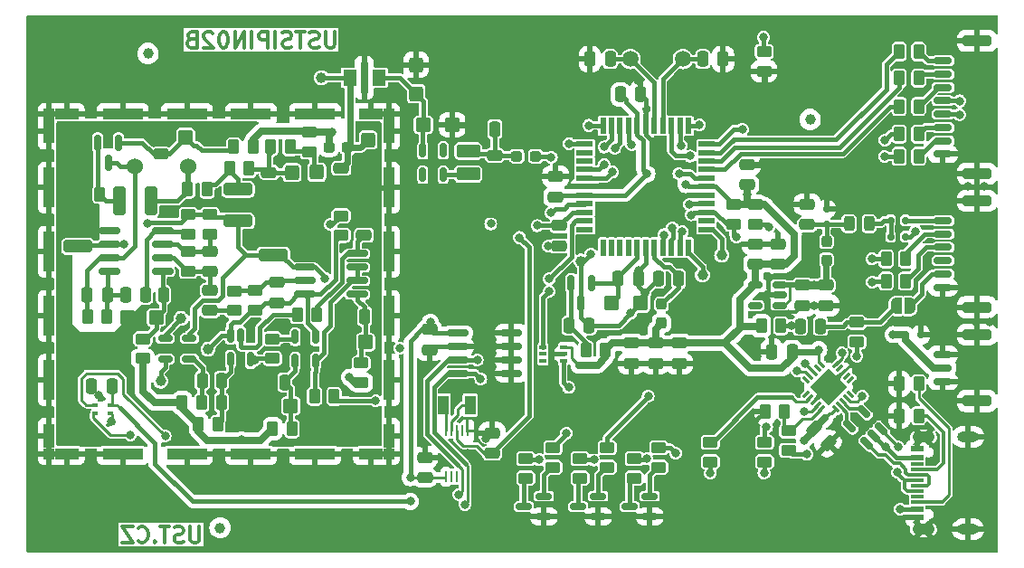
<source format=gbr>
%TF.GenerationSoftware,KiCad,Pcbnew,7.0.9-7.0.9~ubuntu23.04.1*%
%TF.CreationDate,2023-12-09T00:16:29+00:00*%
%TF.ProjectId,USTSIPIN02,55535453-4950-4494-9e30-322e6b696361,02A*%
%TF.SameCoordinates,Original*%
%TF.FileFunction,Copper,L4,Bot*%
%TF.FilePolarity,Positive*%
%FSLAX46Y46*%
G04 Gerber Fmt 4.6, Leading zero omitted, Abs format (unit mm)*
G04 Created by KiCad (PCBNEW 7.0.9-7.0.9~ubuntu23.04.1) date 2023-12-09 00:16:29*
%MOMM*%
%LPD*%
G01*
G04 APERTURE LIST*
G04 Aperture macros list*
%AMRoundRect*
0 Rectangle with rounded corners*
0 $1 Rounding radius*
0 $2 $3 $4 $5 $6 $7 $8 $9 X,Y pos of 4 corners*
0 Add a 4 corners polygon primitive as box body*
4,1,4,$2,$3,$4,$5,$6,$7,$8,$9,$2,$3,0*
0 Add four circle primitives for the rounded corners*
1,1,$1+$1,$2,$3*
1,1,$1+$1,$4,$5*
1,1,$1+$1,$6,$7*
1,1,$1+$1,$8,$9*
0 Add four rect primitives between the rounded corners*
20,1,$1+$1,$2,$3,$4,$5,0*
20,1,$1+$1,$4,$5,$6,$7,0*
20,1,$1+$1,$6,$7,$8,$9,0*
20,1,$1+$1,$8,$9,$2,$3,0*%
%AMRotRect*
0 Rectangle, with rotation*
0 The origin of the aperture is its center*
0 $1 length*
0 $2 width*
0 $3 Rotation angle, in degrees counterclockwise*
0 Add horizontal line*
21,1,$1,$2,0,0,$3*%
%AMFreePoly0*
4,1,19,0.500000,-0.750000,0.000000,-0.750000,0.000000,-0.744911,-0.071157,-0.744911,-0.207708,-0.704816,-0.327430,-0.627875,-0.420627,-0.520320,-0.479746,-0.390866,-0.500000,-0.250000,-0.500000,0.250000,-0.479746,0.390866,-0.420627,0.520320,-0.327430,0.627875,-0.207708,0.704816,-0.071157,0.744911,0.000000,0.744911,0.000000,0.750000,0.500000,0.750000,0.500000,-0.750000,0.500000,-0.750000,
$1*%
%AMFreePoly1*
4,1,19,0.000000,0.744911,0.071157,0.744911,0.207708,0.704816,0.327430,0.627875,0.420627,0.520320,0.479746,0.390866,0.500000,0.250000,0.500000,-0.250000,0.479746,-0.390866,0.420627,-0.520320,0.327430,-0.627875,0.207708,-0.704816,0.071157,-0.744911,0.000000,-0.744911,0.000000,-0.750000,-0.500000,-0.750000,-0.500000,0.750000,0.000000,0.750000,0.000000,0.744911,0.000000,0.744911,
$1*%
G04 Aperture macros list end*
%ADD10C,0.300000*%
%TA.AperFunction,NonConductor*%
%ADD11C,0.300000*%
%TD*%
%TA.AperFunction,ComponentPad*%
%ADD12C,6.000000*%
%TD*%
%TA.AperFunction,ComponentPad*%
%ADD13C,1.524000*%
%TD*%
%TA.AperFunction,ComponentPad*%
%ADD14C,1.500000*%
%TD*%
%TA.AperFunction,SMDPad,CuDef*%
%ADD15RoundRect,0.250000X0.250000X0.475000X-0.250000X0.475000X-0.250000X-0.475000X0.250000X-0.475000X0*%
%TD*%
%TA.AperFunction,SMDPad,CuDef*%
%ADD16RoundRect,0.250000X1.100000X-0.325000X1.100000X0.325000X-1.100000X0.325000X-1.100000X-0.325000X0*%
%TD*%
%TA.AperFunction,SMDPad,CuDef*%
%ADD17RoundRect,0.250000X-0.250000X-0.475000X0.250000X-0.475000X0.250000X0.475000X-0.250000X0.475000X0*%
%TD*%
%TA.AperFunction,SMDPad,CuDef*%
%ADD18RoundRect,0.250000X0.450000X0.425000X-0.450000X0.425000X-0.450000X-0.425000X0.450000X-0.425000X0*%
%TD*%
%TA.AperFunction,SMDPad,CuDef*%
%ADD19RoundRect,0.250000X0.475000X-0.250000X0.475000X0.250000X-0.475000X0.250000X-0.475000X-0.250000X0*%
%TD*%
%TA.AperFunction,SMDPad,CuDef*%
%ADD20RoundRect,0.250000X-0.450000X0.262500X-0.450000X-0.262500X0.450000X-0.262500X0.450000X0.262500X0*%
%TD*%
%TA.AperFunction,SMDPad,CuDef*%
%ADD21RoundRect,0.250000X0.262500X0.450000X-0.262500X0.450000X-0.262500X-0.450000X0.262500X-0.450000X0*%
%TD*%
%TA.AperFunction,SMDPad,CuDef*%
%ADD22RoundRect,0.250000X0.450000X-0.262500X0.450000X0.262500X-0.450000X0.262500X-0.450000X-0.262500X0*%
%TD*%
%TA.AperFunction,SMDPad,CuDef*%
%ADD23RoundRect,0.150000X-0.825000X-0.150000X0.825000X-0.150000X0.825000X0.150000X-0.825000X0.150000X0*%
%TD*%
%TA.AperFunction,SMDPad,CuDef*%
%ADD24RoundRect,0.150000X-0.150000X0.512500X-0.150000X-0.512500X0.150000X-0.512500X0.150000X0.512500X0*%
%TD*%
%TA.AperFunction,SMDPad,CuDef*%
%ADD25RoundRect,0.250000X-0.475000X0.250000X-0.475000X-0.250000X0.475000X-0.250000X0.475000X0.250000X0*%
%TD*%
%TA.AperFunction,SMDPad,CuDef*%
%ADD26RoundRect,0.150000X-0.512500X-0.150000X0.512500X-0.150000X0.512500X0.150000X-0.512500X0.150000X0*%
%TD*%
%TA.AperFunction,SMDPad,CuDef*%
%ADD27RoundRect,0.250000X-0.425000X0.450000X-0.425000X-0.450000X0.425000X-0.450000X0.425000X0.450000X0*%
%TD*%
%TA.AperFunction,SMDPad,CuDef*%
%ADD28RoundRect,0.243750X-0.243750X-0.456250X0.243750X-0.456250X0.243750X0.456250X-0.243750X0.456250X0*%
%TD*%
%TA.AperFunction,SMDPad,CuDef*%
%ADD29RoundRect,0.250000X-0.850000X0.375000X-0.850000X-0.375000X0.850000X-0.375000X0.850000X0.375000X0*%
%TD*%
%TA.AperFunction,SMDPad,CuDef*%
%ADD30RoundRect,0.250000X0.425000X-0.450000X0.425000X0.450000X-0.425000X0.450000X-0.425000X-0.450000X0*%
%TD*%
%TA.AperFunction,SMDPad,CuDef*%
%ADD31RoundRect,0.250000X-0.450000X-0.425000X0.450000X-0.425000X0.450000X0.425000X-0.450000X0.425000X0*%
%TD*%
%TA.AperFunction,SMDPad,CuDef*%
%ADD32R,1.300000X1.500000*%
%TD*%
%TA.AperFunction,SMDPad,CuDef*%
%ADD33R,0.700000X3.000000*%
%TD*%
%TA.AperFunction,SMDPad,CuDef*%
%ADD34RoundRect,0.150000X0.150000X-0.512500X0.150000X0.512500X-0.150000X0.512500X-0.150000X-0.512500X0*%
%TD*%
%TA.AperFunction,SMDPad,CuDef*%
%ADD35R,0.550000X1.500000*%
%TD*%
%TA.AperFunction,SMDPad,CuDef*%
%ADD36R,1.500000X0.550000*%
%TD*%
%TA.AperFunction,SMDPad,CuDef*%
%ADD37RoundRect,0.237500X0.237500X-0.287500X0.237500X0.287500X-0.237500X0.287500X-0.237500X-0.287500X0*%
%TD*%
%TA.AperFunction,SMDPad,CuDef*%
%ADD38R,0.250000X1.100000*%
%TD*%
%TA.AperFunction,SMDPad,CuDef*%
%ADD39R,1.000000X1.800000*%
%TD*%
%TA.AperFunction,SMDPad,CuDef*%
%ADD40RoundRect,0.250000X-1.100000X0.325000X-1.100000X-0.325000X1.100000X-0.325000X1.100000X0.325000X0*%
%TD*%
%TA.AperFunction,SMDPad,CuDef*%
%ADD41RoundRect,0.250000X-0.262500X-0.450000X0.262500X-0.450000X0.262500X0.450000X-0.262500X0.450000X0*%
%TD*%
%TA.AperFunction,SMDPad,CuDef*%
%ADD42R,1.000000X1.000000*%
%TD*%
%TA.AperFunction,SMDPad,CuDef*%
%ADD43R,1.000000X2.300000*%
%TD*%
%TA.AperFunction,SMDPad,CuDef*%
%ADD44R,1.000000X3.800000*%
%TD*%
%TA.AperFunction,SMDPad,CuDef*%
%ADD45R,2.300000X1.000000*%
%TD*%
%TA.AperFunction,SMDPad,CuDef*%
%ADD46R,3.800000X1.000000*%
%TD*%
%TA.AperFunction,SMDPad,CuDef*%
%ADD47RoundRect,0.150000X-0.700000X0.150000X-0.700000X-0.150000X0.700000X-0.150000X0.700000X0.150000X0*%
%TD*%
%TA.AperFunction,SMDPad,CuDef*%
%ADD48RoundRect,0.250000X-1.100000X0.250000X-1.100000X-0.250000X1.100000X-0.250000X1.100000X0.250000X0*%
%TD*%
%TA.AperFunction,SMDPad,CuDef*%
%ADD49RoundRect,0.150000X0.587500X0.150000X-0.587500X0.150000X-0.587500X-0.150000X0.587500X-0.150000X0*%
%TD*%
%TA.AperFunction,SMDPad,CuDef*%
%ADD50C,1.000000*%
%TD*%
%TA.AperFunction,SMDPad,CuDef*%
%ADD51RoundRect,0.237500X-0.237500X0.287500X-0.237500X-0.287500X0.237500X-0.287500X0.237500X0.287500X0*%
%TD*%
%TA.AperFunction,SMDPad,CuDef*%
%ADD52RoundRect,0.250000X-0.325000X-1.100000X0.325000X-1.100000X0.325000X1.100000X-0.325000X1.100000X0*%
%TD*%
%TA.AperFunction,SMDPad,CuDef*%
%ADD53RoundRect,0.150000X-0.150000X0.587500X-0.150000X-0.587500X0.150000X-0.587500X0.150000X0.587500X0*%
%TD*%
%TA.AperFunction,SMDPad,CuDef*%
%ADD54RoundRect,0.150000X0.150000X0.200000X-0.150000X0.200000X-0.150000X-0.200000X0.150000X-0.200000X0*%
%TD*%
%TA.AperFunction,SMDPad,CuDef*%
%ADD55C,0.500000*%
%TD*%
%TA.AperFunction,SMDPad,CuDef*%
%ADD56R,1.150000X0.600000*%
%TD*%
%TA.AperFunction,SMDPad,CuDef*%
%ADD57R,1.150000X0.300000*%
%TD*%
%TA.AperFunction,ComponentPad*%
%ADD58O,2.000000X1.000000*%
%TD*%
%TA.AperFunction,ComponentPad*%
%ADD59O,2.100000X1.050000*%
%TD*%
%TA.AperFunction,SMDPad,CuDef*%
%ADD60RoundRect,0.150000X-0.468458X0.256326X0.256326X-0.468458X0.468458X-0.256326X-0.256326X0.468458X0*%
%TD*%
%TA.AperFunction,SMDPad,CuDef*%
%ADD61FreePoly0,0.000000*%
%TD*%
%TA.AperFunction,SMDPad,CuDef*%
%ADD62FreePoly1,0.000000*%
%TD*%
%TA.AperFunction,SMDPad,CuDef*%
%ADD63R,0.500000X0.300000*%
%TD*%
%TA.AperFunction,SMDPad,CuDef*%
%ADD64RoundRect,0.062500X0.203293X0.291682X-0.291682X-0.203293X-0.203293X-0.291682X0.291682X0.203293X0*%
%TD*%
%TA.AperFunction,SMDPad,CuDef*%
%ADD65RoundRect,0.062500X-0.203293X0.291682X-0.291682X0.203293X0.203293X-0.291682X0.291682X-0.203293X0*%
%TD*%
%TA.AperFunction,SMDPad,CuDef*%
%ADD66RotRect,2.500000X2.500000X225.000000*%
%TD*%
%TA.AperFunction,SMDPad,CuDef*%
%ADD67RoundRect,0.237500X0.287500X0.237500X-0.287500X0.237500X-0.287500X-0.237500X0.287500X-0.237500X0*%
%TD*%
%TA.AperFunction,SMDPad,CuDef*%
%ADD68RoundRect,0.237500X-0.287500X-0.237500X0.287500X-0.237500X0.287500X0.237500X-0.287500X0.237500X0*%
%TD*%
%TA.AperFunction,SMDPad,CuDef*%
%ADD69RoundRect,0.150000X-0.200000X0.150000X-0.200000X-0.150000X0.200000X-0.150000X0.200000X0.150000X0*%
%TD*%
%TA.AperFunction,SMDPad,CuDef*%
%ADD70RoundRect,0.150000X0.512500X0.150000X-0.512500X0.150000X-0.512500X-0.150000X0.512500X-0.150000X0*%
%TD*%
%TA.AperFunction,SMDPad,CuDef*%
%ADD71RoundRect,0.250000X-0.512652X-0.159099X-0.159099X-0.512652X0.512652X0.159099X0.159099X0.512652X0*%
%TD*%
%TA.AperFunction,SMDPad,CuDef*%
%ADD72R,0.650000X0.400000*%
%TD*%
%TA.AperFunction,SMDPad,CuDef*%
%ADD73RoundRect,0.150000X0.825000X0.150000X-0.825000X0.150000X-0.825000X-0.150000X0.825000X-0.150000X0*%
%TD*%
%TA.AperFunction,ViaPad*%
%ADD74C,0.800000*%
%TD*%
%TA.AperFunction,Conductor*%
%ADD75C,0.400000*%
%TD*%
%TA.AperFunction,Conductor*%
%ADD76C,0.250000*%
%TD*%
%TA.AperFunction,Conductor*%
%ADD77C,0.600000*%
%TD*%
%TA.AperFunction,Conductor*%
%ADD78C,0.300000*%
%TD*%
%TA.AperFunction,Conductor*%
%ADD79C,0.700000*%
%TD*%
%TA.AperFunction,Conductor*%
%ADD80C,0.800000*%
%TD*%
%TA.AperFunction,Conductor*%
%ADD81C,0.500000*%
%TD*%
G04 APERTURE END LIST*
D10*
D11*
X115211255Y-121721055D02*
X115211255Y-122935341D01*
X115211255Y-122935341D02*
X115139826Y-123078198D01*
X115139826Y-123078198D02*
X115068398Y-123149627D01*
X115068398Y-123149627D02*
X114925540Y-123221055D01*
X114925540Y-123221055D02*
X114639826Y-123221055D01*
X114639826Y-123221055D02*
X114496969Y-123149627D01*
X114496969Y-123149627D02*
X114425540Y-123078198D01*
X114425540Y-123078198D02*
X114354112Y-122935341D01*
X114354112Y-122935341D02*
X114354112Y-121721055D01*
X113711254Y-123149627D02*
X113496969Y-123221055D01*
X113496969Y-123221055D02*
X113139826Y-123221055D01*
X113139826Y-123221055D02*
X112996969Y-123149627D01*
X112996969Y-123149627D02*
X112925540Y-123078198D01*
X112925540Y-123078198D02*
X112854111Y-122935341D01*
X112854111Y-122935341D02*
X112854111Y-122792484D01*
X112854111Y-122792484D02*
X112925540Y-122649627D01*
X112925540Y-122649627D02*
X112996969Y-122578198D01*
X112996969Y-122578198D02*
X113139826Y-122506769D01*
X113139826Y-122506769D02*
X113425540Y-122435341D01*
X113425540Y-122435341D02*
X113568397Y-122363912D01*
X113568397Y-122363912D02*
X113639826Y-122292484D01*
X113639826Y-122292484D02*
X113711254Y-122149627D01*
X113711254Y-122149627D02*
X113711254Y-122006769D01*
X113711254Y-122006769D02*
X113639826Y-121863912D01*
X113639826Y-121863912D02*
X113568397Y-121792484D01*
X113568397Y-121792484D02*
X113425540Y-121721055D01*
X113425540Y-121721055D02*
X113068397Y-121721055D01*
X113068397Y-121721055D02*
X112854111Y-121792484D01*
X112425540Y-121721055D02*
X111568398Y-121721055D01*
X111996969Y-123221055D02*
X111996969Y-121721055D01*
X111068398Y-123078198D02*
X110996969Y-123149627D01*
X110996969Y-123149627D02*
X111068398Y-123221055D01*
X111068398Y-123221055D02*
X111139826Y-123149627D01*
X111139826Y-123149627D02*
X111068398Y-123078198D01*
X111068398Y-123078198D02*
X111068398Y-123221055D01*
X109496969Y-123078198D02*
X109568397Y-123149627D01*
X109568397Y-123149627D02*
X109782683Y-123221055D01*
X109782683Y-123221055D02*
X109925540Y-123221055D01*
X109925540Y-123221055D02*
X110139826Y-123149627D01*
X110139826Y-123149627D02*
X110282683Y-123006769D01*
X110282683Y-123006769D02*
X110354112Y-122863912D01*
X110354112Y-122863912D02*
X110425540Y-122578198D01*
X110425540Y-122578198D02*
X110425540Y-122363912D01*
X110425540Y-122363912D02*
X110354112Y-122078198D01*
X110354112Y-122078198D02*
X110282683Y-121935341D01*
X110282683Y-121935341D02*
X110139826Y-121792484D01*
X110139826Y-121792484D02*
X109925540Y-121721055D01*
X109925540Y-121721055D02*
X109782683Y-121721055D01*
X109782683Y-121721055D02*
X109568397Y-121792484D01*
X109568397Y-121792484D02*
X109496969Y-121863912D01*
X108996969Y-121721055D02*
X107996969Y-121721055D01*
X107996969Y-121721055D02*
X108996969Y-123221055D01*
X108996969Y-123221055D02*
X107996969Y-123221055D01*
D10*
D11*
X127905283Y-75391455D02*
X127905283Y-76605741D01*
X127905283Y-76605741D02*
X127833854Y-76748598D01*
X127833854Y-76748598D02*
X127762426Y-76820027D01*
X127762426Y-76820027D02*
X127619568Y-76891455D01*
X127619568Y-76891455D02*
X127333854Y-76891455D01*
X127333854Y-76891455D02*
X127190997Y-76820027D01*
X127190997Y-76820027D02*
X127119568Y-76748598D01*
X127119568Y-76748598D02*
X127048140Y-76605741D01*
X127048140Y-76605741D02*
X127048140Y-75391455D01*
X126405282Y-76820027D02*
X126190997Y-76891455D01*
X126190997Y-76891455D02*
X125833854Y-76891455D01*
X125833854Y-76891455D02*
X125690997Y-76820027D01*
X125690997Y-76820027D02*
X125619568Y-76748598D01*
X125619568Y-76748598D02*
X125548139Y-76605741D01*
X125548139Y-76605741D02*
X125548139Y-76462884D01*
X125548139Y-76462884D02*
X125619568Y-76320027D01*
X125619568Y-76320027D02*
X125690997Y-76248598D01*
X125690997Y-76248598D02*
X125833854Y-76177169D01*
X125833854Y-76177169D02*
X126119568Y-76105741D01*
X126119568Y-76105741D02*
X126262425Y-76034312D01*
X126262425Y-76034312D02*
X126333854Y-75962884D01*
X126333854Y-75962884D02*
X126405282Y-75820027D01*
X126405282Y-75820027D02*
X126405282Y-75677169D01*
X126405282Y-75677169D02*
X126333854Y-75534312D01*
X126333854Y-75534312D02*
X126262425Y-75462884D01*
X126262425Y-75462884D02*
X126119568Y-75391455D01*
X126119568Y-75391455D02*
X125762425Y-75391455D01*
X125762425Y-75391455D02*
X125548139Y-75462884D01*
X125119568Y-75391455D02*
X124262426Y-75391455D01*
X124690997Y-76891455D02*
X124690997Y-75391455D01*
X123833854Y-76820027D02*
X123619569Y-76891455D01*
X123619569Y-76891455D02*
X123262426Y-76891455D01*
X123262426Y-76891455D02*
X123119569Y-76820027D01*
X123119569Y-76820027D02*
X123048140Y-76748598D01*
X123048140Y-76748598D02*
X122976711Y-76605741D01*
X122976711Y-76605741D02*
X122976711Y-76462884D01*
X122976711Y-76462884D02*
X123048140Y-76320027D01*
X123048140Y-76320027D02*
X123119569Y-76248598D01*
X123119569Y-76248598D02*
X123262426Y-76177169D01*
X123262426Y-76177169D02*
X123548140Y-76105741D01*
X123548140Y-76105741D02*
X123690997Y-76034312D01*
X123690997Y-76034312D02*
X123762426Y-75962884D01*
X123762426Y-75962884D02*
X123833854Y-75820027D01*
X123833854Y-75820027D02*
X123833854Y-75677169D01*
X123833854Y-75677169D02*
X123762426Y-75534312D01*
X123762426Y-75534312D02*
X123690997Y-75462884D01*
X123690997Y-75462884D02*
X123548140Y-75391455D01*
X123548140Y-75391455D02*
X123190997Y-75391455D01*
X123190997Y-75391455D02*
X122976711Y-75462884D01*
X122333855Y-76891455D02*
X122333855Y-75391455D01*
X121619569Y-76891455D02*
X121619569Y-75391455D01*
X121619569Y-75391455D02*
X121048140Y-75391455D01*
X121048140Y-75391455D02*
X120905283Y-75462884D01*
X120905283Y-75462884D02*
X120833854Y-75534312D01*
X120833854Y-75534312D02*
X120762426Y-75677169D01*
X120762426Y-75677169D02*
X120762426Y-75891455D01*
X120762426Y-75891455D02*
X120833854Y-76034312D01*
X120833854Y-76034312D02*
X120905283Y-76105741D01*
X120905283Y-76105741D02*
X121048140Y-76177169D01*
X121048140Y-76177169D02*
X121619569Y-76177169D01*
X120119569Y-76891455D02*
X120119569Y-75391455D01*
X119405283Y-76891455D02*
X119405283Y-75391455D01*
X119405283Y-75391455D02*
X118548140Y-76891455D01*
X118548140Y-76891455D02*
X118548140Y-75391455D01*
X117548139Y-75391455D02*
X117405282Y-75391455D01*
X117405282Y-75391455D02*
X117262425Y-75462884D01*
X117262425Y-75462884D02*
X117190997Y-75534312D01*
X117190997Y-75534312D02*
X117119568Y-75677169D01*
X117119568Y-75677169D02*
X117048139Y-75962884D01*
X117048139Y-75962884D02*
X117048139Y-76320027D01*
X117048139Y-76320027D02*
X117119568Y-76605741D01*
X117119568Y-76605741D02*
X117190997Y-76748598D01*
X117190997Y-76748598D02*
X117262425Y-76820027D01*
X117262425Y-76820027D02*
X117405282Y-76891455D01*
X117405282Y-76891455D02*
X117548139Y-76891455D01*
X117548139Y-76891455D02*
X117690997Y-76820027D01*
X117690997Y-76820027D02*
X117762425Y-76748598D01*
X117762425Y-76748598D02*
X117833854Y-76605741D01*
X117833854Y-76605741D02*
X117905282Y-76320027D01*
X117905282Y-76320027D02*
X117905282Y-75962884D01*
X117905282Y-75962884D02*
X117833854Y-75677169D01*
X117833854Y-75677169D02*
X117762425Y-75534312D01*
X117762425Y-75534312D02*
X117690997Y-75462884D01*
X117690997Y-75462884D02*
X117548139Y-75391455D01*
X116476711Y-75534312D02*
X116405283Y-75462884D01*
X116405283Y-75462884D02*
X116262426Y-75391455D01*
X116262426Y-75391455D02*
X115905283Y-75391455D01*
X115905283Y-75391455D02*
X115762426Y-75462884D01*
X115762426Y-75462884D02*
X115690997Y-75534312D01*
X115690997Y-75534312D02*
X115619568Y-75677169D01*
X115619568Y-75677169D02*
X115619568Y-75820027D01*
X115619568Y-75820027D02*
X115690997Y-76034312D01*
X115690997Y-76034312D02*
X116548140Y-76891455D01*
X116548140Y-76891455D02*
X115619568Y-76891455D01*
X114476712Y-76105741D02*
X114262426Y-76177169D01*
X114262426Y-76177169D02*
X114190997Y-76248598D01*
X114190997Y-76248598D02*
X114119569Y-76391455D01*
X114119569Y-76391455D02*
X114119569Y-76605741D01*
X114119569Y-76605741D02*
X114190997Y-76748598D01*
X114190997Y-76748598D02*
X114262426Y-76820027D01*
X114262426Y-76820027D02*
X114405283Y-76891455D01*
X114405283Y-76891455D02*
X114976712Y-76891455D01*
X114976712Y-76891455D02*
X114976712Y-75391455D01*
X114976712Y-75391455D02*
X114476712Y-75391455D01*
X114476712Y-75391455D02*
X114333855Y-75462884D01*
X114333855Y-75462884D02*
X114262426Y-75534312D01*
X114262426Y-75534312D02*
X114190997Y-75677169D01*
X114190997Y-75677169D02*
X114190997Y-75820027D01*
X114190997Y-75820027D02*
X114262426Y-75962884D01*
X114262426Y-75962884D02*
X114333855Y-76034312D01*
X114333855Y-76034312D02*
X114476712Y-76105741D01*
X114476712Y-76105741D02*
X114976712Y-76105741D01*
%TA.AperFunction,EtchedComponent*%
%TO.C,JP2*%
G36*
X132825741Y-90280727D02*
G01*
X131825741Y-90280727D01*
X131825741Y-89780727D01*
X132825741Y-89780727D01*
X132825741Y-90280727D01*
G37*
%TD.AperFunction*%
%TD*%
D12*
%TO.P,M2,1*%
%TO.N,GND*%
X174972341Y-78676927D03*
%TD*%
%TO.P,M3,1*%
%TO.N,GND*%
X103852341Y-78676927D03*
%TD*%
%TO.P,M4,1*%
%TO.N,GND*%
X103852341Y-119316927D03*
%TD*%
D13*
%TO.P,D2,1,K*%
%TO.N,/sensor/K*%
X114132341Y-87996927D03*
%TO.P,D2,2,A*%
%TO.N,/sensor/A*%
X109132341Y-87996927D03*
%TD*%
D12*
%TO.P,M1,1*%
%TO.N,GND*%
X174972341Y-119316927D03*
%TD*%
D14*
%TO.P,Y1,1,1*%
%TO.N,Net-(U10-XTAL2)*%
X155580541Y-77965727D03*
%TO.P,Y1,2,2*%
%TO.N,Net-(U10-XTAL1)*%
X160460541Y-77965727D03*
%TD*%
D15*
%TO.P,C1,1*%
%TO.N,Net-(C1-Pad1)*%
X142851541Y-84518927D03*
%TO.P,C1,2*%
%TO.N,GND*%
X140951541Y-84518927D03*
%TD*%
D16*
%TO.P,C3,1*%
%TO.N,/cpu/Virtual_ground*%
X103852341Y-95493527D03*
%TO.P,C3,2*%
%TO.N,GNDA*%
X103852341Y-92543527D03*
%TD*%
D15*
%TO.P,C4,1*%
%TO.N,+3.3V*%
X107012140Y-108623527D03*
%TO.P,C4,2*%
%TO.N,GND*%
X105112140Y-108623527D03*
%TD*%
%TO.P,C5,1*%
%TO.N,Net-(C10-Pad2)*%
X106605741Y-100012927D03*
%TO.P,C5,2*%
%TO.N,/sensor/A*%
X104705741Y-100012927D03*
%TD*%
D17*
%TO.P,C6,1*%
%TO.N,/sensor/VCC1*%
X111843141Y-100012927D03*
%TO.P,C6,2*%
%TO.N,GNDA*%
X113743141Y-100012927D03*
%TD*%
D18*
%TO.P,C7,1*%
%TO.N,/sensor/VCC2*%
X130780141Y-104457927D03*
%TO.P,C7,2*%
%TO.N,GNDA*%
X128080141Y-104457927D03*
%TD*%
%TO.P,C8,1*%
%TO.N,/sensor/VCC3*%
X123769741Y-110426927D03*
%TO.P,C8,2*%
%TO.N,GNDA*%
X121069741Y-110426927D03*
%TD*%
D17*
%TO.P,C9,1*%
%TO.N,/sensor/VCC4*%
X117278741Y-110096727D03*
%TO.P,C9,2*%
%TO.N,GNDA*%
X119178741Y-110096727D03*
%TD*%
D15*
%TO.P,C10,1*%
%TO.N,Net-(U1B-+)*%
X110187141Y-100012927D03*
%TO.P,C10,2*%
%TO.N,Net-(C10-Pad2)*%
X108287141Y-100012927D03*
%TD*%
D18*
%TO.P,C11,1*%
%TO.N,/sensor/VCC1*%
X111171341Y-102146527D03*
%TO.P,C11,2*%
%TO.N,GNDA*%
X108471341Y-102146527D03*
%TD*%
D15*
%TO.P,C12,1*%
%TO.N,/sensor/VCC2*%
X130659541Y-102044927D03*
%TO.P,C12,2*%
%TO.N,GNDA*%
X128759541Y-102044927D03*
%TD*%
%TO.P,C13,1*%
%TO.N,/sensor/VCC3*%
X123217341Y-108217127D03*
%TO.P,C13,2*%
%TO.N,GNDA*%
X121317341Y-108217127D03*
%TD*%
D17*
%TO.P,C14,1*%
%TO.N,/sensor/VCC4*%
X117278741Y-108064727D03*
%TO.P,C14,2*%
%TO.N,GNDA*%
X119178741Y-108064727D03*
%TD*%
D19*
%TO.P,C15,1*%
%TO.N,Net-(C15-Pad1)*%
X116222141Y-97864127D03*
%TO.P,C15,2*%
%TO.N,Net-(U1B--)*%
X116222141Y-95964127D03*
%TD*%
%TO.P,C16,1*%
%TO.N,Net-(C16-Pad1)*%
X116222141Y-101496327D03*
%TO.P,C16,2*%
%TO.N,Net-(C15-Pad1)*%
X116222141Y-99596327D03*
%TD*%
D16*
%TO.P,C17,1*%
%TO.N,/cpu/Virtual_ground*%
X122140341Y-96280927D03*
%TO.P,C17,2*%
%TO.N,GNDA*%
X122140341Y-93330927D03*
%TD*%
D19*
%TO.P,C18,1*%
%TO.N,Net-(U4-+)*%
X122495941Y-100759727D03*
%TO.P,C18,2*%
%TO.N,Net-(U2A--)*%
X122495941Y-98859727D03*
%TD*%
%TO.P,C19,1*%
%TO.N,Net-(U2B-+)*%
X130623941Y-94435127D03*
%TO.P,C19,2*%
%TO.N,GNDA*%
X130623941Y-92535127D03*
%TD*%
D20*
%TO.P,R3,1*%
%TO.N,/sensor/VCC2*%
X130369941Y-106415627D03*
%TO.P,R3,2*%
%TO.N,+5V*%
X130369941Y-108240627D03*
%TD*%
D21*
%TO.P,R4,1*%
%TO.N,/sensor/VCC3*%
X123891041Y-112560527D03*
%TO.P,R4,2*%
%TO.N,+5V*%
X122066041Y-112560527D03*
%TD*%
%TO.P,R5,1*%
%TO.N,/sensor/VCC4*%
X116956841Y-112154127D03*
%TO.P,R5,2*%
%TO.N,+5V*%
X115131841Y-112154127D03*
%TD*%
%TO.P,R6,1*%
%TO.N,Net-(C10-Pad2)*%
X106568241Y-102095727D03*
%TO.P,R6,2*%
%TO.N,/sensor/A*%
X104743241Y-102095727D03*
%TD*%
D20*
%TO.P,R7,1*%
%TO.N,/cpu/Virtual_ground*%
X114190141Y-92496427D03*
%TO.P,R7,2*%
%TO.N,Net-(U1B-+)*%
X114190141Y-94321427D03*
%TD*%
D22*
%TO.P,R8,1*%
%TO.N,Net-(U1B--)*%
X116196741Y-94321427D03*
%TO.P,R8,2*%
%TO.N,/cpu/Virtual_ground*%
X116196741Y-92496427D03*
%TD*%
%TO.P,R9,1*%
%TO.N,Net-(C15-Pad1)*%
X114190141Y-97801227D03*
%TO.P,R9,2*%
%TO.N,Net-(U1B--)*%
X114190141Y-95976227D03*
%TD*%
D20*
%TO.P,R10,1*%
%TO.N,Net-(U2A--)*%
X118457341Y-99659227D03*
%TO.P,R10,2*%
%TO.N,Net-(C16-Pad1)*%
X118457341Y-101484227D03*
%TD*%
D22*
%TO.P,R11,1*%
%TO.N,Net-(U4-+)*%
X120438541Y-101458827D03*
%TO.P,R11,2*%
%TO.N,Net-(U2A--)*%
X120438541Y-99633827D03*
%TD*%
%TO.P,R12,1*%
%TO.N,/cpu/Trace*%
X122064141Y-105980027D03*
%TO.P,R12,2*%
%TO.N,Net-(R12-Pad2)*%
X122064141Y-104155027D03*
%TD*%
D21*
%TO.P,R13,1*%
%TO.N,Net-(U2B-+)*%
X126227841Y-101867127D03*
%TO.P,R13,2*%
%TO.N,Net-(U5-NO)*%
X124402841Y-101867127D03*
%TD*%
D23*
%TO.P,U1,1*%
%TO.N,Net-(C10-Pad2)*%
X106812941Y-97853927D03*
%TO.P,U1,2,-*%
%TO.N,/sensor/A*%
X106812941Y-96583927D03*
%TO.P,U1,3,+*%
%TO.N,/cpu/Virtual_ground*%
X106812941Y-95313927D03*
%TO.P,U1,4,V-*%
%TO.N,GNDA*%
X106812941Y-94043927D03*
%TO.P,U1,5,+*%
%TO.N,Net-(U1B-+)*%
X111762941Y-94043927D03*
%TO.P,U1,6,-*%
%TO.N,Net-(U1B--)*%
X111762941Y-95313927D03*
%TO.P,U1,7*%
%TO.N,Net-(C15-Pad1)*%
X111762941Y-96583927D03*
%TO.P,U1,8,V+*%
%TO.N,/sensor/VCC1*%
X111762941Y-97853927D03*
%TD*%
D24*
%TO.P,U4,1*%
%TO.N,Net-(R12-Pad2)*%
X124187541Y-103955427D03*
%TO.P,U4,2,V-*%
%TO.N,GNDA*%
X125137541Y-103955427D03*
%TO.P,U4,3,+*%
%TO.N,Net-(U4-+)*%
X126087541Y-103955427D03*
%TO.P,U4,4,-*%
%TO.N,Net-(U2B--)*%
X126087541Y-106230427D03*
%TO.P,U4,5,V+*%
%TO.N,/sensor/VCC3*%
X124187541Y-106230427D03*
%TD*%
%TO.P,U5,1,COM*%
%TO.N,Net-(U4-+)*%
X118116941Y-103803027D03*
%TO.P,U5,2,NO*%
%TO.N,Net-(U5-NO)*%
X119066941Y-103803027D03*
%TO.P,U5,3,GND*%
%TO.N,GNDA*%
X120016941Y-103803027D03*
%TO.P,U5,4,IN*%
%TO.N,/cpu/Trace*%
X120016941Y-106078027D03*
%TO.P,U5,5,VCC*%
%TO.N,/sensor/VCC4*%
X118116941Y-106078027D03*
%TD*%
D20*
%TO.P,R2,1*%
%TO.N,/sensor/VCC1*%
X109922941Y-104155027D03*
%TO.P,R2,2*%
%TO.N,+5V*%
X109922941Y-105980027D03*
%TD*%
D23*
%TO.P,U2,1*%
%TO.N,Net-(U4-+)*%
X125050141Y-99987527D03*
%TO.P,U2,2,-*%
%TO.N,Net-(U2A--)*%
X125050141Y-98717527D03*
%TO.P,U2,3,+*%
%TO.N,/cpu/Virtual_ground*%
X125050141Y-97447527D03*
%TO.P,U2,4,V-*%
%TO.N,GNDA*%
X125050141Y-96177527D03*
%TO.P,U2,5,+*%
%TO.N,Net-(U2B-+)*%
X130000141Y-96177527D03*
%TO.P,U2,6,-*%
%TO.N,Net-(U2B--)*%
X130000141Y-97447527D03*
%TO.P,U2,7*%
X130000141Y-98717527D03*
%TO.P,U2,8,V+*%
%TO.N,/sensor/VCC2*%
X130000141Y-99987527D03*
%TD*%
D21*
%TO.P,R1,1*%
%TO.N,/cpu/Signal_S&H*%
X127828041Y-109537927D03*
%TO.P,R1,2*%
%TO.N,Net-(U2B--)*%
X126003041Y-109537927D03*
%TD*%
D25*
%TO.P,C2,1*%
%TO.N,Net-(C2-Pad1)*%
X121733941Y-88572727D03*
%TO.P,C2,2*%
%TO.N,GNDA*%
X121733941Y-90472727D03*
%TD*%
D26*
%TO.P,U3,1,~{ADJ}*%
%TO.N,Net-(U3-~{ADJ})*%
X112011241Y-106017527D03*
%TO.P,U3,2,GND*%
%TO.N,GNDA*%
X112011241Y-105067527D03*
%TO.P,U3,3,Vin*%
%TO.N,Net-(U3-Vin)*%
X112011241Y-104117527D03*
%TO.P,U3,4,Vout*%
%TO.N,/cpu/Virtual_ground*%
X114286241Y-104117527D03*
%TO.P,U3,5,Vcc*%
%TO.N,Net-(U3-Vcc)*%
X114286241Y-106017527D03*
%TD*%
D27*
%TO.P,C21,1*%
%TO.N,Net-(C21-Pad1)*%
X126204341Y-88553727D03*
%TO.P,C21,2*%
%TO.N,GNDA*%
X126204341Y-91253727D03*
%TD*%
D28*
%TO.P,F2,1*%
%TO.N,Net-(D1-K)*%
X176016041Y-93358127D03*
%TO.P,F2,2*%
%TO.N,Net-(D5-K)*%
X177891041Y-93358127D03*
%TD*%
D29*
%TO.P,L3,1*%
%TO.N,Net-(C1-Pad1)*%
X140377541Y-86568127D03*
%TO.P,L3,2*%
%TO.N,Net-(U8-SW)*%
X140377541Y-88718127D03*
%TD*%
D30*
%TO.P,C50,1*%
%TO.N,Net-(U8-VOUT)*%
X135500741Y-81195327D03*
%TO.P,C50,2*%
%TO.N,GND*%
X135500741Y-78495327D03*
%TD*%
D31*
%TO.P,C42,1*%
%TO.N,Net-(U8-VOUT)*%
X136182741Y-84112527D03*
%TO.P,C42,2*%
%TO.N,GND*%
X138882741Y-84112527D03*
%TD*%
D32*
%TO.P,C52,1,1*%
%TO.N,Net-(U8-VOUT)*%
X131999341Y-79692927D03*
D33*
%TO.P,C52,2,2*%
%TO.N,GND*%
X130649341Y-79692927D03*
D32*
%TO.P,C52,3,3*%
%TO.N,Net-(C52-Pad3)*%
X129299341Y-79692927D03*
%TD*%
D17*
%TO.P,C44,1*%
%TO.N,Net-(U10-AREF)*%
X154413541Y-98535727D03*
%TO.P,C44,2*%
%TO.N,GNDA*%
X156313541Y-98535727D03*
%TD*%
D31*
%TO.P,C40,1*%
%TO.N,Net-(U10-AREF)*%
X153828141Y-100821727D03*
%TO.P,C40,2*%
%TO.N,GNDA*%
X156528141Y-100821727D03*
%TD*%
D15*
%TO.P,C31,1*%
%TO.N,/cpu/AVCC*%
X160065141Y-98535727D03*
%TO.P,C31,2*%
%TO.N,GNDA*%
X158165141Y-98535727D03*
%TD*%
D25*
%TO.P,C27,1*%
%TO.N,+3.3V*%
X157903541Y-104549327D03*
%TO.P,C27,2*%
%TO.N,GND*%
X157903541Y-106449327D03*
%TD*%
D34*
%TO.P,U8,1,SW*%
%TO.N,Net-(U8-SW)*%
X138025541Y-88780627D03*
%TO.P,U8,2,GND*%
%TO.N,GND*%
X137075541Y-88780627D03*
%TO.P,U8,3,NC*%
%TO.N,unconnected-(U8-NC-Pad3)*%
X136125541Y-88780627D03*
%TO.P,U8,4,VOUT*%
%TO.N,Net-(U8-VOUT)*%
X136125541Y-86505627D03*
%TO.P,U8,5,NC*%
%TO.N,unconnected-(U8-NC-Pad5)*%
X138025541Y-86505627D03*
%TD*%
D35*
%TO.P,U10,1,(PCINT13/MOSI)PB5*%
%TO.N,/cpu/PB5*%
X152989141Y-84203727D03*
%TO.P,U10,2,(PCINT14/MISO)PB6*%
%TO.N,/cpu/PB6*%
X153789141Y-84203727D03*
%TO.P,U10,3,(PCINT15/SCK)PB7*%
%TO.N,/cpu/PB7*%
X154589141Y-84203727D03*
%TO.P,U10,4,~{RESET}*%
%TO.N,/cpu/~{RST}_PRG*%
X155389141Y-84203727D03*
%TO.P,U10,5,VCC*%
%TO.N,+3.3V*%
X156189141Y-84203727D03*
%TO.P,U10,6,GND*%
%TO.N,GND*%
X156989141Y-84203727D03*
%TO.P,U10,7,XTAL2*%
%TO.N,Net-(U10-XTAL2)*%
X157789141Y-84203727D03*
%TO.P,U10,8,XTAL1*%
%TO.N,Net-(U10-XTAL1)*%
X158589141Y-84203727D03*
%TO.P,U10,9,(PCINT24/RXD0)PD0*%
%TO.N,/USB interface/TXD*%
X159389141Y-84203727D03*
%TO.P,U10,10,(PCINT25/TXD0)PD1*%
%TO.N,/USB interface/RXD*%
X160189141Y-84203727D03*
%TO.P,U10,11,(PCINT26/RXD1/INT0)PD2*%
%TO.N,/cpu/RX1*%
X160989141Y-84203727D03*
D36*
%TO.P,U10,12,(PCINT27/TXD1/INT1)PD3*%
%TO.N,/cpu/TX1*%
X162689141Y-85903727D03*
%TO.P,U10,13,(PCINT28/XCK1/OC1B)PD4*%
%TO.N,/cpu/TIMEPULSE*%
X162689141Y-86703727D03*
%TO.P,U10,14,(PCINT294/OC1A)PD5*%
%TO.N,/cpu/EXTINT*%
X162689141Y-87503727D03*
%TO.P,U10,15,(PCINT30/OC2B/ICP)PD6*%
%TO.N,/cpu/GEO_STAT*%
X162689141Y-88303727D03*
%TO.P,U10,16,(PCINT31/OC2A)PD7*%
%TO.N,POWER_ANALOG_3V3*%
X162689141Y-89103727D03*
%TO.P,U10,17,VCC*%
%TO.N,+3.3V*%
X162689141Y-89903727D03*
%TO.P,U10,18,GND*%
%TO.N,GND*%
X162689141Y-90703727D03*
%TO.P,U10,19,(PCINT16/SCL)PC0*%
%TO.N,/cpu/SCL*%
X162689141Y-91503727D03*
%TO.P,U10,20,(PCINT17/SDA)PC1*%
%TO.N,/cpu/SDA*%
X162689141Y-92303727D03*
%TO.P,U10,21,(PCINT18/TCK)PC2*%
%TO.N,unconnected-(U10-(PCINT18{slash}TCK)PC2-Pad21)*%
X162689141Y-93103727D03*
%TO.P,U10,22,(PCINT19/TMS)PC3*%
%TO.N,Net-(U10-(PCINT19{slash}TMS)PC3)*%
X162689141Y-93903727D03*
D35*
%TO.P,U10,23,(PCINT20/TDO)PC4*%
%TO.N,Net-(U10-(PCINT20{slash}TDO)PC4)*%
X160989141Y-95603727D03*
%TO.P,U10,24,(PCINT21/TDI)PC5*%
%TO.N,/cpu/PC5_D1*%
X160189141Y-95603727D03*
%TO.P,U10,25,(PCINT22/TOSC1)PC6*%
%TO.N,/cpu/PC6_D2*%
X159389141Y-95603727D03*
%TO.P,U10,26,(PCINT23/TOSC2)PC7*%
%TO.N,/cpu/PC7_D3*%
X158589141Y-95603727D03*
%TO.P,U10,27,AVCC*%
%TO.N,/cpu/AVCC*%
X157789141Y-95603727D03*
%TO.P,U10,28,GND*%
%TO.N,GNDA*%
X156989141Y-95603727D03*
%TO.P,U10,29,AREF*%
%TO.N,Net-(U10-AREF)*%
X156189141Y-95603727D03*
%TO.P,U10,30,(PCINT7/ADC7)PA7*%
%TO.N,unconnected-(U10-(PCINT7{slash}ADC7)PA7-Pad30)*%
X155389141Y-95603727D03*
%TO.P,U10,31,(PCINT6/ADC6)PA6*%
%TO.N,unconnected-(U10-(PCINT6{slash}ADC6)PA6-Pad31)*%
X154589141Y-95603727D03*
%TO.P,U10,32,(PCINT5/ADC5)PA5*%
%TO.N,unconnected-(U10-(PCINT5{slash}ADC5)PA5-Pad32)*%
X153789141Y-95603727D03*
%TO.P,U10,33,(PCINT4/ADC4)PA4*%
%TO.N,unconnected-(U10-(PCINT4{slash}ADC4)PA4-Pad33)*%
X152989141Y-95603727D03*
D36*
%TO.P,U10,34,(PCINT3/ADC3)PA3*%
%TO.N,unconnected-(U10-(PCINT3{slash}ADC3)PA3-Pad34)*%
X151289141Y-93903727D03*
%TO.P,U10,35,(PCINT2/ADC2)PA2*%
%TO.N,/cpu/Signal*%
X151289141Y-93103727D03*
%TO.P,U10,36,(PCINT1/ADC1)PA1*%
%TO.N,/cpu/Virtual_ground*%
X151289141Y-92303727D03*
%TO.P,U10,37,(PCINT0/ADC0)PA0*%
%TO.N,/cpu/Signal_S&H*%
X151289141Y-91503727D03*
%TO.P,U10,38,VCC*%
%TO.N,+3.3V*%
X151289141Y-90703727D03*
%TO.P,U10,39,GND*%
%TO.N,GND*%
X151289141Y-89903727D03*
%TO.P,U10,40,(PCINT8/T0/XCK)PB0*%
%TO.N,/cpu/Trace*%
X151289141Y-89103727D03*
%TO.P,U10,41,(PCINT9/CLKO/T1)PB1*%
%TO.N,Net-(U10-(PCINT9{slash}CLKO{slash}T1)PB1)*%
X151289141Y-88303727D03*
%TO.P,U10,42,(PCINT10/AIN0/INT2)PB2*%
%TO.N,unconnected-(U10-(PCINT10{slash}AIN0{slash}INT2)PB2-Pad42)*%
X151289141Y-87503727D03*
%TO.P,U10,43,(PCINT11/AIN1/OC0)PB3*%
%TO.N,unconnected-(U10-(PCINT11{slash}AIN1{slash}OC0)PB3-Pad43)*%
X151289141Y-86703727D03*
%TO.P,U10,44,(PCINT12/OC0B/~{SS})PB4*%
%TO.N,/cpu/PB4*%
X151289141Y-85903727D03*
%TD*%
D22*
%TO.P,R20,1*%
%TO.N,/cpu/SDA*%
X165218741Y-93407027D03*
%TO.P,R20,2*%
%TO.N,+3.3V*%
X165218741Y-91582027D03*
%TD*%
D21*
%TO.P,R23,1*%
%TO.N,/cpu/~{RST}_PRG*%
X169638841Y-102932927D03*
%TO.P,R23,2*%
%TO.N,+3.3V*%
X167813841Y-102932927D03*
%TD*%
D25*
%TO.P,C26,1*%
%TO.N,+3.3V*%
X155617541Y-104549327D03*
%TO.P,C26,2*%
%TO.N,GND*%
X155617541Y-106449327D03*
%TD*%
%TO.P,C28,1*%
%TO.N,+3.3V*%
X160138741Y-104549327D03*
%TO.P,C28,2*%
%TO.N,GND*%
X160138741Y-106449327D03*
%TD*%
D15*
%TO.P,C30,1*%
%TO.N,Net-(U10-XTAL2)*%
X153671941Y-77965727D03*
%TO.P,C30,2*%
%TO.N,GND*%
X151771941Y-77965727D03*
%TD*%
D17*
%TO.P,C33,1*%
%TO.N,Net-(U10-XTAL1)*%
X162338341Y-77965727D03*
%TO.P,C33,2*%
%TO.N,GND*%
X164238341Y-77965727D03*
%TD*%
%TO.P,C34,1*%
%TO.N,+3.3V*%
X154609141Y-81263727D03*
%TO.P,C34,2*%
%TO.N,GND*%
X156509141Y-81263727D03*
%TD*%
D19*
%TO.P,C35,1*%
%TO.N,+3.3V*%
X148556341Y-90853727D03*
%TO.P,C35,2*%
%TO.N,GND*%
X148556341Y-88953727D03*
%TD*%
%TO.P,C39,1*%
%TO.N,+3.3V*%
X166481142Y-89732127D03*
%TO.P,C39,2*%
%TO.N,GND*%
X166481142Y-87832127D03*
%TD*%
D17*
%TO.P,C43,1*%
%TO.N,/cpu/~{RST}_PRG*%
X171456341Y-102952927D03*
%TO.P,C43,2*%
%TO.N,/USB interface/~{RST}_EXT*%
X173356341Y-102952927D03*
%TD*%
D19*
%TO.P,C47,1*%
%TO.N,+3.3V*%
X136307141Y-117128927D03*
%TO.P,C47,2*%
%TO.N,GND*%
X136307141Y-115228927D03*
%TD*%
D37*
%TO.P,L1,1*%
%TO.N,+3.3V*%
X158462341Y-102665927D03*
%TO.P,L1,2*%
%TO.N,/cpu/AVCC*%
X158462341Y-100915927D03*
%TD*%
D22*
%TO.P,R21,1*%
%TO.N,/cpu/SCL*%
X167250741Y-93407027D03*
%TO.P,R21,2*%
%TO.N,+3.3V*%
X167250741Y-91582027D03*
%TD*%
D38*
%TO.P,U11,1,OSCI*%
%TO.N,Net-(U11-OSCI)*%
X138304341Y-112758927D03*
%TO.P,U11,2,OSCO*%
%TO.N,Net-(U11-OSCO)*%
X138804341Y-112758927D03*
%TO.P,U11,3,VBAT*%
%TO.N,Net-(BT1-+)*%
X139304341Y-112758927D03*
%TO.P,U11,4,TS*%
%TO.N,unconnected-(U11-TS-Pad4)*%
X139804341Y-112758927D03*
%TO.P,U11,5,GND*%
%TO.N,GND*%
X140304341Y-112758927D03*
%TO.P,U11,6,SDA*%
%TO.N,/cpu/SDA*%
X140304341Y-117058927D03*
%TO.P,U11,7,SCL*%
%TO.N,/cpu/SCL*%
X139804341Y-117058927D03*
%TO.P,U11,8,CLK*%
%TO.N,unconnected-(U11-CLK-Pad8)*%
X139304341Y-117058927D03*
%TO.P,U11,9,INTA*%
%TO.N,unconnected-(U11-INTA-Pad9)*%
X138804341Y-117058927D03*
%TO.P,U11,10,VDD*%
%TO.N,+3.3V*%
X138304341Y-117058927D03*
%TD*%
D39*
%TO.P,Y2,1,1*%
%TO.N,Net-(U11-OSCO)*%
X140554341Y-110336927D03*
%TO.P,Y2,2,2*%
%TO.N,Net-(U11-OSCI)*%
X138054341Y-110336927D03*
%TD*%
D27*
%TO.P,C23,1*%
%TO.N,Net-(C2-Pad1)*%
X123892941Y-88579127D03*
%TO.P,C23,2*%
%TO.N,GNDA*%
X123892941Y-91279127D03*
%TD*%
D40*
%TO.P,C24,1*%
%TO.N,Net-(C24-Pad1)*%
X118838341Y-90155927D03*
%TO.P,C24,2*%
%TO.N,/cpu/Virtual_ground*%
X118838341Y-93105927D03*
%TD*%
D25*
%TO.P,C32,1*%
%TO.N,Net-(C1-Pad1)*%
X142866741Y-86972527D03*
%TO.P,C32,2*%
%TO.N,GND*%
X142866741Y-88872527D03*
%TD*%
%TO.P,C54,1*%
%TO.N,Net-(C52-Pad3)*%
X128490341Y-88192927D03*
%TO.P,C54,2*%
%TO.N,GNDA*%
X128490341Y-90092927D03*
%TD*%
D22*
%TO.P,R15,1*%
%TO.N,Net-(C21-Pad1)*%
X125518541Y-86650627D03*
%TO.P,R15,2*%
%TO.N,+5V*%
X125518541Y-84825627D03*
%TD*%
D41*
%TO.P,R19,1*%
%TO.N,Net-(C2-Pad1)*%
X121888241Y-86169927D03*
%TO.P,R19,2*%
%TO.N,Net-(C21-Pad1)*%
X123713241Y-86169927D03*
%TD*%
%TO.P,R22,1*%
%TO.N,Net-(C24-Pad1)*%
X118027441Y-88201927D03*
%TO.P,R22,2*%
%TO.N,Net-(C2-Pad1)*%
X119852441Y-88201927D03*
%TD*%
D42*
%TO.P,M8,1*%
%TO.N,GND*%
X101144341Y-83096927D03*
D43*
X101144341Y-84746927D03*
D44*
X101144341Y-89996927D03*
X101144341Y-95996927D03*
X101144341Y-101996927D03*
X101144341Y-107996927D03*
D43*
X101144341Y-113246927D03*
D42*
X101144341Y-114896927D03*
D45*
X102794341Y-83096927D03*
X102794341Y-114896927D03*
D46*
X108044341Y-83096927D03*
X108044341Y-114896927D03*
X114044341Y-83096927D03*
X114044341Y-114896927D03*
X120044341Y-83096927D03*
X120044341Y-114896927D03*
X126044341Y-83096927D03*
X126044341Y-114896927D03*
D45*
X131294341Y-83096927D03*
X131294341Y-114896927D03*
D42*
X132944341Y-83096927D03*
D43*
X132944341Y-84746927D03*
D44*
X132944341Y-89996927D03*
X132944341Y-95996927D03*
X132944341Y-101996927D03*
X132944341Y-107996927D03*
D43*
X132944341Y-113246927D03*
D42*
X132944341Y-114896927D03*
%TD*%
D47*
%TO.P,J3,1*%
%TO.N,/cpu/External_5V*%
X184806341Y-93077927D03*
%TO.P,J3,2*%
%TO.N,Net-(J3-Pad2)*%
X184806341Y-94327927D03*
%TO.P,J3,3*%
%TO.N,Net-(J3-Pad3)*%
X184806341Y-95577927D03*
%TO.P,J3,4*%
%TO.N,unconnected-(J3-Pad4)*%
X184806341Y-96827927D03*
%TO.P,J3,5*%
%TO.N,Net-(JP1-B)*%
X184806341Y-98077927D03*
%TO.P,J3,6*%
%TO.N,GND*%
X184806341Y-99327927D03*
D48*
%TO.P,J3,MP*%
X188006341Y-91227927D03*
X188006341Y-101177927D03*
%TD*%
D49*
%TO.P,Q2,1,B*%
%TO.N,Net-(Q2-B)*%
X147461841Y-118874927D03*
%TO.P,Q2,2,E*%
%TO.N,GND*%
X147461841Y-120774927D03*
%TO.P,Q2,3,C*%
%TO.N,Net-(Q2-C)*%
X145586841Y-119824927D03*
%TD*%
D50*
%TO.P,FID3,*%
%TO.N,*%
X110405541Y-77432327D03*
%TD*%
D20*
%TO.P,R37,1*%
%TO.N,/cpu/PC7_D3*%
X158208341Y-114340427D03*
%TO.P,R37,2*%
%TO.N,Net-(Q3-B)*%
X158208341Y-116165427D03*
%TD*%
D51*
%TO.P,L2,1*%
%TO.N,Net-(D1-K)*%
X173905541Y-95023127D03*
%TO.P,L2,2*%
%TO.N,Vin*%
X173905541Y-96773127D03*
%TD*%
D41*
%TO.P,R39,1*%
%TO.N,+5V*%
X113607841Y-110122127D03*
%TO.P,R39,2*%
%TO.N,Net-(U3-Vcc)*%
X115432841Y-110122127D03*
%TD*%
D21*
%TO.P,R49,1*%
%TO.N,+3.3V*%
X153228041Y-105194527D03*
%TO.P,R49,2*%
%TO.N,Net-(U16-Vin)*%
X151403041Y-105194527D03*
%TD*%
D19*
%TO.P,C59,1*%
%TO.N,/sensor/VCC5*%
X111650141Y-86840527D03*
%TO.P,C59,2*%
%TO.N,GNDA*%
X111650141Y-84940527D03*
%TD*%
D47*
%TO.P,J1,1*%
%TO.N,Net-(J1-Pad1)*%
X184806341Y-78111927D03*
%TO.P,J1,2*%
%TO.N,Net-(J1-Pad2)*%
X184806341Y-79361927D03*
%TO.P,J1,3*%
%TO.N,Net-(J1-Pad3)*%
X184806341Y-80611927D03*
%TO.P,J1,4*%
%TO.N,/cpu/SDA*%
X184806341Y-81861927D03*
%TO.P,J1,5*%
%TO.N,/cpu/SCL*%
X184806341Y-83111927D03*
%TO.P,J1,6*%
%TO.N,Net-(J1-Pad6)*%
X184806341Y-84361927D03*
%TO.P,J1,7*%
%TO.N,Net-(J1-Pad7)*%
X184806341Y-85611927D03*
%TO.P,J1,8*%
%TO.N,GND*%
X184806341Y-86861927D03*
D48*
%TO.P,J1,MP*%
X188006341Y-76261927D03*
X188006341Y-88711927D03*
%TD*%
D20*
%TO.P,R42,1*%
%TO.N,/cpu/PC6_D2*%
X153382341Y-114340427D03*
%TO.P,R42,2*%
%TO.N,Net-(Q4-B)*%
X153382341Y-116165427D03*
%TD*%
D25*
%TO.P,C29,1*%
%TO.N,/cpu/Virtual_ground*%
X148906341Y-93552927D03*
%TO.P,C29,2*%
%TO.N,GNDA*%
X148906341Y-95452927D03*
%TD*%
D22*
%TO.P,R44,1*%
%TO.N,Net-(Q4-C)*%
X150842341Y-117181427D03*
%TO.P,R44,2*%
%TO.N,Net-(D9-K)*%
X150842341Y-115356427D03*
%TD*%
%TO.P,R28,1*%
%TO.N,Net-(D3-K)*%
X168114341Y-115657427D03*
%TO.P,R28,2*%
%TO.N,/USB interface/TXLED{slash}CBUS2*%
X168114341Y-113832427D03*
%TD*%
D41*
%TO.P,R47,1*%
%TO.N,/cpu/RX1*%
X180714641Y-87058927D03*
%TO.P,R47,2*%
%TO.N,Net-(J1-Pad7)*%
X182539641Y-87058927D03*
%TD*%
D52*
%TO.P,C37,1*%
%TO.N,Net-(Q1-S)*%
X107711341Y-91249927D03*
%TO.P,C37,2*%
%TO.N,/sensor/K*%
X110661341Y-91249927D03*
%TD*%
D53*
%TO.P,U16,1,Vin*%
%TO.N,Net-(U16-Vin)*%
X149993941Y-98923027D03*
%TO.P,U16,2,Vout*%
%TO.N,Net-(U10-AREF)*%
X151893941Y-98923027D03*
%TO.P,U16,3,GND*%
%TO.N,GNDA*%
X150943941Y-100798027D03*
%TD*%
D47*
%TO.P,J7,1*%
%TO.N,GND*%
X184806341Y-105620927D03*
%TO.P,J7,2*%
%TO.N,+3.3V*%
X184806341Y-106870927D03*
%TO.P,J7,3*%
%TO.N,GND*%
X184806341Y-108120927D03*
D48*
%TO.P,J7,MP*%
X188006341Y-103770927D03*
X188006341Y-109970927D03*
%TD*%
D54*
%TO.P,D6,1,K*%
%TO.N,Net-(D5-K)*%
X179911141Y-93053327D03*
%TO.P,D6,2,A*%
%TO.N,/cpu/External_5V*%
X181311141Y-93053327D03*
%TD*%
D55*
%TO.P,JP2,1,1*%
%TO.N,GND*%
X132825741Y-90030727D03*
%TO.P,JP2,2,2*%
%TO.N,GNDA*%
X131825741Y-90030727D03*
%TD*%
D50*
%TO.P,TP3,1,1*%
%TO.N,Net-(C52-Pad3)*%
X126636141Y-79692927D03*
%TD*%
%TO.P,TP4,1,1*%
%TO.N,Net-(U4-+)*%
X116018941Y-105118327D03*
%TD*%
D15*
%TO.P,C48,1*%
%TO.N,+3.3V*%
X170696341Y-105362927D03*
%TO.P,C48,2*%
%TO.N,GND*%
X168796341Y-105362927D03*
%TD*%
D53*
%TO.P,Q1,1,S*%
%TO.N,Net-(Q1-S)*%
X105721741Y-85765827D03*
%TO.P,Q1,2,D*%
%TO.N,/sensor/VCC5*%
X107621741Y-85765827D03*
%TO.P,Q1,3,G*%
%TO.N,/sensor/A*%
X106671741Y-87640827D03*
%TD*%
D56*
%TO.P,J4,A1/B12,GND*%
%TO.N,GND*%
X182409341Y-114454427D03*
%TO.P,J4,A4/B9,VBUS*%
%TO.N,/USB interface/VUSB*%
X182409341Y-115254427D03*
D57*
%TO.P,J4,A5,CC1*%
%TO.N,Net-(J4-CC1)*%
X182409341Y-116404427D03*
%TO.P,J4,A6,D+*%
%TO.N,/USB interface/D+*%
X182409341Y-117404427D03*
%TO.P,J4,A7,D-*%
%TO.N,/USB interface/D-*%
X182409341Y-117904427D03*
%TO.P,J4,A8,SBU1*%
%TO.N,unconnected-(J4-SBU1-PadA8)*%
X182409341Y-118904427D03*
D56*
%TO.P,J4,B1/A12,GND*%
%TO.N,GND*%
X182409341Y-120854427D03*
%TO.P,J4,B4/A9,VBUS*%
%TO.N,/USB interface/VUSB*%
X182409341Y-120054427D03*
D57*
%TO.P,J4,B5,CC2*%
%TO.N,Net-(J4-CC2)*%
X182409341Y-119404427D03*
%TO.P,J4,B6,D+*%
%TO.N,/USB interface/D+*%
X182409341Y-118404427D03*
%TO.P,J4,B7,D-*%
%TO.N,/USB interface/D-*%
X182409341Y-116904427D03*
%TO.P,J4,B8,SBU2*%
%TO.N,unconnected-(J4-SBU2-PadB8)*%
X182409341Y-115904427D03*
D58*
%TO.P,J4,G1,SHIELD*%
%TO.N,GND*%
X187164341Y-113334427D03*
%TO.P,J4,G2,SHIELD*%
X187164341Y-121974427D03*
D59*
%TO.P,J4,G3,SHIELD*%
X182984341Y-113334427D03*
%TO.P,J4,G4,SHIELD*%
X182984341Y-121974427D03*
%TD*%
D41*
%TO.P,R46,1*%
%TO.N,/cpu/TX1*%
X180714641Y-84976127D03*
%TO.P,R46,2*%
%TO.N,Net-(J1-Pad6)*%
X182539641Y-84976127D03*
%TD*%
D21*
%TO.P,R27,1*%
%TO.N,Net-(U9-~{RESET})*%
X169992041Y-110934927D03*
%TO.P,R27,2*%
%TO.N,GND*%
X168167041Y-110934927D03*
%TD*%
D41*
%TO.P,R34,1*%
%TO.N,/USB interface/RXD*%
X179495441Y-98742927D03*
%TO.P,R34,2*%
%TO.N,Net-(J3-Pad3)*%
X181320441Y-98742927D03*
%TD*%
D27*
%TO.P,C55,1*%
%TO.N,Net-(C52-Pad3)*%
X131004941Y-85531127D03*
%TO.P,C55,2*%
%TO.N,GNDA*%
X131004941Y-88231127D03*
%TD*%
D41*
%TO.P,R41,1*%
%TO.N,/cpu/EXTINT*%
X180714641Y-79743727D03*
%TO.P,R41,2*%
%TO.N,Net-(J1-Pad2)*%
X182539641Y-79743727D03*
%TD*%
D22*
%TO.P,R43,1*%
%TO.N,Net-(Q3-C)*%
X155922341Y-117181427D03*
%TO.P,R43,2*%
%TO.N,Net-(D8-K)*%
X155922341Y-115356427D03*
%TD*%
D21*
%TO.P,R30,1*%
%TO.N,Net-(J4-CC1)*%
X182539641Y-111341327D03*
%TO.P,R30,2*%
%TO.N,GND*%
X180714641Y-111341327D03*
%TD*%
D50*
%TO.P,FID5,*%
%TO.N,*%
X172381541Y-83604527D03*
%TD*%
%TO.P,TP7,1,1*%
%TO.N,Net-(U10-(PCINT20{slash}TDO)PC4)*%
X162297741Y-98184127D03*
%TD*%
D41*
%TO.P,R45,1*%
%TO.N,/cpu/GEO_STAT*%
X180714641Y-82385327D03*
%TO.P,R45,2*%
%TO.N,Net-(J1-Pad3)*%
X182539641Y-82385327D03*
%TD*%
D50*
%TO.P,TP6,1,1*%
%TO.N,Net-(U10-(PCINT19{slash}TMS)PC3)*%
X164101141Y-96304527D03*
%TD*%
%TO.P,TP1,1,1*%
%TO.N,Net-(U3-~{ADJ})*%
X111599341Y-108115527D03*
%TD*%
D60*
%TO.P,U7,1,I/O1*%
%TO.N,/USB interface/DM*%
X176094156Y-112326344D03*
%TO.P,U7,2,GND*%
%TO.N,GND*%
X176765907Y-111654593D03*
%TO.P,U7,3,I/O2*%
%TO.N,/USB interface/DP*%
X177437658Y-110982842D03*
%TO.P,U7,4,I/O2*%
%TO.N,/USB interface/D+*%
X179046326Y-112591510D03*
%TO.P,U7,5,VBUS*%
%TO.N,/USB interface/VUSB*%
X178374575Y-113263261D03*
%TO.P,U7,6,I/O1*%
%TO.N,/USB interface/D-*%
X177702824Y-113935012D03*
%TD*%
D21*
%TO.P,R14,1*%
%TO.N,Net-(Q1-S)*%
X105907841Y-90614927D03*
%TO.P,R14,2*%
%TO.N,GNDA*%
X104082841Y-90614927D03*
%TD*%
D61*
%TO.P,JP1,1,A*%
%TO.N,/USB interface/~{RST}_EXT*%
X180418341Y-101079727D03*
D62*
%TO.P,JP1,2,B*%
%TO.N,Net-(JP1-B)*%
X181718341Y-101079727D03*
%TD*%
D41*
%TO.P,R40,1*%
%TO.N,/sensor/VCC5*%
X118433841Y-86169927D03*
%TO.P,R40,2*%
%TO.N,+5V*%
X120258841Y-86169927D03*
%TD*%
D63*
%TO.P,U15,1,SDA*%
%TO.N,/cpu/SDA*%
X105463741Y-111131727D03*
%TO.P,U15,2,SCL*%
%TO.N,/cpu/SCL*%
X105463741Y-110331727D03*
%TO.P,U15,3,VDD*%
%TO.N,+3.3V*%
X106863741Y-110331727D03*
%TO.P,U15,4,VSS*%
%TO.N,GND*%
X106863741Y-111131727D03*
%TD*%
D22*
%TO.P,R29,1*%
%TO.N,Net-(D4-K)*%
X163034341Y-115657427D03*
%TO.P,R29,2*%
%TO.N,/USB interface/RXLED{slash}CBUS1*%
X163034341Y-113832427D03*
%TD*%
D54*
%TO.P,D11,1,K*%
%TO.N,+3.3V*%
X181333541Y-103772127D03*
%TO.P,D11,2,A*%
%TO.N,GND*%
X182733541Y-103772127D03*
%TD*%
D19*
%TO.P,C49,1*%
%TO.N,+3.3V*%
X169384341Y-97152927D03*
%TO.P,C49,2*%
%TO.N,GND*%
X169384341Y-95252927D03*
%TD*%
D21*
%TO.P,R31,1*%
%TO.N,Net-(J4-CC2)*%
X182539641Y-108344127D03*
%TO.P,R31,2*%
%TO.N,GND*%
X180714641Y-108344127D03*
%TD*%
D19*
%TO.P,C60,1*%
%TO.N,Net-(BT1-+)*%
X142606341Y-114842927D03*
%TO.P,C60,2*%
%TO.N,GND*%
X142606341Y-112942927D03*
%TD*%
%TO.P,C38,1*%
%TO.N,Net-(D1-K)*%
X172096341Y-93452927D03*
%TO.P,C38,2*%
%TO.N,GND*%
X172096341Y-91552927D03*
%TD*%
D49*
%TO.P,Q3,1,B*%
%TO.N,Net-(Q3-B)*%
X157367841Y-118874927D03*
%TO.P,Q3,2,E*%
%TO.N,GND*%
X157367841Y-120774927D03*
%TO.P,Q3,3,C*%
%TO.N,Net-(Q3-C)*%
X155492841Y-119824927D03*
%TD*%
D64*
%TO.P,U9,1,RXD*%
%TO.N,/USB interface/RXD*%
X174746254Y-106571801D03*
%TO.P,U9,2,~{RI}*%
%TO.N,unconnected-(U9-~{RI}-Pad2)*%
X175099807Y-106925354D03*
%TO.P,U9,3,GND*%
%TO.N,GND*%
X175453360Y-107278908D03*
%TO.P,U9,4,~{DSR}*%
%TO.N,unconnected-(U9-~{DSR}-Pad4)*%
X175806914Y-107632461D03*
%TO.P,U9,5,~{DCD}*%
%TO.N,unconnected-(U9-~{DCD}-Pad5)*%
X176160467Y-107986014D03*
D65*
%TO.P,U9,6,~{CTS}*%
%TO.N,unconnected-(U9-~{CTS}-Pad6)*%
X176160467Y-109311840D03*
%TO.P,U9,7,CBUS2*%
%TO.N,/USB interface/TXLED{slash}CBUS2*%
X175806914Y-109665393D03*
%TO.P,U9,8,USBDP*%
%TO.N,/USB interface/DP*%
X175453360Y-110018946D03*
%TO.P,U9,9,USBDM*%
%TO.N,/USB interface/DM*%
X175099807Y-110372500D03*
%TO.P,U9,10,3V3OUT*%
%TO.N,+3.3V*%
X174746254Y-110726053D03*
D64*
%TO.P,U9,11,~{RESET}*%
%TO.N,Net-(U9-~{RESET})*%
X173420428Y-110726053D03*
%TO.P,U9,12,VCC*%
%TO.N,+3.3V*%
X173066875Y-110372500D03*
%TO.P,U9,13,GND*%
%TO.N,GND*%
X172713322Y-110018946D03*
%TO.P,U9,14,CBUS1*%
%TO.N,/USB interface/RXLED{slash}CBUS1*%
X172359768Y-109665393D03*
%TO.P,U9,15,CBUS0*%
%TO.N,unconnected-(U9-CBUS0-Pad15)*%
X172006215Y-109311840D03*
D65*
%TO.P,U9,16,CBUS3*%
%TO.N,unconnected-(U9-CBUS3-Pad16)*%
X172006215Y-107986014D03*
%TO.P,U9,17,TXD*%
%TO.N,/USB interface/TXD*%
X172359768Y-107632461D03*
%TO.P,U9,18,~{DTR}*%
%TO.N,Net-(U9-~{DTR})*%
X172713322Y-107278908D03*
%TO.P,U9,19,~{RTS}*%
%TO.N,unconnected-(U9-~{RTS}-Pad19)*%
X173066875Y-106925354D03*
%TO.P,U9,20,VCCIO*%
%TO.N,+3.3V*%
X173420428Y-106571801D03*
D66*
%TO.P,U9,21,GND*%
%TO.N,GND*%
X174083341Y-108648927D03*
%TD*%
D41*
%TO.P,R16,1*%
%TO.N,/sensor/K*%
X114115841Y-90132327D03*
%TO.P,R16,2*%
%TO.N,Net-(C24-Pad1)*%
X115940841Y-90132327D03*
%TD*%
D25*
%TO.P,C46,1*%
%TO.N,Vin*%
X171670341Y-99113727D03*
%TO.P,C46,2*%
%TO.N,GND*%
X171670341Y-101013727D03*
%TD*%
D31*
%TO.P,C53,1*%
%TO.N,/sensor/VCC5*%
X113932341Y-85280927D03*
%TO.P,C53,2*%
%TO.N,GNDA*%
X116632341Y-85280927D03*
%TD*%
D67*
%TO.P,L4,1*%
%TO.N,POWER_ANALOG_3V3*%
X146688141Y-87058927D03*
%TO.P,L4,2*%
%TO.N,Net-(C1-Pad1)*%
X144938141Y-87058927D03*
%TD*%
D25*
%TO.P,C41,1*%
%TO.N,Vin*%
X173854741Y-99113727D03*
%TO.P,C41,2*%
%TO.N,GND*%
X173854741Y-101013727D03*
%TD*%
D50*
%TO.P,FID4,*%
%TO.N,*%
X117156341Y-121832927D03*
%TD*%
D68*
%TO.P,L5,1*%
%TO.N,+5V*%
X127335941Y-86246127D03*
%TO.P,L5,2*%
%TO.N,Net-(C52-Pad3)*%
X129085941Y-86246127D03*
%TD*%
D22*
%TO.P,R36,1*%
%TO.N,Net-(Q2-C)*%
X145762341Y-117181427D03*
%TO.P,R36,2*%
%TO.N,Net-(D7-K)*%
X145762341Y-115356427D03*
%TD*%
D69*
%TO.P,D1,1,K*%
%TO.N,Net-(D1-K)*%
X173905541Y-93397727D03*
%TO.P,D1,2,A*%
%TO.N,GND*%
X173905541Y-91997727D03*
%TD*%
D17*
%TO.P,C56,1*%
%TO.N,Net-(U16-Vin)*%
X149790741Y-102908527D03*
%TO.P,C56,2*%
%TO.N,GNDA*%
X151690741Y-102908527D03*
%TD*%
D22*
%TO.P,R26,1*%
%TO.N,/USB interface/VUSB*%
X170349541Y-114590627D03*
%TO.P,R26,2*%
%TO.N,Net-(U9-~{RESET})*%
X170349541Y-112765627D03*
%TD*%
D70*
%TO.P,U12,1,VIN*%
%TO.N,Vin*%
X169505841Y-99113727D03*
%TO.P,U12,2,GND*%
%TO.N,GND*%
X169505841Y-100063727D03*
%TO.P,U12,3,EN*%
%TO.N,Vin*%
X169505841Y-101013727D03*
%TO.P,U12,4,NC*%
%TO.N,unconnected-(U12-NC-Pad4)*%
X167230841Y-101013727D03*
%TO.P,U12,5,VOUT*%
%TO.N,+3.3V*%
X167230841Y-99113727D03*
%TD*%
D71*
%TO.P,C45,1*%
%TO.N,+3.3V*%
X172725790Y-112599976D03*
%TO.P,C45,2*%
%TO.N,GND*%
X174069292Y-113943478D03*
%TD*%
D49*
%TO.P,Q4,1,B*%
%TO.N,Net-(Q4-B)*%
X152541841Y-118874927D03*
%TO.P,Q4,2,E*%
%TO.N,GND*%
X152541841Y-120774927D03*
%TO.P,Q4,3,C*%
%TO.N,Net-(Q4-C)*%
X150666841Y-119824927D03*
%TD*%
D41*
%TO.P,R32,1*%
%TO.N,/cpu/TIMEPULSE*%
X180714641Y-77254527D03*
%TO.P,R32,2*%
%TO.N,Net-(J1-Pad1)*%
X182539641Y-77254527D03*
%TD*%
D54*
%TO.P,D5,1,K*%
%TO.N,Net-(D5-K)*%
X179911141Y-94577327D03*
%TO.P,D5,2,A*%
%TO.N,/USB interface/VUSB*%
X181311141Y-94577327D03*
%TD*%
D19*
%TO.P,C51,1*%
%TO.N,+3.3V*%
X167250741Y-97152927D03*
%TO.P,C51,2*%
%TO.N,GND*%
X167250741Y-95252927D03*
%TD*%
D72*
%TO.P,U14,1,IN*%
%TO.N,+3.3V*%
X149277741Y-104925527D03*
%TO.P,U14,2,GND*%
%TO.N,GND*%
X149277741Y-105575527D03*
%TO.P,U14,3,ON*%
%TO.N,Net-(U10-(PCINT9{slash}CLKO{slash}T1)PB1)*%
X149277741Y-106225527D03*
%TO.P,U14,4,N/C*%
%TO.N,unconnected-(U14-N{slash}C-Pad4)*%
X147377741Y-106225527D03*
%TO.P,U14,5,QOD*%
%TO.N,unconnected-(U14-QOD-Pad5)*%
X147377741Y-105575527D03*
%TO.P,U14,6,OUT*%
%TO.N,/cpu/SD_VDD*%
X147377741Y-104925527D03*
%TD*%
D20*
%TO.P,R50,1*%
%TO.N,/cpu/Signal*%
X128464941Y-92625327D03*
%TO.P,R50,2*%
%TO.N,Net-(U4-+)*%
X128464941Y-94450327D03*
%TD*%
D73*
%TO.P,U6,1,A0*%
%TO.N,GND*%
X144376541Y-103594327D03*
%TO.P,U6,2,A1*%
X144376541Y-104864327D03*
%TO.P,U6,3,A2*%
X144376541Y-106134327D03*
%TO.P,U6,4,GND*%
X144376541Y-107404327D03*
%TO.P,U6,5,SDA*%
%TO.N,/cpu/SDA*%
X139426541Y-107404327D03*
%TO.P,U6,6,SCL*%
%TO.N,/cpu/SCL*%
X139426541Y-106134327D03*
%TO.P,U6,7,WP*%
%TO.N,GND*%
X139426541Y-104864327D03*
%TO.P,U6,8,VCC*%
%TO.N,+3.3V*%
X139426541Y-103594327D03*
%TD*%
D22*
%TO.P,R48,1*%
%TO.N,Net-(U9-~{DTR})*%
X176750341Y-104430627D03*
%TO.P,R48,2*%
%TO.N,/USB interface/~{RST}_EXT*%
X176750341Y-102605627D03*
%TD*%
D50*
%TO.P,TP5,1,1*%
%TO.N,GNDA*%
X150943941Y-96863327D03*
%TD*%
D25*
%TO.P,C36,1*%
%TO.N,+3.3V*%
X136770741Y-103279327D03*
%TO.P,C36,2*%
%TO.N,GND*%
X136770741Y-105179327D03*
%TD*%
D15*
%TO.P,C20,1*%
%TO.N,Net-(U3-Vcc)*%
X115495741Y-108064727D03*
%TO.P,C20,2*%
%TO.N,GNDA*%
X113595741Y-108064727D03*
%TD*%
D20*
%TO.P,R38,1*%
%TO.N,Net-(D10-K)*%
X168063541Y-77256427D03*
%TO.P,R38,2*%
%TO.N,GND*%
X168063541Y-79081427D03*
%TD*%
%TO.P,R35,1*%
%TO.N,/cpu/PC5_D1*%
X148302341Y-114340427D03*
%TO.P,R35,2*%
%TO.N,Net-(Q2-B)*%
X148302341Y-116165427D03*
%TD*%
D50*
%TO.P,TP2,1,1*%
%TO.N,Net-(U3-Vin)*%
X113504341Y-102248127D03*
%TD*%
D41*
%TO.P,R33,1*%
%TO.N,/USB interface/TXD*%
X179495441Y-96660127D03*
%TO.P,R33,2*%
%TO.N,Net-(J3-Pad2)*%
X181320441Y-96660127D03*
%TD*%
D74*
%TO.N,GND*%
X130319141Y-122720527D03*
X111472341Y-78676927D03*
X161002341Y-82232927D03*
X170400341Y-122568127D03*
X187926341Y-102552927D03*
X187164341Y-108394927D03*
X142739741Y-104864327D03*
X147540341Y-82994927D03*
X156201741Y-79972327D03*
X170095541Y-76416327D03*
X134687941Y-89598927D03*
X164761541Y-75247927D03*
X126712341Y-116941927D03*
X119092341Y-78676927D03*
X165142541Y-117132527D03*
X131792341Y-76136927D03*
X168114341Y-122618927D03*
X142005929Y-113493571D03*
X143933541Y-90310127D03*
X185640341Y-102552927D03*
X160748341Y-122618927D03*
X140306986Y-114878873D03*
X167149141Y-111900127D03*
X184116341Y-109410927D03*
X187164341Y-97599927D03*
X169854213Y-81635163D03*
X150749696Y-123241927D03*
X172178341Y-97269727D03*
X158970341Y-77025927D03*
X107007066Y-111870688D03*
X185640341Y-110045927D03*
X152975941Y-82639327D03*
X105762027Y-109429655D03*
X167930923Y-87647509D03*
X121632341Y-78676927D03*
X149318341Y-76136927D03*
X185691141Y-103924527D03*
X175327941Y-91478527D03*
X111472341Y-76136927D03*
X108939137Y-117926796D03*
X129026341Y-116941927D03*
X189247141Y-74587527D03*
X176775741Y-89268727D03*
X120209941Y-120434527D03*
X132706741Y-122923727D03*
X142917541Y-101105127D03*
X134662541Y-82944127D03*
X187164341Y-116522927D03*
X133113141Y-120434527D03*
X188434341Y-98488927D03*
X167453941Y-105753327D03*
X187418341Y-92646927D03*
X173600741Y-88379727D03*
X186427741Y-77813327D03*
X151604341Y-75628927D03*
X159783141Y-75730527D03*
X152264741Y-112484327D03*
X118942172Y-116370964D03*
X121632341Y-116941927D03*
X154681159Y-123718127D03*
X187164341Y-118046927D03*
X108932341Y-78676927D03*
X187164341Y-119824927D03*
X164405941Y-101917927D03*
X168165141Y-100139927D03*
X178553741Y-107251927D03*
X178934741Y-89294127D03*
X140377541Y-92164327D03*
X152724916Y-103722632D03*
X171162341Y-81851927D03*
X135983341Y-113881327D03*
X124172341Y-78676927D03*
X160164141Y-110579327D03*
X177664741Y-91427727D03*
X168066341Y-84222927D03*
X123994541Y-81242327D03*
X178401341Y-101155927D03*
X187164341Y-115125927D03*
X157065341Y-77025927D03*
X153382341Y-75628927D03*
X124172341Y-116941927D03*
X159116341Y-91342927D03*
X170984541Y-87770127D03*
X188688341Y-89852927D03*
X122165741Y-122441127D03*
X142714341Y-82055127D03*
X156684341Y-75628927D03*
X148302341Y-123241927D03*
X187900941Y-74587527D03*
X114012341Y-78676927D03*
X136237341Y-122491927D03*
X141024591Y-102285577D03*
X141952341Y-119316927D03*
X181347741Y-75171727D03*
X109262541Y-119850327D03*
X162500941Y-101028927D03*
X171111541Y-75171727D03*
X172762541Y-101054327D03*
X114418741Y-80734327D03*
X155160341Y-75628927D03*
X137862941Y-91986527D03*
X129252341Y-76136927D03*
X132249541Y-81369327D03*
X187164341Y-89852927D03*
X179925341Y-121983927D03*
X177300541Y-112188125D03*
X187545341Y-94551927D03*
X108932341Y-76136927D03*
X156531941Y-108610727D03*
X185894341Y-89852927D03*
X149775541Y-110680927D03*
X179335426Y-104902927D03*
X153209205Y-123362527D03*
X183074941Y-74587527D03*
X189323341Y-77813327D03*
X188078741Y-77864127D03*
X179214141Y-75705127D03*
X149953341Y-82080527D03*
X174438941Y-84112527D03*
X143984341Y-84264927D03*
X158081341Y-78854727D03*
X172279941Y-95161527D03*
X137913741Y-75120927D03*
X165066341Y-109842727D03*
X164659941Y-81801127D03*
X117060341Y-116345127D03*
X136465941Y-106845527D03*
X143222341Y-120409127D03*
X109008541Y-80607327D03*
X149318341Y-77914927D03*
X188434341Y-108394927D03*
X178970407Y-91405976D03*
X116552341Y-78676927D03*
X134332341Y-76136927D03*
X177284274Y-100610366D03*
X112259741Y-120129727D03*
X185945141Y-74714527D03*
X189196341Y-102552927D03*
X144822541Y-100139927D03*
X175228595Y-99239301D03*
X163415341Y-106337527D03*
X143857341Y-110045927D03*
X164304341Y-122618927D03*
%TO.N,Net-(BT1-+)*%
X145181381Y-94661915D03*
%TO.N,/cpu/PB5*%
X151655141Y-84163327D03*
%TO.N,/cpu/PB7*%
X154085390Y-86329368D03*
%TO.N,/cpu/PB6*%
X153096509Y-86180641D03*
%TO.N,+3.3V*%
X171826341Y-113622927D03*
X173194341Y-105169127D03*
X160750309Y-89703727D03*
X134956336Y-119375432D03*
X134956341Y-117142927D03*
X157098949Y-88704742D03*
X166481142Y-90652927D03*
X136846941Y-102593520D03*
X171826341Y-110972927D03*
X180136341Y-103752927D03*
%TO.N,GNDA*%
X112894741Y-98895327D03*
X109948341Y-84772927D03*
X156902405Y-99875165D03*
X118076341Y-84645927D03*
X128080141Y-106261327D03*
X147875857Y-95470143D03*
X125130654Y-107589012D03*
X156313545Y-97742129D03*
X129564341Y-90614927D03*
X131614541Y-92113527D03*
X120057541Y-102654527D03*
X124985141Y-92748527D03*
X155592139Y-101760384D03*
X108525941Y-103772127D03*
X151858341Y-96202927D03*
X103090341Y-91376927D03*
X126204341Y-92646927D03*
X118381141Y-111544527D03*
%TO.N,+5V*%
X127628641Y-84825627D03*
X129252341Y-107734527D03*
X119168541Y-113597425D03*
%TO.N,Net-(D3-K)*%
X168063539Y-116726127D03*
%TO.N,Vin*%
X172737141Y-99113727D03*
%TO.N,Net-(D4-K)*%
X163034341Y-116726127D03*
%TO.N,/cpu/~{RST}_PRG*%
X155684341Y-85957019D03*
X170646341Y-102902923D03*
X142486341Y-93382927D03*
%TO.N,POWER_ANALOG_3V3*%
X148149941Y-87160527D03*
X160096262Y-88697631D03*
%TO.N,/cpu/SD_VDD*%
X147921341Y-99708127D03*
%TO.N,Net-(D7-K)*%
X147006939Y-115456127D03*
%TO.N,Net-(D8-K)*%
X157065341Y-115379927D03*
%TO.N,Net-(D9-K)*%
X152137741Y-115481527D03*
%TO.N,Net-(D10-K)*%
X168012741Y-75933727D03*
%TO.N,/cpu/TX1*%
X179391941Y-85534927D03*
X166031541Y-84518925D03*
%TO.N,/cpu/RX1*%
X179341141Y-87058927D03*
X162018341Y-84112527D03*
%TO.N,/cpu/PB4*%
X149826341Y-85865127D03*
%TO.N,/cpu/Signal*%
X127474341Y-93434327D03*
X147972141Y-98514327D03*
%TO.N,/cpu/PC5_D1*%
X160419934Y-94130855D03*
X149572341Y-112966927D03*
%TO.N,/cpu/PC7_D3*%
X158719422Y-94401561D03*
X159783141Y-114846527D03*
%TO.N,/cpu/PC6_D2*%
X159489709Y-93763860D03*
X157217741Y-109537927D03*
%TO.N,Net-(U10-(PCINT9{slash}CLKO{slash}T1)PB1)*%
X149775541Y-108699725D03*
X153104510Y-87820727D03*
%TO.N,/USB interface/D+*%
X180595156Y-114230135D03*
X180560341Y-116649927D03*
%TO.N,/USB interface/TXLED{slash}CBUS2*%
X168306341Y-112402927D03*
X177276341Y-109522927D03*
%TO.N,/USB interface/VUSB*%
X182236741Y-94069327D03*
X179442755Y-114236913D03*
X172084160Y-114961455D03*
X180814341Y-120078927D03*
%TO.N,/cpu/Signal_S&H*%
X131705596Y-109955328D03*
X148117027Y-92350870D03*
%TO.N,/cpu/Virtual_ground*%
X146829141Y-93552927D03*
X110343536Y-93343932D03*
X133956341Y-105016727D03*
X126926169Y-98476098D03*
X108144947Y-95313927D03*
%TO.N,/cpu/SDA*%
X161249741Y-92544392D03*
X186402341Y-81877327D03*
X165482091Y-94618777D03*
X141550006Y-107909262D03*
X108754543Y-113144728D03*
X140064693Y-119639079D03*
%TO.N,/cpu/SCL*%
X161095573Y-91552927D03*
X186351541Y-83147327D03*
X139513941Y-118707327D03*
X112012122Y-113239948D03*
X141217741Y-106134327D03*
X168532804Y-93655736D03*
%TO.N,/USB interface/TXD*%
X171158421Y-107115112D03*
X178172741Y-96660127D03*
X161141941Y-87033526D03*
%TO.N,/USB interface/RXD*%
X175353341Y-105473927D03*
X178204826Y-98825814D03*
X160291131Y-86042927D03*
%TO.N,Net-(U9-~{DTR})*%
X176750341Y-105753327D03*
X171916484Y-106462927D03*
%TO.N,/cpu/Trace*%
X120406341Y-106103427D03*
X153867397Y-88541710D03*
%TD*%
D75*
%TO.N,GND*%
X137075541Y-88780627D02*
X137075541Y-89270945D01*
X182409341Y-121399427D02*
X182984341Y-121974427D01*
D76*
X105112140Y-108779768D02*
X105762027Y-109429655D01*
D75*
X156989141Y-84203727D02*
X156989141Y-85052327D01*
X176765907Y-111654593D02*
X176767009Y-111654593D01*
D77*
X168063541Y-79081427D02*
X168063541Y-84220127D01*
D75*
X140951541Y-84518927D02*
X140672141Y-84239527D01*
D76*
X106863741Y-111131727D02*
X106940519Y-111131727D01*
D75*
X182409341Y-120854427D02*
X182409341Y-121399427D01*
X156989141Y-85052327D02*
X159116341Y-87179527D01*
X137075541Y-89270945D02*
X137647723Y-89843127D01*
D77*
X166481142Y-87832127D02*
X167746305Y-87832127D01*
D78*
X169036279Y-98209527D02*
X171238541Y-98209527D01*
D75*
X141896141Y-89843127D02*
X142866741Y-88872527D01*
D76*
X106940519Y-111131727D02*
X107038741Y-111229949D01*
D75*
X139009741Y-84239527D02*
X138882741Y-84112527D01*
D78*
X171238541Y-98209527D02*
X172178341Y-97269727D01*
X168774541Y-101663727D02*
X171020341Y-101663727D01*
D75*
X167201841Y-111900127D02*
X168167041Y-110934927D01*
D78*
X168493341Y-98752465D02*
X169036279Y-98209527D01*
X168493341Y-100468127D02*
X168493341Y-101382527D01*
X168165141Y-100139927D02*
X168493341Y-99811727D01*
X168493341Y-101382527D02*
X168774541Y-101663727D01*
X171020341Y-101663727D02*
X171670341Y-101013727D01*
X168493341Y-99811727D02*
X168493341Y-98752465D01*
D75*
X182409341Y-113909427D02*
X182984341Y-113334427D01*
X139426541Y-104864327D02*
X137085741Y-104864327D01*
X156989141Y-84203727D02*
X156989141Y-81743727D01*
D78*
X144376541Y-104864327D02*
X142739741Y-104864327D01*
D75*
X176767009Y-111654593D02*
X177300541Y-112188125D01*
X162689141Y-90703727D02*
X159755541Y-90703727D01*
X140672141Y-84239527D02*
X139009741Y-84239527D01*
X156989141Y-81743727D02*
X156509141Y-81263727D01*
X159755541Y-90703727D02*
X159116341Y-91342927D01*
X159116341Y-87179527D02*
X159116341Y-91342927D01*
X137085741Y-104864327D02*
X136770741Y-105179327D01*
D78*
X168165141Y-100139927D02*
X168493341Y-100468127D01*
D75*
X167149141Y-111900127D02*
X167201841Y-111900127D01*
D77*
X168063541Y-84220127D02*
X168066341Y-84222927D01*
D75*
X182409341Y-114454427D02*
X182409341Y-113909427D01*
D77*
X167746305Y-87832127D02*
X167930923Y-87647509D01*
D76*
X107038741Y-111839013D02*
X107007066Y-111870688D01*
X107038741Y-111229949D02*
X107038741Y-111839013D01*
X105112140Y-108623527D02*
X105112140Y-108779768D01*
D75*
X137647723Y-89843127D02*
X141896141Y-89843127D01*
%TO.N,Net-(C10-Pad2)*%
X106605741Y-100012927D02*
X106605741Y-98061127D01*
X106480741Y-100137927D02*
X106605741Y-100012927D01*
X106605741Y-98061127D02*
X106812941Y-97853927D01*
X106568241Y-102095727D02*
X106568241Y-100050427D01*
X108195741Y-100012927D02*
X106608241Y-100012927D01*
X106448241Y-99852927D02*
X106608241Y-100012927D01*
X106568241Y-100050427D02*
X106605741Y-100012927D01*
%TO.N,Net-(C15-Pad1)*%
X114061241Y-97801227D02*
X112843941Y-96583927D01*
X116159241Y-97801227D02*
X116222141Y-97864127D01*
X116222141Y-99596327D02*
X116222141Y-97864127D01*
X114190141Y-97801227D02*
X116159241Y-97801227D01*
X111762941Y-96583927D02*
X112361341Y-96583927D01*
X112843941Y-96583927D02*
X111762941Y-96583927D01*
X114190141Y-97801227D02*
X114061241Y-97801227D01*
D76*
%TO.N,Net-(BT1-+)*%
X141881341Y-114842927D02*
X142606341Y-114842927D01*
D75*
X146092541Y-95573075D02*
X145181381Y-94661915D01*
X142606341Y-114842927D02*
X146092541Y-111356727D01*
D76*
X141192287Y-114153873D02*
X141881341Y-114842927D01*
X139304341Y-112758927D02*
X139304341Y-113558927D01*
X139899287Y-114153873D02*
X141192287Y-114153873D01*
D75*
X146092541Y-111356727D02*
X146092541Y-95573075D01*
D76*
X139304341Y-113558927D02*
X139899287Y-114153873D01*
D75*
%TO.N,Net-(C16-Pad1)*%
X116222141Y-101496327D02*
X118445241Y-101496327D01*
X118445241Y-101496327D02*
X118457341Y-101484227D01*
%TO.N,Net-(C1-Pad1)*%
X142866741Y-84534127D02*
X142851541Y-84518927D01*
X144851741Y-86972527D02*
X144938141Y-87058927D01*
X142724541Y-86830327D02*
X140639741Y-86830327D01*
X140639741Y-86830327D02*
X140377541Y-86568127D01*
X142866741Y-86972527D02*
X142724541Y-86830327D01*
X142866741Y-86972527D02*
X142866741Y-84534127D01*
X142866741Y-86972527D02*
X144851741Y-86972527D01*
%TO.N,Net-(U1B-+)*%
X111762941Y-94043927D02*
X111839141Y-94120127D01*
X110227741Y-100344027D02*
X110227741Y-94882127D01*
X111839141Y-94120127D02*
X113988841Y-94120127D01*
X113988841Y-94120127D02*
X114190141Y-94321427D01*
X110227741Y-94882127D02*
X111065941Y-94043927D01*
X111065941Y-94043927D02*
X111762941Y-94043927D01*
%TO.N,Net-(U1B--)*%
X115333141Y-95935927D02*
X115790341Y-95935927D01*
X113808341Y-95935927D02*
X115333141Y-95935927D01*
X115361341Y-95964127D02*
X116222141Y-95964127D01*
X116222141Y-95964127D02*
X116222141Y-94346827D01*
X113186341Y-95313927D02*
X113808341Y-95935927D01*
X115333141Y-95935927D02*
X115361341Y-95964127D01*
X116222141Y-94346827D02*
X116196741Y-94321427D01*
X111762941Y-95313927D02*
X113186341Y-95313927D01*
%TO.N,Net-(R12-Pad2)*%
X122064141Y-104155027D02*
X123987941Y-104155027D01*
X123987941Y-104155027D02*
X124187541Y-103955427D01*
%TO.N,Net-(C2-Pad1)*%
X120018941Y-88303527D02*
X121464741Y-88303527D01*
X121464741Y-88303527D02*
X121733941Y-88572727D01*
X121733941Y-88572727D02*
X123886541Y-88572727D01*
X121733941Y-86894327D02*
X122077341Y-86550927D01*
X123886541Y-88572727D02*
X123892941Y-88579127D01*
X121733941Y-88572727D02*
X121733941Y-86894327D01*
X119790341Y-88074927D02*
X120018941Y-88303527D01*
%TO.N,Net-(U2A--)*%
X122638141Y-98717527D02*
X122495941Y-98859727D01*
X125050141Y-98717527D02*
X122638141Y-98717527D01*
X121464741Y-98859727D02*
X120690641Y-99633827D01*
X122495941Y-98859727D02*
X121464741Y-98859727D01*
X118482741Y-99633827D02*
X118457341Y-99659227D01*
X120690641Y-99633827D02*
X120438541Y-99633827D01*
X120438541Y-99633827D02*
X118482741Y-99633827D01*
%TO.N,Net-(U2B-+)*%
X126227841Y-101867127D02*
X126227841Y-101154325D01*
X130344541Y-94435127D02*
X130623941Y-94435127D01*
X128544141Y-96658528D02*
X129025142Y-96177527D01*
X129025142Y-96177527D02*
X130000141Y-96177527D01*
X130000141Y-96177527D02*
X130000141Y-95058927D01*
X128544141Y-98838025D02*
X128544141Y-96658528D01*
X130000141Y-95058927D02*
X130623941Y-94435127D01*
X126227841Y-101154325D02*
X128544141Y-98838025D01*
%TO.N,/cpu/AVCC*%
X157789141Y-96520327D02*
X157789141Y-95603727D01*
X158462341Y-100915927D02*
X160065141Y-99313127D01*
X159187541Y-97410727D02*
X158679541Y-97410727D01*
X158679541Y-97410727D02*
X157789141Y-96520327D01*
X160065141Y-98535727D02*
X160065141Y-98288327D01*
X160065141Y-99313127D02*
X160065141Y-98535727D01*
X160065141Y-98288327D02*
X159187541Y-97410727D01*
%TO.N,Net-(D1-K)*%
X173905541Y-93397727D02*
X175976441Y-93397727D01*
X173905541Y-95023127D02*
X173905541Y-93397727D01*
X172096341Y-93452927D02*
X173850341Y-93452927D01*
X175976441Y-93397727D02*
X176016041Y-93358127D01*
%TO.N,Net-(U10-XTAL2)*%
X157789141Y-84203727D02*
X157789141Y-80174327D01*
X157789141Y-80174327D02*
X155580541Y-77965727D01*
X155580541Y-77965727D02*
X153671941Y-77965727D01*
%TO.N,Net-(U10-XTAL1)*%
X158589141Y-79837127D02*
X160460541Y-77965727D01*
X160460541Y-77965727D02*
X162338341Y-77965727D01*
X158589141Y-84203727D02*
X158589141Y-79837127D01*
%TO.N,/cpu/PB5*%
X152948741Y-84163327D02*
X152989141Y-84203727D01*
X151655141Y-84163327D02*
X152948741Y-84163327D01*
%TO.N,/cpu/PB7*%
X154589141Y-85825617D02*
X154085390Y-86329368D01*
X154589141Y-84203727D02*
X154589141Y-85825617D01*
%TO.N,/cpu/PB6*%
X153789141Y-85488009D02*
X153096509Y-86180641D01*
X153789141Y-84203727D02*
X153789141Y-85488009D01*
%TO.N,Net-(Q1-S)*%
X105696341Y-90490927D02*
X106455341Y-91249927D01*
X105696341Y-85791227D02*
X105696341Y-90490927D01*
X105721741Y-85765827D02*
X105696341Y-85791227D01*
X106455341Y-91249927D02*
X107711341Y-91249927D01*
%TO.N,Net-(U10-AREF)*%
X154413541Y-100236327D02*
X153828141Y-100821727D01*
X154413541Y-98535727D02*
X154413541Y-98372127D01*
X151893941Y-98923027D02*
X154026241Y-98923027D01*
X156189141Y-96596527D02*
X156189141Y-95603727D01*
X154413541Y-98535727D02*
X154413541Y-100236327D01*
X154413541Y-98372127D02*
X156189141Y-96596527D01*
X154026241Y-98923027D02*
X154413541Y-98535727D01*
D79*
%TO.N,+3.3V*%
X170696341Y-105946581D02*
X169719395Y-106923527D01*
D75*
X156189141Y-83053727D02*
X156189141Y-84203727D01*
D76*
X107038741Y-110256727D02*
X106963741Y-110331727D01*
D79*
X170859341Y-94355927D02*
X168085441Y-91582027D01*
X172725790Y-112723478D02*
X171826341Y-113622927D01*
D76*
X134970341Y-117128927D02*
X134956341Y-117142927D01*
D79*
X165218741Y-91582027D02*
X166336341Y-91582027D01*
D76*
X107012140Y-108623527D02*
X107038741Y-108650128D01*
X136307141Y-117128927D02*
X134970341Y-117128927D01*
D79*
X168085441Y-91582027D02*
X167250741Y-91582027D01*
D76*
X107038741Y-108650128D02*
X107038741Y-110256727D01*
D75*
X156189141Y-84203727D02*
X156189141Y-85033959D01*
D79*
X157903541Y-104549327D02*
X157903541Y-103224727D01*
D75*
X136770741Y-103279327D02*
X136770741Y-102669720D01*
D76*
X173420428Y-106571801D02*
X173168941Y-106320314D01*
D75*
X156709741Y-88315534D02*
X157098949Y-88704742D01*
D79*
X165959941Y-102989327D02*
X167757441Y-102989327D01*
D75*
X155099964Y-90703727D02*
X157098949Y-88704742D01*
X156189141Y-85033959D02*
X156709741Y-85554559D01*
X111040541Y-115837127D02*
X111040541Y-113881327D01*
D76*
X173168941Y-105194527D02*
X173194341Y-105169127D01*
D79*
X153228041Y-105894527D02*
X152478041Y-106644527D01*
D75*
X148706341Y-90703727D02*
X148556341Y-90853727D01*
D79*
X170109341Y-97152927D02*
X170859341Y-96402927D01*
X160138741Y-104549327D02*
X157903541Y-104549327D01*
D76*
X174210341Y-111115425D02*
X173783567Y-111542199D01*
X173168941Y-106320314D02*
X173168941Y-105194527D01*
D75*
X134956336Y-119375432D02*
X114578846Y-119375432D01*
D79*
X166774141Y-106923527D02*
X164399941Y-104549327D01*
X172725790Y-112599976D02*
X172725790Y-112723478D01*
D76*
X136307141Y-117128927D02*
X138154341Y-117128927D01*
D75*
X111040541Y-113881327D02*
X107789341Y-110630127D01*
X114578846Y-119375432D02*
X111040541Y-115837127D01*
X155109079Y-81973665D02*
X156189141Y-83053727D01*
X162689141Y-89903727D02*
X163540441Y-89903727D01*
D76*
X107490941Y-110331727D02*
X107789341Y-110630127D01*
D79*
X167250741Y-97152927D02*
X169384341Y-97152927D01*
D76*
X149277741Y-104925527D02*
X150036541Y-104925527D01*
X172466341Y-110972927D02*
X173066768Y-110372500D01*
D75*
X156709741Y-85554559D02*
X156709741Y-88315534D01*
D76*
X150036541Y-105961669D02*
X150719399Y-106644527D01*
D79*
X169719395Y-106923527D02*
X166774141Y-106923527D01*
D75*
X134956341Y-104368727D02*
X136045741Y-103279327D01*
D79*
X184806341Y-106870927D02*
X183929393Y-106870927D01*
D76*
X150036541Y-104925527D02*
X150036541Y-105961669D01*
D75*
X134956341Y-117142927D02*
X134956341Y-104368727D01*
D79*
X160138741Y-104549327D02*
X164399941Y-104549327D01*
D75*
X136770741Y-102669720D02*
X136846941Y-102593520D01*
D76*
X173066768Y-110372500D02*
X173066875Y-110372500D01*
D79*
X167230841Y-99113727D02*
X167191393Y-99113727D01*
X167191393Y-99113727D02*
X165818341Y-100486779D01*
D75*
X160950309Y-89903727D02*
X160750309Y-89703727D01*
D79*
X170696341Y-105362927D02*
X170696341Y-105946581D01*
D75*
X155109079Y-81763665D02*
X155109079Y-81973665D01*
X136045741Y-103279327D02*
X136770741Y-103279327D01*
D79*
X157903541Y-103224727D02*
X158462341Y-102665927D01*
D75*
X139426541Y-103594327D02*
X137085741Y-103594327D01*
D79*
X166336341Y-91582027D02*
X166481142Y-91437226D01*
D77*
X173000541Y-105362927D02*
X173194341Y-105169127D01*
D79*
X169384341Y-97152927D02*
X170109341Y-97152927D01*
X160377955Y-104549327D02*
X160138741Y-104549327D01*
D75*
X163540441Y-89903727D02*
X165218741Y-91582027D01*
D79*
X181333541Y-104275075D02*
X181333541Y-103772127D01*
X157903541Y-104549327D02*
X155617541Y-104549327D01*
X167757441Y-102989327D02*
X167813841Y-102932927D01*
X152478041Y-106644527D02*
X150719399Y-106644527D01*
X167230841Y-99113727D02*
X167230841Y-97172827D01*
D75*
X154609141Y-81263727D02*
X155109079Y-81763665D01*
D76*
X106963741Y-110331727D02*
X106863741Y-110331727D01*
D75*
X151289141Y-90703727D02*
X148706341Y-90703727D01*
D79*
X180155541Y-103772127D02*
X180136341Y-103752927D01*
D75*
X137085741Y-103594327D02*
X136770741Y-103279327D01*
D76*
X171826341Y-110972927D02*
X172466341Y-110972927D01*
D79*
X181333541Y-103772127D02*
X180155541Y-103772127D01*
X155617541Y-104549327D02*
X153873241Y-104549327D01*
X183929393Y-106870927D02*
X181333541Y-104275075D01*
D77*
X170696341Y-105362927D02*
X173000541Y-105362927D01*
D79*
X170859341Y-96402927D02*
X170859341Y-94355927D01*
X153873241Y-104549327D02*
X153228041Y-105194527D01*
D75*
X151289141Y-90703727D02*
X155099964Y-90703727D01*
X162689141Y-89903727D02*
X160950309Y-89903727D01*
D79*
X153228041Y-105194527D02*
X153228041Y-105894527D01*
X166336341Y-91582027D02*
X167250741Y-91582027D01*
X165818341Y-102847727D02*
X165959941Y-102989327D01*
X167230841Y-97172827D02*
X167250741Y-97152927D01*
X172725790Y-112599976D02*
X173783567Y-111542199D01*
D76*
X106863741Y-110331727D02*
X107490941Y-110331727D01*
D79*
X164399941Y-104549327D02*
X165959941Y-102989327D01*
D76*
X174356882Y-111115425D02*
X174210341Y-111115425D01*
D79*
X165818341Y-100486779D02*
X165818341Y-102847727D01*
X166481142Y-91437226D02*
X166481142Y-89732127D01*
D76*
X174746254Y-110726053D02*
X174356882Y-111115425D01*
D75*
%TO.N,Net-(C21-Pad1)*%
X126204341Y-88553727D02*
X125950341Y-88299727D01*
X125950341Y-88299727D02*
X125950341Y-86613927D01*
X125887341Y-86550927D02*
X125950341Y-86613927D01*
X123727341Y-86550927D02*
X125887341Y-86550927D01*
%TO.N,GNDA*%
X125035941Y-104602301D02*
X125035941Y-105329553D01*
X128490341Y-90092927D02*
X129042341Y-90092927D01*
X148906341Y-95452927D02*
X147893073Y-95452927D01*
X103852341Y-92138927D02*
X103090341Y-91376927D01*
X130623941Y-92535127D02*
X129564341Y-91475527D01*
X121069741Y-110426927D02*
X119508941Y-110426927D01*
X123972941Y-91279127D02*
X124985141Y-92291327D01*
X119178741Y-108064727D02*
X119178741Y-110746927D01*
X156989141Y-97066533D02*
X156313545Y-97742129D01*
X113743141Y-100012927D02*
X113743141Y-99743727D01*
X156989141Y-95603727D02*
X156989141Y-97066533D01*
X103852341Y-92543527D02*
X104104541Y-92543527D01*
X125035941Y-105329553D02*
X125006541Y-105358953D01*
X104170341Y-90614927D02*
X103852341Y-90614927D01*
X108471341Y-102146527D02*
X108471341Y-103717527D01*
X113743141Y-99743727D02*
X112894741Y-98895327D01*
X156313541Y-97742133D02*
X156313545Y-97742129D01*
X151690741Y-102908527D02*
X154443996Y-102908527D01*
X125050141Y-93978327D02*
X125050141Y-96177527D01*
X123892941Y-91279127D02*
X123972941Y-91279127D01*
X113095803Y-105489590D02*
X112673740Y-105067527D01*
X124402741Y-93330927D02*
X125050141Y-93978327D01*
X117441341Y-85280927D02*
X118076341Y-84645927D01*
X124985141Y-92291327D02*
X124985141Y-92748527D01*
X151197941Y-96863327D02*
X151858341Y-96202927D01*
X103852341Y-90614927D02*
X103090341Y-91376927D01*
X150943941Y-100798027D02*
X150943941Y-96863327D01*
X104104541Y-92543527D02*
X105604941Y-94043927D01*
X150943941Y-102161727D02*
X150943941Y-99342927D01*
X130623941Y-92535127D02*
X131192941Y-92535127D01*
X158165141Y-98535727D02*
X156902405Y-99798463D01*
X123086541Y-90472727D02*
X123892941Y-91279127D01*
X120016941Y-102695127D02*
X120057541Y-102654527D01*
X121317341Y-108217127D02*
X119331141Y-108217127D01*
X125137541Y-104500701D02*
X125035941Y-104602301D01*
X129042341Y-90092927D02*
X129564341Y-90614927D01*
X128074541Y-106266927D02*
X128080141Y-106261327D01*
X128074541Y-108097941D02*
X128074541Y-106266927D01*
X124402741Y-93330927D02*
X124985141Y-92748527D01*
X131178951Y-109353127D02*
X129329727Y-109353127D01*
X131192941Y-92535127D02*
X131614541Y-92113527D01*
X156313541Y-99286301D02*
X156902405Y-99875165D01*
X156902405Y-99798463D02*
X156902405Y-99875165D01*
X105604941Y-94043927D02*
X106812941Y-94043927D01*
X125006541Y-105358953D02*
X125006541Y-107464899D01*
X112673740Y-105067527D02*
X112011241Y-105067527D01*
X156528141Y-100821727D02*
X156528141Y-100249429D01*
X113595741Y-108064727D02*
X113911941Y-107748527D01*
X119178741Y-108064727D02*
X119178741Y-110096727D01*
X111650141Y-84940527D02*
X110115941Y-84940527D01*
X156313541Y-98535727D02*
X156313541Y-97742133D01*
X130623941Y-92535127D02*
X131880141Y-93791327D01*
X150943941Y-96863327D02*
X151197941Y-96863327D01*
X119331141Y-108217127D02*
X119178741Y-108064727D01*
X125006541Y-107464899D02*
X125130654Y-107589012D01*
X103852341Y-92543527D02*
X103852341Y-92138927D01*
X128080141Y-104457927D02*
X128080141Y-106261327D01*
X113095803Y-107564789D02*
X113095803Y-105489590D01*
X119178741Y-110746927D02*
X118381141Y-111544527D01*
X126204341Y-91253727D02*
X126204341Y-92646927D01*
X113595741Y-108064727D02*
X113095803Y-107564789D01*
X129564341Y-91475527D02*
X129564341Y-90614927D01*
X122140341Y-93330927D02*
X124402741Y-93330927D01*
X147893073Y-95452927D02*
X147875857Y-95470143D01*
X154443996Y-102908527D02*
X155592139Y-101760384D01*
X156528141Y-100249429D02*
X156902405Y-99875165D01*
X110115941Y-84940527D02*
X109948341Y-84772927D01*
X125137541Y-103955427D02*
X125137541Y-104500701D01*
X116632341Y-85280927D02*
X117441341Y-85280927D01*
X156313541Y-98535727D02*
X156313541Y-99286301D01*
X151690741Y-102908527D02*
X150943941Y-102161727D01*
X128759541Y-103778527D02*
X128759541Y-102044927D01*
X155592139Y-101757729D02*
X155592139Y-101760384D01*
X129329727Y-109353127D02*
X128074541Y-108097941D01*
X156528141Y-100821727D02*
X155592139Y-101757729D01*
X131880141Y-93791327D02*
X131880141Y-108651937D01*
X120016941Y-103803027D02*
X120016941Y-102695127D01*
X128080141Y-104457927D02*
X128759541Y-103778527D01*
X108471341Y-103717527D02*
X108525941Y-103772127D01*
X121733941Y-90472727D02*
X123086541Y-90472727D01*
X119508941Y-110426927D02*
X119178741Y-110096727D01*
X131880141Y-108651937D02*
X131178951Y-109353127D01*
D79*
%TO.N,+5V*%
X120979641Y-113646927D02*
X122066041Y-112560527D01*
X109922941Y-109055327D02*
X110989741Y-110122127D01*
X113379241Y-110122127D02*
X113709441Y-110452327D01*
X113607841Y-110630127D02*
X115131841Y-112154127D01*
X129758441Y-108240627D02*
X129252341Y-107734527D01*
X115131841Y-112154127D02*
X115131841Y-112854127D01*
X127335941Y-85118327D02*
X127628641Y-84825627D01*
X127335941Y-86246127D02*
X127335941Y-85118327D01*
X115924641Y-113646927D02*
X120979641Y-113646927D01*
X120258841Y-85469927D02*
X120258841Y-86169927D01*
X121008841Y-84719927D02*
X120258841Y-85469927D01*
X130369941Y-108240627D02*
X129758441Y-108240627D01*
X125412841Y-84719927D02*
X121008841Y-84719927D01*
X125518541Y-84825627D02*
X125412841Y-84719927D01*
X125518541Y-84825627D02*
X127628641Y-84825627D01*
X113607841Y-110122127D02*
X113607841Y-110630127D01*
X110989741Y-110122127D02*
X113379241Y-110122127D01*
X109922941Y-105980027D02*
X109922941Y-109055327D01*
X115131841Y-112854127D02*
X115924641Y-113646927D01*
D75*
%TO.N,Net-(U8-VOUT)*%
X136125541Y-86505627D02*
X136125541Y-84169727D01*
X136182741Y-81877327D02*
X135500741Y-81195327D01*
X131999341Y-79692927D02*
X133998341Y-79692927D01*
X136125541Y-84169727D02*
X136182741Y-84112527D01*
X135500741Y-80687327D02*
X135500741Y-81195327D01*
X136182741Y-84112527D02*
X136182741Y-81877327D01*
X133998341Y-79692927D02*
X135500741Y-81195327D01*
%TO.N,Net-(D3-K)*%
X168114341Y-116675325D02*
X168063539Y-116726127D01*
X168114341Y-115569927D02*
X168114341Y-116675325D01*
D80*
%TO.N,Vin*%
X172737141Y-99113727D02*
X173854741Y-99113727D01*
X171670341Y-99113727D02*
X172737141Y-99113727D01*
D81*
X169505841Y-99113727D02*
X171670341Y-99113727D01*
D77*
X173854741Y-96823927D02*
X173905541Y-96773127D01*
X173854741Y-99113727D02*
X173854741Y-96823927D01*
D75*
X173905541Y-99062927D02*
X173854741Y-99113727D01*
D76*
X169958341Y-101013727D02*
X170501941Y-100470127D01*
X170501941Y-100470127D02*
X170501941Y-99113727D01*
X169505841Y-101013727D02*
X169958341Y-101013727D01*
D75*
%TO.N,Net-(D4-K)*%
X163034341Y-115569927D02*
X163034341Y-116726127D01*
%TO.N,/cpu/~{RST}_PRG*%
X170616337Y-102932927D02*
X170646341Y-102902923D01*
X155389141Y-85661819D02*
X155684341Y-85957019D01*
X155389141Y-84203727D02*
X155389141Y-85661819D01*
X169638841Y-102932927D02*
X170616337Y-102932927D01*
%TO.N,POWER_ANALOG_3V3*%
X162689141Y-89103727D02*
X161564523Y-89103727D01*
X161090536Y-88703727D02*
X161084440Y-88697631D01*
X161084440Y-88697631D02*
X160096262Y-88697631D01*
X146688141Y-87058927D02*
X148048341Y-87058927D01*
X148048341Y-87058927D02*
X148149941Y-87160527D01*
X161164523Y-88703727D02*
X161090536Y-88703727D01*
X161564523Y-89103727D02*
X161164523Y-88703727D01*
%TO.N,/cpu/SD_VDD*%
X147377741Y-100251727D02*
X147921341Y-99708127D01*
X147377741Y-104925527D02*
X147377741Y-100251727D01*
%TO.N,Net-(U3-Vin)*%
X112011241Y-104117527D02*
X112011241Y-103741227D01*
X112011241Y-103741227D02*
X113504341Y-102248127D01*
%TO.N,Net-(D5-K)*%
X178985541Y-93358127D02*
X179290341Y-93053327D01*
X177891041Y-93358127D02*
X178985541Y-93358127D01*
X179290341Y-93053327D02*
X179911141Y-93053327D01*
X179911141Y-93358127D02*
X179911141Y-94577327D01*
%TO.N,Net-(D7-K)*%
X145762341Y-115443927D02*
X146994739Y-115443927D01*
X146994739Y-115443927D02*
X147006939Y-115456127D01*
%TO.N,/cpu/External_5V*%
X181311141Y-93053327D02*
X181335741Y-93077927D01*
X181335741Y-93077927D02*
X184806341Y-93077927D01*
%TO.N,Net-(D8-K)*%
X155922341Y-115443927D02*
X157001341Y-115443927D01*
X157001341Y-115443927D02*
X157065341Y-115379927D01*
%TO.N,/cpu/TIMEPULSE*%
X163978485Y-86703727D02*
X165077285Y-85604927D01*
X162689141Y-86703727D02*
X163978485Y-86703727D01*
X165128085Y-85604927D02*
X165229685Y-85503327D01*
X179493541Y-78475627D02*
X180714641Y-77254527D01*
X179493541Y-80785127D02*
X179493541Y-78475627D01*
X165229685Y-85503327D02*
X174775341Y-85503327D01*
X165077285Y-85604927D02*
X165128085Y-85604927D01*
X174775341Y-85503327D02*
X179493541Y-80785127D01*
%TO.N,Net-(D9-K)*%
X152100141Y-115443927D02*
X152137741Y-115481527D01*
X150842341Y-115443927D02*
X152100141Y-115443927D01*
%TO.N,Net-(D10-K)*%
X168012741Y-77205627D02*
X168063541Y-77256427D01*
X168012741Y-75933727D02*
X168012741Y-77205627D01*
%TO.N,/cpu/EXTINT*%
X165325813Y-86204927D02*
X164027013Y-87503727D01*
X180714641Y-79743727D02*
X180714641Y-80605427D01*
X180714641Y-80605427D02*
X175115141Y-86204927D01*
X164027013Y-87503727D02*
X162689141Y-87503727D01*
X175115141Y-86204927D02*
X165325813Y-86204927D01*
%TO.N,/cpu/GEO_STAT*%
X180714641Y-82385327D02*
X179851041Y-82385327D01*
X165864102Y-86804927D02*
X164365302Y-88303727D01*
X179851041Y-82385327D02*
X175431441Y-86804927D01*
X175431441Y-86804927D02*
X165864102Y-86804927D01*
X164365302Y-88303727D02*
X162689141Y-88303727D01*
%TO.N,/cpu/TX1*%
X165218743Y-84518925D02*
X166031541Y-84518925D01*
X163833941Y-85903727D02*
X165218743Y-84518925D01*
X179950741Y-84976127D02*
X179391941Y-85534927D01*
X180714641Y-84976127D02*
X179950741Y-84976127D01*
X162689141Y-85903727D02*
X163833941Y-85903727D01*
%TO.N,/cpu/RX1*%
X160989141Y-84203727D02*
X161927141Y-84203727D01*
X161927141Y-84203727D02*
X162018341Y-84112527D01*
X180714641Y-87058927D02*
X179341141Y-87058927D01*
%TO.N,Net-(JP1-B)*%
X182868785Y-98974483D02*
X182868785Y-99929283D01*
X184806341Y-98077927D02*
X183765341Y-98077927D01*
X182868785Y-99929283D02*
X181718341Y-101079727D01*
X183765341Y-98077927D02*
X182868785Y-98974483D01*
D78*
%TO.N,Net-(J4-CC1)*%
X184878341Y-115777927D02*
X184878341Y-112916127D01*
X183303541Y-111341327D02*
X182539641Y-111341327D01*
X184251841Y-116404427D02*
X184878341Y-115777927D01*
X182409341Y-116404427D02*
X184251841Y-116404427D01*
X184878341Y-112916127D02*
X183303541Y-111341327D01*
D76*
%TO.N,Net-(J4-CC2)*%
X184727841Y-119404427D02*
X185352861Y-118779407D01*
D78*
X184727841Y-119404427D02*
X182409341Y-119404427D01*
D76*
X185352861Y-118779407D02*
X185352861Y-112516375D01*
X185352861Y-112516375D02*
X182539641Y-109703155D01*
X182539641Y-109703155D02*
X182539641Y-108344127D01*
D75*
%TO.N,Net-(U8-SW)*%
X140315041Y-88780627D02*
X140377541Y-88718127D01*
X138025541Y-88780627D02*
X140315041Y-88780627D01*
%TO.N,Net-(Q2-B)*%
X147461841Y-116918427D02*
X148302341Y-116077927D01*
X147461841Y-118874927D02*
X147461841Y-116918427D01*
%TO.N,Net-(Q2-C)*%
X145586841Y-117269427D02*
X145762341Y-117093927D01*
X145586841Y-119824927D02*
X145586841Y-117269427D01*
%TO.N,/cpu/PB4*%
X151289141Y-85903727D02*
X149864941Y-85903727D01*
X149864941Y-85903727D02*
X149826341Y-85865127D01*
%TO.N,Net-(Q3-B)*%
X157367841Y-118874927D02*
X157367841Y-116918427D01*
X157367841Y-116918427D02*
X158208341Y-116077927D01*
%TO.N,Net-(Q3-C)*%
X155492841Y-119824927D02*
X155492841Y-117523427D01*
X155492841Y-117523427D02*
X155922341Y-117093927D01*
%TO.N,Net-(Q4-B)*%
X152541841Y-118874927D02*
X152541841Y-116918427D01*
X152541841Y-116918427D02*
X153382341Y-116077927D01*
%TO.N,Net-(Q4-C)*%
X150666841Y-119824927D02*
X150666841Y-117269427D01*
X150666841Y-117269427D02*
X150842341Y-117093927D01*
%TO.N,Net-(U2B--)*%
X127487141Y-102895727D02*
X126864741Y-103518127D01*
X129513167Y-98717527D02*
X127487141Y-100743553D01*
X126003041Y-107330027D02*
X126087541Y-107245527D01*
X126003041Y-109537927D02*
X126003041Y-107330027D01*
X126864741Y-103518127D02*
X126864741Y-105453227D01*
X130000141Y-98717527D02*
X130000141Y-97447527D01*
X126087541Y-107245527D02*
X126087541Y-106230427D01*
X127487141Y-100743553D02*
X127487141Y-102895727D01*
X126864741Y-105453227D02*
X126087541Y-106230427D01*
X130000141Y-98717527D02*
X129513167Y-98717527D01*
%TO.N,Net-(U5-NO)*%
X120540141Y-104940527D02*
X120844941Y-104635727D01*
X120844941Y-103111727D02*
X122089541Y-101867127D01*
X122089541Y-101867127D02*
X124402841Y-101867127D01*
X119160941Y-104940527D02*
X120540141Y-104940527D01*
X119066941Y-104846527D02*
X119160941Y-104940527D01*
X120844941Y-104635727D02*
X120844941Y-103111727D01*
X119066941Y-103803027D02*
X119066941Y-104846527D01*
D76*
%TO.N,Net-(U9-~{RESET})*%
X170576241Y-112765627D02*
X170349541Y-112765627D01*
X171670341Y-111671527D02*
X170576241Y-112765627D01*
X172474954Y-111671527D02*
X171670341Y-111671527D01*
D78*
X169992041Y-112634827D02*
X170122841Y-112765627D01*
X169992041Y-110934927D02*
X169992041Y-112634827D01*
D76*
X173420428Y-110726053D02*
X172474954Y-111671527D01*
D78*
X170122841Y-112765627D02*
X170349541Y-112765627D01*
D75*
%TO.N,Net-(J3-Pad2)*%
X181320441Y-96116998D02*
X183109512Y-94327927D01*
X181320441Y-96660127D02*
X181320441Y-96116998D01*
X183109512Y-94327927D02*
X184806341Y-94327927D01*
%TO.N,Net-(J3-Pad3)*%
X183217341Y-95577927D02*
X182490741Y-96304527D01*
X182490741Y-96304527D02*
X182490741Y-97572627D01*
X184806341Y-95577927D02*
X183217341Y-95577927D01*
X182490741Y-97572627D02*
X181320441Y-98742927D01*
%TO.N,/cpu/Signal*%
X150404069Y-93103727D02*
X150031341Y-93476455D01*
X150031341Y-93476455D02*
X150031341Y-96455127D01*
X150031341Y-96455127D02*
X147972141Y-98514327D01*
X127655941Y-93434327D02*
X128464941Y-92625327D01*
X127474341Y-93434327D02*
X127655941Y-93434327D01*
X151289141Y-93103727D02*
X150404069Y-93103727D01*
%TO.N,/cpu/PC5_D1*%
X160189141Y-95603727D02*
X160189141Y-94361648D01*
X148302341Y-114340427D02*
X149572341Y-113070427D01*
X149572341Y-113070427D02*
X149572341Y-112966927D01*
X160189141Y-94361648D02*
X160419934Y-94130855D01*
%TO.N,/cpu/PC7_D3*%
X158589141Y-94531842D02*
X158719422Y-94401561D01*
X159277041Y-114340427D02*
X159783141Y-114846527D01*
X158589141Y-95603727D02*
X158589141Y-94531842D01*
X158208341Y-114340427D02*
X159277041Y-114340427D01*
%TO.N,/cpu/PC6_D2*%
X159389141Y-94863213D02*
X159519422Y-94732932D01*
X153382341Y-113373327D02*
X157217741Y-109537927D01*
X159389141Y-93939909D02*
X159389141Y-93864428D01*
X153382341Y-114340427D02*
X153382341Y-113373327D01*
X159389141Y-95603727D02*
X159389141Y-94863213D01*
X159519422Y-94070190D02*
X159389141Y-93939909D01*
X159389141Y-93864428D02*
X159489709Y-93763860D01*
X159519422Y-94732932D02*
X159519422Y-94070190D01*
%TO.N,Net-(U10-(PCINT9{slash}CLKO{slash}T1)PB1)*%
X149277741Y-106225527D02*
X149277741Y-108201925D01*
X149277741Y-108201925D02*
X149775541Y-108699725D01*
X152621510Y-88303727D02*
X153104510Y-87820727D01*
X151289141Y-88303727D02*
X152621510Y-88303727D01*
D76*
%TO.N,Net-(U11-OSCI)*%
X138304341Y-112758927D02*
X138304341Y-110586927D01*
X138304341Y-110586927D02*
X138054341Y-110336927D01*
D78*
%TO.N,/USB interface/D-*%
X181534341Y-116904427D02*
X181310341Y-116680427D01*
X183481341Y-117757427D02*
X183481341Y-117051427D01*
X182409341Y-116904427D02*
X181534341Y-116904427D01*
X183481341Y-117051427D02*
X183334341Y-116904427D01*
X181310341Y-116680427D02*
X181310341Y-116339266D01*
X183334341Y-117904427D02*
X183481341Y-117757427D01*
X178754725Y-114986913D02*
X177702824Y-113935012D01*
X182409341Y-117904427D02*
X183334341Y-117904427D01*
X181310341Y-116339266D02*
X180775502Y-115804427D01*
X179414937Y-114986913D02*
X178754725Y-114986913D01*
X180232451Y-115804427D02*
X179414937Y-114986913D01*
X183334341Y-116904427D02*
X182409341Y-116904427D01*
X180775502Y-115804427D02*
X180232451Y-115804427D01*
%TO.N,/USB interface/D+*%
X179046326Y-112681305D02*
X180595156Y-114230135D01*
X181484341Y-118404427D02*
X182409341Y-118404427D01*
X179046326Y-112591510D02*
X179046326Y-112681305D01*
X180560341Y-116769427D02*
X180560341Y-116649927D01*
X181195341Y-117404427D02*
X181195341Y-118115427D01*
X182409341Y-117404427D02*
X181195341Y-117404427D01*
X181195341Y-118115427D02*
X181484341Y-118404427D01*
X181195341Y-117404427D02*
X180560341Y-116769427D01*
D76*
%TO.N,/USB interface/TXLED{slash}CBUS2*%
X176133767Y-109992246D02*
X176807022Y-109992246D01*
D75*
X168114341Y-113832427D02*
X168114341Y-112594927D01*
X168114341Y-112594927D02*
X168306341Y-112402927D01*
D76*
X176807022Y-109992246D02*
X177276341Y-109522927D01*
X175806914Y-109665393D02*
X176133767Y-109992246D01*
D75*
%TO.N,/USB interface/RXLED{slash}CBUS1*%
X163235641Y-113832427D02*
X163034341Y-113832427D01*
D76*
X171977234Y-110047927D02*
X172359768Y-109665393D01*
X171088141Y-110047927D02*
X171977234Y-110047927D01*
X170654341Y-109614127D02*
X171088141Y-110047927D01*
D75*
X170654341Y-109614127D02*
X167453941Y-109614127D01*
X167453941Y-109614127D02*
X163235641Y-113832427D01*
D78*
%TO.N,/USB interface/DP*%
X176095149Y-110686135D02*
X177140951Y-110686135D01*
X175757341Y-110322927D02*
X175756341Y-110322927D01*
X177140951Y-110686135D02*
X177437658Y-110982842D01*
X176095149Y-110660735D02*
X175757341Y-110322927D01*
%TO.N,/USB interface/DM*%
X175797449Y-111095542D02*
X175421254Y-110719347D01*
X175797449Y-112029637D02*
X175797449Y-111095542D01*
X176094156Y-112326344D02*
X175797449Y-112029637D01*
X175421254Y-110719347D02*
X175421254Y-110693947D01*
D75*
%TO.N,/sensor/A*%
X107838341Y-87996927D02*
X107482241Y-87640827D01*
X104705741Y-100012927D02*
X104705741Y-102058227D01*
X104705741Y-102058227D02*
X104743241Y-102095727D01*
X104705741Y-97716127D02*
X104705741Y-100012927D01*
X109148141Y-95479127D02*
X108043341Y-96583927D01*
X106812941Y-96583927D02*
X105837941Y-96583927D01*
X107482241Y-87640827D02*
X106671741Y-87640827D01*
X108043341Y-96583927D02*
X106812941Y-96583927D01*
X109148141Y-88012727D02*
X109148141Y-95479127D01*
X109132341Y-87996927D02*
X107838341Y-87996927D01*
X109132341Y-87996927D02*
X109148141Y-88012727D01*
X105837941Y-96583927D02*
X104705741Y-97716127D01*
%TO.N,Net-(C24-Pad1)*%
X116171341Y-89661927D02*
X116743341Y-89661927D01*
X118838341Y-89217927D02*
X118838341Y-90155927D01*
X118027441Y-88407027D02*
X118838341Y-89217927D01*
X118027441Y-88201927D02*
X118027441Y-88407027D01*
X118027441Y-88377827D02*
X118027441Y-88201927D01*
X116743341Y-89661927D02*
X118027441Y-88377827D01*
%TO.N,/sensor/K*%
X113174141Y-91249927D02*
X110661341Y-91249927D01*
X114115841Y-88013427D02*
X114132341Y-87996927D01*
X114132341Y-87996927D02*
X114132341Y-90291727D01*
X114132341Y-90291727D02*
X113174141Y-91249927D01*
X114115841Y-90132327D02*
X114115841Y-88013427D01*
%TO.N,/sensor/VCC5*%
X114664741Y-86034927D02*
X114945029Y-86034927D01*
X113932341Y-85302527D02*
X114664741Y-86034927D01*
X113932341Y-85280927D02*
X113932341Y-85302527D01*
X111650141Y-86840527D02*
X112372741Y-86840527D01*
X112372741Y-86840527D02*
X113932341Y-85280927D01*
X114945029Y-86034927D02*
X115435629Y-86525527D01*
X109849041Y-85765827D02*
X110923741Y-86840527D01*
X107621741Y-85765827D02*
X109849041Y-85765827D01*
X110923741Y-86840527D02*
X111650141Y-86840527D01*
X118292741Y-86525527D02*
X118521341Y-86296927D01*
X115435629Y-86525527D02*
X118292741Y-86525527D01*
%TO.N,/sensor/VCC1*%
X110175041Y-104155027D02*
X111171341Y-103158727D01*
X109922941Y-104155027D02*
X110175041Y-104155027D01*
X111843141Y-100012927D02*
X111843141Y-101474727D01*
X111171341Y-103158727D02*
X111171341Y-102146527D01*
X111762941Y-97853927D02*
X111762941Y-99932727D01*
X111762941Y-99932727D02*
X111843141Y-100012927D01*
X111843141Y-101474727D02*
X111171341Y-102146527D01*
%TO.N,/sensor/VCC2*%
X130780141Y-104457927D02*
X130780141Y-102165527D01*
X130000141Y-100506727D02*
X130000141Y-99987527D01*
X130659541Y-102044927D02*
X130659541Y-101166127D01*
X130369941Y-104868127D02*
X130780141Y-104457927D01*
X130780141Y-102165527D02*
X130659541Y-102044927D01*
X130659541Y-101166127D02*
X130000141Y-100506727D01*
X130369941Y-106415627D02*
X130369941Y-104868127D01*
%TO.N,/sensor/VCC3*%
X123769741Y-108769527D02*
X123217341Y-108217127D01*
X123891041Y-112560527D02*
X123769741Y-112439227D01*
X123769741Y-110426927D02*
X123769741Y-108769527D01*
X123769741Y-112439227D02*
X123769741Y-110426927D01*
X123217341Y-108105327D02*
X124187541Y-107135127D01*
X123217341Y-108217127D02*
X123217341Y-108105327D01*
X124187541Y-107135127D02*
X124187541Y-106230427D01*
%TO.N,/sensor/VCC4*%
X117278741Y-108064727D02*
X117278741Y-110096727D01*
X118116941Y-107226527D02*
X117278741Y-108064727D01*
X118116941Y-106078027D02*
X118116941Y-107226527D01*
X117278741Y-111832227D02*
X116956841Y-112154127D01*
X117278741Y-110096727D02*
X117278741Y-111832227D01*
%TO.N,/USB interface/VUSB*%
X180460269Y-115254427D02*
X179442755Y-114236913D01*
X179348227Y-114236913D02*
X178374575Y-113263261D01*
X182409341Y-115254427D02*
X180460269Y-115254427D01*
X181728741Y-94577327D02*
X182236741Y-94069327D01*
X179442755Y-114236913D02*
X179348227Y-114236913D01*
X182384841Y-120078927D02*
X182409341Y-120054427D01*
X170720369Y-114961455D02*
X172084160Y-114961455D01*
X170349541Y-114590627D02*
X170720369Y-114961455D01*
X181311141Y-94577327D02*
X181728741Y-94577327D01*
X180814341Y-120078927D02*
X182384841Y-120078927D01*
D76*
%TO.N,Net-(U11-OSCO)*%
X139412341Y-110731727D02*
X139807141Y-110336927D01*
X138804341Y-112758927D02*
X138804341Y-111898527D01*
X138804341Y-111898527D02*
X139412341Y-111290527D01*
X139412341Y-111290527D02*
X139412341Y-110731727D01*
X139807141Y-110336927D02*
X140554341Y-110336927D01*
D77*
%TO.N,Net-(C52-Pad3)*%
X128490341Y-88192927D02*
X129026341Y-87656927D01*
X129026341Y-87656927D02*
X129026341Y-86305727D01*
D75*
X129299341Y-86032727D02*
X129085941Y-86246127D01*
D77*
X129026341Y-86305727D02*
X129085941Y-86246127D01*
X129085941Y-86246127D02*
X130289941Y-86246127D01*
X129299341Y-79692927D02*
X129299341Y-86032727D01*
D75*
X126636141Y-79692927D02*
X129299341Y-79692927D01*
D77*
X130289941Y-86246127D02*
X131004941Y-85531127D01*
D75*
%TO.N,/cpu/Signal_S&H*%
X148514170Y-91953727D02*
X148117027Y-92350870D01*
X128245442Y-109955328D02*
X131705596Y-109955328D01*
X149390351Y-91953727D02*
X148514170Y-91953727D01*
X151289141Y-91578727D02*
X149765351Y-91578727D01*
X127828041Y-109537927D02*
X128245442Y-109955328D01*
X149765351Y-91578727D02*
X149390351Y-91953727D01*
%TO.N,Net-(U3-Vcc)*%
X115495741Y-108064727D02*
X115495741Y-106855727D01*
X115495741Y-106855727D02*
X114657541Y-106017527D01*
X115432841Y-110122127D02*
X115432841Y-108127627D01*
X115432841Y-108127627D02*
X115495741Y-108064727D01*
X114657541Y-106017527D02*
X114286241Y-106017527D01*
%TO.N,Net-(U3-~{ADJ})*%
X111599341Y-107201127D02*
X111599341Y-108115527D01*
X112011241Y-106789227D02*
X111599341Y-107201127D01*
X112011241Y-106017527D02*
X112011241Y-106789227D01*
%TO.N,Net-(J1-Pad1)*%
X184806341Y-78111927D02*
X183397041Y-78111927D01*
X183397041Y-78111927D02*
X182539641Y-77254527D01*
%TO.N,Net-(J1-Pad2)*%
X184806341Y-79361927D02*
X182921441Y-79361927D01*
X182921441Y-79361927D02*
X182539641Y-79743727D01*
%TO.N,Net-(J1-Pad3)*%
X184313041Y-80611927D02*
X182539641Y-82385327D01*
X184806341Y-80611927D02*
X184313041Y-80611927D01*
%TO.N,Net-(J1-Pad6)*%
X183153841Y-84361927D02*
X182539641Y-84976127D01*
X184806341Y-84361927D02*
X183153841Y-84361927D01*
%TO.N,Net-(J1-Pad7)*%
X184806341Y-85611927D02*
X183986641Y-85611927D01*
X183986641Y-85611927D02*
X182539641Y-87058927D01*
%TO.N,/cpu/Virtual_ground*%
X114190141Y-92496427D02*
X113455441Y-93231127D01*
X118838341Y-95517127D02*
X119602141Y-96280927D01*
X114286241Y-103676027D02*
X114286241Y-104117527D01*
X122140341Y-96280927D02*
X122827941Y-96280927D01*
X119522341Y-96280927D02*
X117357341Y-98445927D01*
X122827941Y-96280927D02*
X123994541Y-97447527D01*
X122140341Y-96280927D02*
X119522341Y-96280927D01*
X106787541Y-95339327D02*
X104006541Y-95339327D01*
X116423441Y-92723127D02*
X118455541Y-92723127D01*
X150155541Y-92303727D02*
X148906341Y-93552927D01*
X119602141Y-96280927D02*
X122140341Y-96280927D01*
X117357341Y-100112293D02*
X116923307Y-100546327D01*
X114774341Y-103187927D02*
X114286241Y-103676027D01*
X110456341Y-93231127D02*
X110343536Y-93343932D01*
X116196741Y-92496427D02*
X116423441Y-92723127D01*
X106812941Y-95313927D02*
X106787541Y-95339327D01*
X125050141Y-97447527D02*
X126025140Y-97447527D01*
X104006541Y-95339327D02*
X103852341Y-95493527D01*
X114774341Y-101292961D02*
X114774341Y-103187927D01*
X116194841Y-92494527D02*
X116196741Y-92496427D01*
X114172341Y-92716927D02*
X114394741Y-92494527D01*
X118455541Y-92723127D02*
X118838341Y-93105927D01*
X116923307Y-100546327D02*
X115520975Y-100546327D01*
X113455441Y-93231127D02*
X110456341Y-93231127D01*
X123994541Y-97447527D02*
X125050141Y-97447527D01*
X118838341Y-93105927D02*
X118838341Y-95517127D01*
X146829141Y-93552927D02*
X148906341Y-93552927D01*
X126025140Y-97447527D02*
X126926169Y-98348556D01*
X151289141Y-92303727D02*
X150155541Y-92303727D01*
X115520975Y-100546327D02*
X114774341Y-101292961D01*
X106812941Y-95313927D02*
X108144947Y-95313927D01*
X114394741Y-92494527D02*
X116194841Y-92494527D01*
X117357341Y-98445927D02*
X117357341Y-100112293D01*
X126926169Y-98348556D02*
X126926169Y-98476098D01*
D76*
%TO.N,/cpu/SDA*%
X140304341Y-115991465D02*
X140151072Y-115838196D01*
X105288741Y-111229949D02*
X105288741Y-111533505D01*
D75*
X165218741Y-93407027D02*
X165218741Y-94355427D01*
D76*
X140304341Y-119399432D02*
X140064693Y-119639079D01*
D75*
X164583127Y-93407027D02*
X163479827Y-92303727D01*
X139426541Y-107404327D02*
X141045071Y-107404327D01*
D76*
X105386963Y-111131727D02*
X105288741Y-111229949D01*
D75*
X162689141Y-92303727D02*
X161490406Y-92303727D01*
D76*
X140304341Y-117058927D02*
X140304341Y-115991465D01*
X140304341Y-117058927D02*
X140304341Y-119399432D01*
X105288741Y-111533505D02*
X106899964Y-113144728D01*
D75*
X141045071Y-107404327D02*
X141550006Y-107909262D01*
X161490406Y-92303727D02*
X161249741Y-92544392D01*
X165218741Y-94355427D02*
X165482091Y-94618777D01*
X163479827Y-92303727D02*
X162689141Y-92303727D01*
X184806341Y-81861927D02*
X186386941Y-81861927D01*
D76*
X105463741Y-111131727D02*
X105386963Y-111131727D01*
D75*
X137154341Y-108701528D02*
X137154341Y-112857599D01*
X138451542Y-107404327D02*
X137154341Y-108701528D01*
X186386941Y-81861927D02*
X186402341Y-81877327D01*
D76*
X106899964Y-113144728D02*
X108754543Y-113144728D01*
D75*
X137154341Y-112857599D02*
X140134938Y-115838196D01*
X165218741Y-93407027D02*
X164583127Y-93407027D01*
X139426541Y-107404327D02*
X138451542Y-107404327D01*
D76*
%TO.N,/cpu/SCL*%
X104625141Y-110331727D02*
X104157141Y-109863727D01*
D75*
X162689141Y-91503727D02*
X161144773Y-91503727D01*
X167250741Y-93407027D02*
X168284095Y-93407027D01*
X168284095Y-93407027D02*
X168532804Y-93655736D01*
X186316141Y-83111927D02*
X186351541Y-83147327D01*
X184806341Y-83111927D02*
X186316141Y-83111927D01*
D76*
X108094141Y-107877584D02*
X108094141Y-109321967D01*
X108094141Y-109321967D02*
X112012122Y-113239948D01*
D75*
X136554341Y-113106127D02*
X139412341Y-115964127D01*
X161144773Y-91503727D02*
X161095573Y-91552927D01*
D76*
X107590084Y-107373527D02*
X108094141Y-107877584D01*
X139804341Y-116356127D02*
X139412341Y-115964127D01*
X104645141Y-107373527D02*
X107590084Y-107373527D01*
D75*
X138451542Y-106134327D02*
X136554341Y-108031528D01*
D76*
X139804341Y-117058927D02*
X139804341Y-118416927D01*
X104157141Y-109863727D02*
X104157141Y-107861527D01*
X105463741Y-110331727D02*
X104625141Y-110331727D01*
X104157141Y-107861527D02*
X104645141Y-107373527D01*
D75*
X139426541Y-106134327D02*
X138451542Y-106134327D01*
D76*
X139804341Y-117058927D02*
X139804341Y-116356127D01*
D75*
X139426541Y-106134327D02*
X141217741Y-106134327D01*
D76*
X139804341Y-118416927D02*
X139513941Y-118707327D01*
D75*
X136554341Y-108031528D02*
X136554341Y-113106127D01*
D76*
%TO.N,/USB interface/TXD*%
X172359768Y-107632461D02*
X171915234Y-107187927D01*
D75*
X159389141Y-84203727D02*
X159389141Y-86589696D01*
D76*
X171915234Y-107187927D02*
X171231236Y-107187927D01*
D75*
X159832971Y-87033526D02*
X161141941Y-87033526D01*
X179495441Y-96660127D02*
X178172741Y-96660127D01*
D76*
X171231236Y-107187927D02*
X171158421Y-107115112D01*
D75*
X159389141Y-86589696D02*
X159832971Y-87033526D01*
%TO.N,/USB interface/RXD*%
X160189141Y-84203727D02*
X160189141Y-85699727D01*
X179495441Y-98742927D02*
X178287713Y-98742927D01*
X178287713Y-98742927D02*
X178204826Y-98825814D01*
D78*
X175226341Y-105600927D02*
X175353341Y-105473927D01*
D76*
X174746254Y-106571801D02*
X175353341Y-105964714D01*
D75*
X160189141Y-85699727D02*
X160189141Y-85940937D01*
X160189141Y-85940937D02*
X160291131Y-86042927D01*
D76*
X175353341Y-105964714D02*
X175353341Y-105473927D01*
D78*
X175226341Y-105651727D02*
X175226341Y-105600927D01*
D75*
%TO.N,Net-(U10-(PCINT19{slash}TMS)PC3)*%
X163249741Y-93903727D02*
X162689141Y-93903727D01*
X164101141Y-94755127D02*
X163249741Y-93903727D01*
X164101141Y-96304527D02*
X164101141Y-94755127D01*
%TO.N,Net-(U10-(PCINT20{slash}TDO)PC4)*%
X160989141Y-96088127D02*
X162297741Y-97396727D01*
X160989141Y-95603727D02*
X160989141Y-96088127D01*
X162297741Y-97396727D02*
X162297741Y-98184127D01*
%TO.N,/USB interface/~{RST}_EXT*%
X175834041Y-102605627D02*
X175486741Y-102952927D01*
X175486741Y-102952927D02*
X173356341Y-102952927D01*
X176750341Y-102605627D02*
X175834041Y-102605627D01*
X178892441Y-102605627D02*
X176750341Y-102605627D01*
X180418341Y-101079727D02*
X178892441Y-102605627D01*
D76*
%TO.N,Net-(U9-~{DTR})*%
X172713322Y-107278908D02*
X171916484Y-106482070D01*
D75*
X176750341Y-104430627D02*
X176750341Y-105753327D01*
D76*
X171916484Y-106482070D02*
X171916484Y-106462927D01*
D75*
%TO.N,Net-(U16-Vin)*%
X149993941Y-102705327D02*
X149993941Y-98923027D01*
X149790741Y-102908527D02*
X149993941Y-102705327D01*
X151403041Y-105194527D02*
X151403041Y-104520827D01*
X151403041Y-104520827D02*
X149790741Y-102908527D01*
%TO.N,Net-(U4-+)*%
X120669041Y-101458827D02*
X121368141Y-100759727D01*
X120121870Y-101458827D02*
X119027770Y-102552927D01*
X126087541Y-103411127D02*
X126087541Y-103955427D01*
X124391741Y-99987527D02*
X125050141Y-99987527D01*
X121368141Y-100759727D02*
X122495941Y-100759727D01*
X125315341Y-100252727D02*
X125315341Y-102638927D01*
X120438541Y-101458827D02*
X120669041Y-101458827D01*
X119027770Y-102552927D02*
X118374341Y-102552927D01*
X118374341Y-102552927D02*
X118116941Y-102810327D01*
X118116941Y-103803027D02*
X117334241Y-103803027D01*
X127944141Y-98589497D02*
X127944141Y-94971127D01*
X117334241Y-103803027D02*
X116018941Y-105118327D01*
X125315341Y-102638927D02*
X126087541Y-103411127D01*
X123619541Y-100759727D02*
X124391741Y-99987527D01*
X120438541Y-101458827D02*
X120121870Y-101458827D01*
X125050141Y-99987527D02*
X125315341Y-100252727D01*
X118116941Y-102810327D02*
X118116941Y-103803027D01*
X126546111Y-99987527D02*
X127944141Y-98589497D01*
X125050141Y-99987527D02*
X126546111Y-99987527D01*
X127944141Y-94971127D02*
X128464941Y-94450327D01*
X122495941Y-100759727D02*
X123619541Y-100759727D01*
%TO.N,/cpu/Trace*%
X120042341Y-106103427D02*
X120406341Y-106103427D01*
X120529741Y-105980027D02*
X120406341Y-106103427D01*
X151289141Y-89103727D02*
X153305380Y-89103727D01*
X120016941Y-106078027D02*
X120042341Y-106103427D01*
X153305380Y-89103727D02*
X153867397Y-88541710D01*
X122064141Y-105980027D02*
X120529741Y-105980027D01*
%TD*%
%TA.AperFunction,Conductor*%
%TO.N,GND*%
G36*
X184244369Y-112777837D02*
G01*
X184498845Y-113032313D01*
X184526622Y-113086830D01*
X184527841Y-113102317D01*
X184527841Y-115591737D01*
X184508934Y-115649928D01*
X184498845Y-115661741D01*
X184135655Y-116024931D01*
X184081138Y-116052708D01*
X184065651Y-116053927D01*
X183283841Y-116053927D01*
X183225650Y-116035020D01*
X183189686Y-115985520D01*
X183184841Y-115954927D01*
X183184841Y-115734680D01*
X183184839Y-115734668D01*
X183172720Y-115673742D01*
X183172720Y-115635112D01*
X183184839Y-115574185D01*
X183184841Y-115574173D01*
X183184841Y-115312461D01*
X183203748Y-115254270D01*
X183241264Y-115225213D01*
X183240625Y-115224077D01*
X183244058Y-115222146D01*
X183245633Y-115221829D01*
X183247531Y-115220360D01*
X183252850Y-115218263D01*
X183253623Y-115220224D01*
X183304046Y-115210098D01*
X183333720Y-115218380D01*
X183348999Y-115225358D01*
X183365887Y-115227786D01*
X183450325Y-115239927D01*
X183450330Y-115239927D01*
X183518357Y-115239927D01*
X183619677Y-115225359D01*
X183619678Y-115225358D01*
X183619683Y-115225358D01*
X183619684Y-115225357D01*
X183619686Y-115225357D01*
X183696420Y-115190313D01*
X183744059Y-115168557D01*
X183847396Y-115079016D01*
X183921319Y-114963988D01*
X183959841Y-114832794D01*
X183959841Y-114696060D01*
X183921319Y-114564866D01*
X183847396Y-114449838D01*
X183744059Y-114360297D01*
X183744057Y-114360296D01*
X183744056Y-114360295D01*
X183619686Y-114303496D01*
X183619679Y-114303495D01*
X183599249Y-114300557D01*
X183544342Y-114273559D01*
X183515791Y-114219444D01*
X183514341Y-114202565D01*
X183514341Y-114112933D01*
X183514339Y-114112916D01*
X183512719Y-114099427D01*
X183436796Y-114099427D01*
X183378605Y-114080520D01*
X183366793Y-114070431D01*
X182984341Y-113687980D01*
X182663341Y-114008981D01*
X182663341Y-114609427D01*
X182644434Y-114667618D01*
X182594934Y-114703582D01*
X182564341Y-114708427D01*
X182254341Y-114708427D01*
X182196150Y-114689520D01*
X182160186Y-114640020D01*
X182155341Y-114609427D01*
X182155341Y-114099428D01*
X182155340Y-114099427D01*
X182104795Y-114099427D01*
X182046604Y-114080520D01*
X182010640Y-114031020D01*
X182010640Y-113969834D01*
X182034791Y-113930423D01*
X182155341Y-113809873D01*
X182155341Y-113683427D01*
X182174248Y-113625236D01*
X182223748Y-113589272D01*
X182254341Y-113584427D01*
X182263272Y-113584427D01*
X182273675Y-113593911D01*
X182378261Y-113634427D01*
X183562143Y-113634427D01*
X183625964Y-113622496D01*
X183929384Y-113925916D01*
X183978535Y-113893589D01*
X184094838Y-113770316D01*
X184094839Y-113770316D01*
X184179579Y-113623540D01*
X184228187Y-113461182D01*
X184238041Y-113291984D01*
X184208613Y-113125084D01*
X184141483Y-112969458D01*
X184094955Y-112906960D01*
X184075372Y-112848993D01*
X184093601Y-112790586D01*
X184142679Y-112754049D01*
X184203860Y-112753337D01*
X184244369Y-112777837D01*
G37*
%TD.AperFunction*%
%TA.AperFunction,Conductor*%
G36*
X136983932Y-104944234D02*
G01*
X137019896Y-104993734D01*
X137024741Y-105024327D01*
X137024741Y-106209326D01*
X137024742Y-106209327D01*
X137289548Y-106209327D01*
X137289565Y-106209326D01*
X137420400Y-106194584D01*
X137420412Y-106194581D01*
X137586311Y-106136530D01*
X137640473Y-106102498D01*
X137699803Y-106087548D01*
X137756591Y-106110327D01*
X137789143Y-106162134D01*
X137785027Y-106223181D01*
X137763148Y-106256328D01*
X136248856Y-107770620D01*
X136226291Y-107793186D01*
X136226289Y-107793188D01*
X136215338Y-107814679D01*
X136207228Y-107827913D01*
X136193047Y-107847434D01*
X136193042Y-107847443D01*
X136185590Y-107870380D01*
X136179646Y-107884730D01*
X136168696Y-107906219D01*
X136168693Y-107906229D01*
X136164918Y-107930057D01*
X136161294Y-107945152D01*
X136153842Y-107968090D01*
X136153841Y-107968097D01*
X136153841Y-113169564D01*
X136161294Y-113192501D01*
X136164920Y-113207601D01*
X136168695Y-113231433D01*
X136179642Y-113252915D01*
X136185588Y-113267269D01*
X136193044Y-113290215D01*
X136193043Y-113290215D01*
X136207225Y-113309735D01*
X136215338Y-113322974D01*
X136226291Y-113344469D01*
X136226292Y-113344470D01*
X136246372Y-113364551D01*
X136248856Y-113367035D01*
X136248857Y-113367036D01*
X136913043Y-114031222D01*
X136940820Y-114085738D01*
X136931249Y-114146170D01*
X136887984Y-114189435D01*
X136831962Y-114199603D01*
X136825968Y-114198928D01*
X136825948Y-114198927D01*
X136561142Y-114198927D01*
X136561141Y-114198928D01*
X136561141Y-114974926D01*
X136561142Y-114974927D01*
X137562140Y-114974927D01*
X137562141Y-114974926D01*
X137562141Y-114935119D01*
X137562140Y-114935102D01*
X137561465Y-114929112D01*
X137573737Y-114869170D01*
X137618899Y-114827890D01*
X137679699Y-114821039D01*
X137729842Y-114848021D01*
X139021247Y-116139425D01*
X139049023Y-116193940D01*
X139039452Y-116254372D01*
X138996187Y-116297637D01*
X138951242Y-116308427D01*
X138835328Y-116308427D01*
X138777137Y-116289520D01*
X138763305Y-116275689D01*
X138762900Y-116276095D01*
X138757392Y-116270587D01*
X138757391Y-116270585D01*
X138667683Y-116180877D01*
X138554645Y-116123281D01*
X138554646Y-116123281D01*
X138460863Y-116108427D01*
X138147820Y-116108427D01*
X138147817Y-116108428D01*
X138054041Y-116123279D01*
X138054036Y-116123281D01*
X137941000Y-116180876D01*
X137851290Y-116270586D01*
X137793695Y-116383622D01*
X137778841Y-116477405D01*
X137778841Y-116504427D01*
X137759934Y-116562618D01*
X137710434Y-116598582D01*
X137679841Y-116603427D01*
X137431422Y-116603427D01*
X137373231Y-116584520D01*
X137346211Y-116554825D01*
X137300222Y-116477062D01*
X137184006Y-116360846D01*
X137148947Y-116340112D01*
X137108486Y-116294218D01*
X137102728Y-116233304D01*
X137133874Y-116180639D01*
X137146673Y-116171074D01*
X137271537Y-116092617D01*
X137395831Y-115968323D01*
X137489344Y-115819497D01*
X137547395Y-115653598D01*
X137547398Y-115653586D01*
X137562140Y-115522751D01*
X137562141Y-115522734D01*
X137562141Y-115482928D01*
X137562140Y-115482927D01*
X136152141Y-115482927D01*
X136093950Y-115464020D01*
X136057986Y-115414520D01*
X136053141Y-115383927D01*
X136053141Y-114198928D01*
X136053140Y-114198927D01*
X135788331Y-114198927D01*
X135666925Y-114212606D01*
X135606983Y-114200332D01*
X135565704Y-114155170D01*
X135556841Y-114114228D01*
X135556841Y-106032522D01*
X135575748Y-105974331D01*
X135625248Y-105938367D01*
X135686434Y-105938367D01*
X135725845Y-105962518D01*
X135806344Y-106043017D01*
X135806343Y-106043017D01*
X135955170Y-106136530D01*
X136121069Y-106194581D01*
X136121081Y-106194584D01*
X136251916Y-106209326D01*
X136251934Y-106209327D01*
X136516740Y-106209327D01*
X136516741Y-106209326D01*
X136516741Y-105024327D01*
X136535648Y-104966136D01*
X136585148Y-104930172D01*
X136615741Y-104925327D01*
X136925741Y-104925327D01*
X136983932Y-104944234D01*
G37*
%TD.AperFunction*%
%TA.AperFunction,Conductor*%
G36*
X106972932Y-111500634D02*
G01*
X107008896Y-111550134D01*
X107013741Y-111580727D01*
X107013741Y-111811726D01*
X107013742Y-111811727D01*
X107155233Y-111811727D01*
X107155239Y-111811726D01*
X107240407Y-111801498D01*
X107267702Y-111790735D01*
X107328772Y-111786976D01*
X107380388Y-111819831D01*
X107402834Y-111876750D01*
X107402174Y-111895754D01*
X107393600Y-111960880D01*
X107386911Y-111985844D01*
X107357085Y-112057850D01*
X107344163Y-112080231D01*
X107296717Y-112142064D01*
X107278442Y-112160339D01*
X107216609Y-112207785D01*
X107194228Y-112220707D01*
X107122222Y-112250533D01*
X107097258Y-112257222D01*
X107005014Y-112269366D01*
X106989153Y-112270169D01*
X106987408Y-112270117D01*
X106987402Y-112270118D01*
X106909473Y-112282984D01*
X106909472Y-112282984D01*
X106909468Y-112282985D01*
X106844007Y-112307401D01*
X106821039Y-112317608D01*
X106821036Y-112317610D01*
X106751310Y-112376795D01*
X106747502Y-112380844D01*
X106746515Y-112379916D01*
X106701702Y-112411494D01*
X106640523Y-112410608D01*
X106602473Y-112386911D01*
X106491112Y-112275550D01*
X106463336Y-112221034D01*
X106472907Y-112160602D01*
X106494903Y-112131949D01*
X106498021Y-112129141D01*
X106498031Y-112129135D01*
X106544411Y-112076879D01*
X106559917Y-112057093D01*
X106593763Y-111972130D01*
X106599323Y-111936473D01*
X106600233Y-111934676D01*
X106603647Y-111908739D01*
X106604425Y-111903744D01*
X106604427Y-111903745D01*
X106604525Y-111903117D01*
X106604525Y-111903108D01*
X106605716Y-111895472D01*
X106633364Y-111840890D01*
X106687815Y-111812983D01*
X106703534Y-111811727D01*
X106713740Y-111811727D01*
X106713741Y-111811726D01*
X106713741Y-111580727D01*
X106732648Y-111522536D01*
X106782148Y-111486572D01*
X106812741Y-111481727D01*
X106914741Y-111481727D01*
X106972932Y-111500634D01*
G37*
%TD.AperFunction*%
%TA.AperFunction,Conductor*%
G36*
X106972932Y-111000634D02*
G01*
X107008896Y-111050134D01*
X107013741Y-111080727D01*
X107013741Y-111182727D01*
X106994834Y-111240918D01*
X106945334Y-111276882D01*
X106914741Y-111281727D01*
X106812741Y-111281727D01*
X106754550Y-111262820D01*
X106718586Y-111213320D01*
X106713741Y-111182727D01*
X106713741Y-111080727D01*
X106732648Y-111022536D01*
X106782148Y-110986572D01*
X106812741Y-110981727D01*
X106914741Y-110981727D01*
X106972932Y-111000634D01*
G37*
%TD.AperFunction*%
%TA.AperFunction,Conductor*%
G36*
X106214109Y-109452283D02*
G01*
X106223323Y-109465330D01*
X106244059Y-109500392D01*
X106360275Y-109616608D01*
X106427608Y-109656428D01*
X106468071Y-109702324D01*
X106473829Y-109763238D01*
X106442683Y-109815903D01*
X106422159Y-109829851D01*
X106375400Y-109853676D01*
X106375399Y-109853676D01*
X106375399Y-109853677D01*
X106285691Y-109943385D01*
X106285690Y-109943386D01*
X106280182Y-109948895D01*
X106278634Y-109947347D01*
X106237984Y-109976882D01*
X106207391Y-109981727D01*
X105766250Y-109981727D01*
X105708059Y-109962820D01*
X105672095Y-109913320D01*
X105672095Y-109852134D01*
X105708059Y-109802634D01*
X105713579Y-109798901D01*
X105851536Y-109712217D01*
X105975830Y-109587923D01*
X106054287Y-109463059D01*
X106101255Y-109423847D01*
X106162302Y-109419731D01*
X106214109Y-109452283D01*
G37*
%TD.AperFunction*%
%TA.AperFunction,Conductor*%
G36*
X159038831Y-97830134D02*
G01*
X159050644Y-97840223D01*
X159335645Y-98125224D01*
X159363422Y-98179741D01*
X159364641Y-98195228D01*
X159364641Y-99065001D01*
X159367494Y-99095421D01*
X159367496Y-99095430D01*
X159412347Y-99223608D01*
X159419930Y-99233882D01*
X159436457Y-99256276D01*
X159455799Y-99314323D01*
X159437328Y-99372654D01*
X159426806Y-99385068D01*
X158650444Y-100161431D01*
X158595927Y-100189208D01*
X158580440Y-100190427D01*
X158172074Y-100190427D01*
X158142496Y-100193201D01*
X158142488Y-100193203D01*
X158017864Y-100236811D01*
X157911634Y-100315212D01*
X157911626Y-100315220D01*
X157833225Y-100421450D01*
X157789617Y-100546074D01*
X157789615Y-100546082D01*
X157786841Y-100575660D01*
X157786841Y-101256193D01*
X157789615Y-101285771D01*
X157789617Y-101285779D01*
X157833225Y-101410403D01*
X157911626Y-101516633D01*
X157911630Y-101516638D01*
X157911633Y-101516640D01*
X157911634Y-101516641D01*
X158017860Y-101595039D01*
X158017862Y-101595040D01*
X158017866Y-101595043D01*
X158017870Y-101595044D01*
X158020244Y-101596299D01*
X158021954Y-101598061D01*
X158023835Y-101599449D01*
X158023604Y-101599761D01*
X158062861Y-101640202D01*
X158071533Y-101700770D01*
X158042948Y-101754867D01*
X158001616Y-101778899D01*
X157969448Y-101788245D01*
X157830699Y-101870300D01*
X157716714Y-101984285D01*
X157634660Y-102123032D01*
X157589687Y-102277828D01*
X157589686Y-102277832D01*
X157586841Y-102313996D01*
X157586841Y-102439051D01*
X157567934Y-102497242D01*
X157557844Y-102509055D01*
X157416613Y-102650285D01*
X157405733Y-102659688D01*
X157385012Y-102675115D01*
X157385010Y-102675117D01*
X157351078Y-102715553D01*
X157348169Y-102718729D01*
X157341955Y-102724945D01*
X157341946Y-102724954D01*
X157321600Y-102750686D01*
X157272239Y-102809512D01*
X157272238Y-102809514D01*
X157271810Y-102810367D01*
X157261022Y-102827301D01*
X157260429Y-102828050D01*
X157227965Y-102897669D01*
X157193501Y-102966292D01*
X157193500Y-102966294D01*
X157193285Y-102967205D01*
X157186684Y-102986196D01*
X157186285Y-102987050D01*
X157186281Y-102987062D01*
X157172996Y-103051405D01*
X157170748Y-103062292D01*
X157161072Y-103103122D01*
X157153041Y-103137007D01*
X157153041Y-103137936D01*
X157150996Y-103157953D01*
X157150806Y-103158869D01*
X157153041Y-103235643D01*
X157153041Y-103650045D01*
X157134134Y-103708236D01*
X157104436Y-103735258D01*
X157021315Y-103784416D01*
X157019873Y-103781978D01*
X156973253Y-103798777D01*
X156970116Y-103798827D01*
X156550966Y-103798827D01*
X156500870Y-103782550D01*
X156499767Y-103784417D01*
X156494407Y-103781247D01*
X156494406Y-103781246D01*
X156352939Y-103697583D01*
X156195110Y-103651729D01*
X156195109Y-103651728D01*
X156195106Y-103651728D01*
X156169839Y-103649740D01*
X156158235Y-103648827D01*
X155076847Y-103648827D01*
X155066089Y-103649673D01*
X155039975Y-103651728D01*
X155039968Y-103651730D01*
X154994317Y-103664993D01*
X154882143Y-103697583D01*
X154740676Y-103781246D01*
X154740674Y-103781247D01*
X154735315Y-103784417D01*
X154733872Y-103781978D01*
X154687253Y-103798777D01*
X154684116Y-103798827D01*
X153935125Y-103798827D01*
X153920778Y-103797782D01*
X153919590Y-103797608D01*
X153895218Y-103794038D01*
X153895216Y-103794038D01*
X153895215Y-103794038D01*
X153895214Y-103794038D01*
X153879101Y-103795447D01*
X153842616Y-103798639D01*
X153838318Y-103798827D01*
X153829532Y-103798827D01*
X153796965Y-103802633D01*
X153720450Y-103809327D01*
X153720445Y-103809327D01*
X153720444Y-103809328D01*
X153720442Y-103809328D01*
X153720440Y-103809329D01*
X153719541Y-103809627D01*
X153699922Y-103813976D01*
X153698989Y-103814085D01*
X153698984Y-103814086D01*
X153626817Y-103840352D01*
X153553908Y-103864512D01*
X153553897Y-103864517D01*
X153553094Y-103865013D01*
X153535023Y-103873762D01*
X153534128Y-103874087D01*
X153534126Y-103874088D01*
X153469949Y-103916298D01*
X153404586Y-103956614D01*
X153404574Y-103956624D01*
X153403911Y-103957288D01*
X153388342Y-103969971D01*
X153387551Y-103970491D01*
X153387546Y-103970495D01*
X153352897Y-104007220D01*
X153334839Y-104026360D01*
X153296169Y-104065030D01*
X153241654Y-104092808D01*
X153226166Y-104094027D01*
X152899847Y-104094027D01*
X152889089Y-104094873D01*
X152862975Y-104096928D01*
X152862968Y-104096930D01*
X152705143Y-104142783D01*
X152563677Y-104226445D01*
X152447459Y-104342663D01*
X152363797Y-104484129D01*
X152317944Y-104641954D01*
X152317942Y-104641961D01*
X152316536Y-104659832D01*
X152315079Y-104678358D01*
X152315041Y-104678837D01*
X152315041Y-105705151D01*
X152296134Y-105763342D01*
X152286017Y-105775182D01*
X152284735Y-105776463D01*
X152230208Y-105804219D01*
X152169780Y-105794624D01*
X152126532Y-105751343D01*
X152116962Y-105701160D01*
X152115933Y-105701112D01*
X152116041Y-105698800D01*
X152116041Y-104690254D01*
X152116040Y-104690252D01*
X152113187Y-104659828D01*
X152068334Y-104531645D01*
X152065778Y-104528182D01*
X151987695Y-104422382D01*
X151987693Y-104422380D01*
X151987691Y-104422377D01*
X151987687Y-104422374D01*
X151987685Y-104422372D01*
X151878424Y-104341734D01*
X151764256Y-104301784D01*
X151726950Y-104278344D01*
X151708527Y-104259921D01*
X151708525Y-104259918D01*
X151521811Y-104073204D01*
X151451638Y-104003030D01*
X151423861Y-103948514D01*
X151433432Y-103888082D01*
X151476697Y-103844817D01*
X151521642Y-103834027D01*
X151995014Y-103834027D01*
X151995014Y-103834026D01*
X152025440Y-103831173D01*
X152153623Y-103786320D01*
X152262891Y-103705677D01*
X152343534Y-103596409D01*
X152388387Y-103468226D01*
X152391240Y-103437800D01*
X152391241Y-103437800D01*
X152391241Y-103408027D01*
X152410148Y-103349836D01*
X152459648Y-103313872D01*
X152490241Y-103309027D01*
X154507428Y-103309027D01*
X154507429Y-103309027D01*
X154530378Y-103301570D01*
X154545461Y-103297948D01*
X154569300Y-103294173D01*
X154590798Y-103283217D01*
X154605147Y-103277275D01*
X154628086Y-103269823D01*
X154647608Y-103255638D01*
X154660845Y-103247527D01*
X154682338Y-103236577D01*
X154699257Y-103219656D01*
X154699263Y-103219652D01*
X154704903Y-103214012D01*
X154704905Y-103214011D01*
X155523853Y-102395061D01*
X155578370Y-102367285D01*
X155589586Y-102366402D01*
X155592138Y-102366065D01*
X155592139Y-102366066D01*
X155748901Y-102345428D01*
X155894980Y-102284920D01*
X156020421Y-102188666D01*
X156116675Y-102063225D01*
X156177183Y-101917146D01*
X156194803Y-101783303D01*
X156221144Y-101728080D01*
X156274914Y-101698885D01*
X156292956Y-101697227D01*
X157032414Y-101697227D01*
X157032414Y-101697226D01*
X157062840Y-101694373D01*
X157191023Y-101649520D01*
X157300291Y-101568877D01*
X157380934Y-101459609D01*
X157425787Y-101331426D01*
X157428640Y-101301000D01*
X157428641Y-101301000D01*
X157428641Y-100342454D01*
X157428640Y-100342452D01*
X157427969Y-100335300D01*
X157425787Y-100312028D01*
X157411614Y-100271524D01*
X157410240Y-100210354D01*
X157423873Y-100183725D01*
X157423697Y-100183624D01*
X157425711Y-100180135D01*
X157426521Y-100178552D01*
X157426941Y-100178006D01*
X157487449Y-100031927D01*
X157508087Y-99875165D01*
X157500965Y-99821069D01*
X157512115Y-99760910D01*
X157529111Y-99738148D01*
X157777825Y-99489433D01*
X157832340Y-99461657D01*
X157857072Y-99460871D01*
X157860126Y-99461156D01*
X157860866Y-99461226D01*
X157860868Y-99461227D01*
X157860875Y-99461227D01*
X158469414Y-99461227D01*
X158469414Y-99461226D01*
X158499840Y-99458373D01*
X158628023Y-99413520D01*
X158737291Y-99332877D01*
X158817934Y-99223609D01*
X158862787Y-99095426D01*
X158865640Y-99065000D01*
X158865641Y-99065000D01*
X158865641Y-98006454D01*
X158865640Y-98006452D01*
X158865604Y-98006064D01*
X158862787Y-97976028D01*
X158853546Y-97949619D01*
X158851204Y-97942925D01*
X158849831Y-97881755D01*
X158884675Y-97831460D01*
X158942426Y-97811252D01*
X158944648Y-97811227D01*
X158980640Y-97811227D01*
X159038831Y-97830134D01*
G37*
%TD.AperFunction*%
%TA.AperFunction,Conductor*%
G36*
X158227028Y-85138914D02*
G01*
X158235906Y-85142591D01*
X158235910Y-85142594D01*
X158294393Y-85154227D01*
X158294394Y-85154227D01*
X158888753Y-85154227D01*
X158888753Y-85156563D01*
X158939650Y-85167698D01*
X158980320Y-85213410D01*
X158988641Y-85253139D01*
X158988641Y-86653133D01*
X158996094Y-86676070D01*
X158999720Y-86691170D01*
X159003495Y-86715002D01*
X159014442Y-86736484D01*
X159020388Y-86750838D01*
X159027844Y-86773784D01*
X159027843Y-86773784D01*
X159042025Y-86793304D01*
X159050138Y-86806543D01*
X159061091Y-86828038D01*
X159061092Y-86828039D01*
X159081172Y-86848120D01*
X159504920Y-87271868D01*
X159594628Y-87361575D01*
X159594629Y-87361576D01*
X159616120Y-87372526D01*
X159629366Y-87380643D01*
X159648881Y-87394822D01*
X159648883Y-87394822D01*
X159648884Y-87394823D01*
X159671823Y-87402276D01*
X159686166Y-87408216D01*
X159707667Y-87419172D01*
X159731495Y-87422945D01*
X159746604Y-87426573D01*
X159753621Y-87428853D01*
X159769538Y-87434025D01*
X159799408Y-87434025D01*
X159799432Y-87434026D01*
X159801452Y-87434026D01*
X160644870Y-87434026D01*
X160703061Y-87452933D01*
X160711628Y-87460249D01*
X160713657Y-87461806D01*
X160713659Y-87461808D01*
X160839100Y-87558062D01*
X160839101Y-87558062D01*
X160839102Y-87558063D01*
X160985174Y-87618568D01*
X160985179Y-87618570D01*
X161102750Y-87634048D01*
X161141940Y-87639208D01*
X161141941Y-87639208D01*
X161141942Y-87639208D01*
X161173293Y-87635080D01*
X161298703Y-87618570D01*
X161444782Y-87558062D01*
X161562249Y-87467927D01*
X161575371Y-87457858D01*
X161576261Y-87459017D01*
X161624154Y-87434616D01*
X161684586Y-87444187D01*
X161727851Y-87487452D01*
X161738641Y-87532397D01*
X161738641Y-87798473D01*
X161738642Y-87798485D01*
X161750273Y-87856957D01*
X161753955Y-87865846D01*
X161758752Y-87926843D01*
X161753955Y-87941608D01*
X161750273Y-87950496D01*
X161738642Y-88008968D01*
X161738641Y-88008980D01*
X161738641Y-88472445D01*
X161719734Y-88530636D01*
X161670234Y-88566600D01*
X161609048Y-88566600D01*
X161569638Y-88542449D01*
X161425432Y-88398243D01*
X161425431Y-88398242D01*
X161422947Y-88395758D01*
X161402866Y-88375678D01*
X161402865Y-88375677D01*
X161381370Y-88364724D01*
X161368131Y-88356611D01*
X161354271Y-88346542D01*
X161348613Y-88342431D01*
X161348611Y-88342430D01*
X161325665Y-88334974D01*
X161311311Y-88329028D01*
X161289829Y-88318081D01*
X161265997Y-88314306D01*
X161250897Y-88310680D01*
X161227960Y-88303227D01*
X161227956Y-88303227D01*
X161196042Y-88303227D01*
X161182314Y-88303227D01*
X161151721Y-88298381D01*
X161147876Y-88297131D01*
X161147873Y-88297131D01*
X161115959Y-88297131D01*
X160593333Y-88297131D01*
X160535142Y-88278224D01*
X160526574Y-88270907D01*
X160510316Y-88258432D01*
X160399103Y-88173095D01*
X160399102Y-88173094D01*
X160399100Y-88173093D01*
X160253028Y-88112588D01*
X160253020Y-88112586D01*
X160096263Y-88091949D01*
X160096261Y-88091949D01*
X159939503Y-88112586D01*
X159939495Y-88112588D01*
X159793423Y-88173093D01*
X159793422Y-88173093D01*
X159667985Y-88269344D01*
X159667975Y-88269354D01*
X159571724Y-88394791D01*
X159571724Y-88394792D01*
X159511219Y-88540864D01*
X159511217Y-88540872D01*
X159490580Y-88697630D01*
X159490580Y-88697631D01*
X159511217Y-88854389D01*
X159511219Y-88854397D01*
X159571724Y-89000469D01*
X159571724Y-89000470D01*
X159667975Y-89125907D01*
X159667980Y-89125913D01*
X159667984Y-89125916D01*
X159667985Y-89125917D01*
X159681889Y-89136586D01*
X159793421Y-89222167D01*
X159793422Y-89222167D01*
X159793423Y-89222168D01*
X159945494Y-89285158D01*
X159944729Y-89287004D01*
X159988367Y-89315341D01*
X160010295Y-89372462D01*
X160004876Y-89410343D01*
X159964941Y-89524469D01*
X159944744Y-89703727D01*
X159964941Y-89882984D01*
X159964942Y-89882988D01*
X160024520Y-90053249D01*
X160024520Y-90053250D01*
X160117900Y-90201863D01*
X160120493Y-90205989D01*
X160248047Y-90333543D01*
X160248049Y-90333544D01*
X160248050Y-90333545D01*
X160296894Y-90364236D01*
X160400787Y-90429516D01*
X160468966Y-90453373D01*
X160571047Y-90489093D01*
X160571051Y-90489094D01*
X160571054Y-90489095D01*
X160750309Y-90509292D01*
X160845581Y-90498557D01*
X160869583Y-90498780D01*
X160950309Y-90509409D01*
X160983871Y-90504990D01*
X160986450Y-90504651D01*
X160992918Y-90504227D01*
X162649780Y-90504227D01*
X162844141Y-90504227D01*
X162902332Y-90523134D01*
X162938296Y-90572634D01*
X162943141Y-90603227D01*
X162943141Y-90858727D01*
X162924234Y-90916918D01*
X162874734Y-90952882D01*
X162844141Y-90957727D01*
X161409141Y-90957727D01*
X161402806Y-90964062D01*
X161348289Y-90991838D01*
X161294918Y-90985521D01*
X161252340Y-90967884D01*
X161252331Y-90967882D01*
X161095574Y-90947245D01*
X161095572Y-90947245D01*
X160938814Y-90967882D01*
X160938806Y-90967884D01*
X160792734Y-91028389D01*
X160792733Y-91028389D01*
X160667296Y-91124640D01*
X160667286Y-91124650D01*
X160571035Y-91250087D01*
X160571035Y-91250088D01*
X160510530Y-91396160D01*
X160510528Y-91396168D01*
X160489891Y-91552926D01*
X160489891Y-91552927D01*
X160510528Y-91709685D01*
X160510530Y-91709693D01*
X160571035Y-91855765D01*
X160571035Y-91855766D01*
X160656636Y-91967323D01*
X160667291Y-91981209D01*
X160750938Y-92045393D01*
X160785592Y-92095815D01*
X160783991Y-92156979D01*
X160769212Y-92184199D01*
X160725203Y-92241553D01*
X160664698Y-92387625D01*
X160664696Y-92387633D01*
X160644059Y-92544391D01*
X160644059Y-92544392D01*
X160664696Y-92701150D01*
X160664698Y-92701158D01*
X160725203Y-92847230D01*
X160725203Y-92847231D01*
X160821454Y-92972668D01*
X160821459Y-92972674D01*
X160946900Y-93068928D01*
X160946901Y-93068928D01*
X160946902Y-93068929D01*
X161085174Y-93126203D01*
X161092979Y-93129436D01*
X161210550Y-93144914D01*
X161249740Y-93150074D01*
X161249741Y-93150074D01*
X161249742Y-93150074D01*
X161281093Y-93145946D01*
X161406503Y-93129436D01*
X161552582Y-93068928D01*
X161579374Y-93048369D01*
X161637048Y-93027945D01*
X161695714Y-93045322D01*
X161732962Y-93093863D01*
X161738641Y-93126911D01*
X161738641Y-93398473D01*
X161738642Y-93398485D01*
X161750273Y-93456957D01*
X161753955Y-93465846D01*
X161758752Y-93526843D01*
X161753955Y-93541608D01*
X161750273Y-93550496D01*
X161738642Y-93608968D01*
X161738641Y-93608980D01*
X161738641Y-94198473D01*
X161738642Y-94198485D01*
X161750273Y-94256954D01*
X161750275Y-94256960D01*
X161794586Y-94323275D01*
X161794589Y-94323279D01*
X161860910Y-94367594D01*
X161905372Y-94376438D01*
X161919382Y-94379225D01*
X161919387Y-94379225D01*
X161919393Y-94379227D01*
X163117840Y-94379227D01*
X163176031Y-94398134D01*
X163187843Y-94408223D01*
X163671644Y-94892023D01*
X163699422Y-94946540D01*
X163700641Y-94962027D01*
X163700641Y-95678925D01*
X163681734Y-95737116D01*
X163667292Y-95753025D01*
X163636871Y-95779976D01*
X163572959Y-95836596D01*
X163572957Y-95836599D01*
X163530279Y-95898429D01*
X163476323Y-95976597D01*
X163416026Y-96135591D01*
X163416001Y-96135656D01*
X163404520Y-96230212D01*
X163395496Y-96304527D01*
X163416001Y-96473399D01*
X163476323Y-96632457D01*
X163572958Y-96772456D01*
X163700289Y-96885261D01*
X163850916Y-96964317D01*
X164016085Y-97005027D01*
X164016088Y-97005027D01*
X164186194Y-97005027D01*
X164186197Y-97005027D01*
X164351366Y-96964317D01*
X164501993Y-96885261D01*
X164629324Y-96772456D01*
X164725959Y-96632457D01*
X164786281Y-96473399D01*
X164806786Y-96304527D01*
X164786281Y-96135655D01*
X164725959Y-95976597D01*
X164629324Y-95836598D01*
X164534991Y-95753026D01*
X164503973Y-95700288D01*
X164501641Y-95678925D01*
X164501641Y-94721757D01*
X164501640Y-94721728D01*
X164501640Y-94691694D01*
X164501639Y-94691692D01*
X164494188Y-94668760D01*
X164490560Y-94653650D01*
X164490501Y-94653278D01*
X164486787Y-94629823D01*
X164475831Y-94608322D01*
X164469891Y-94593979D01*
X164462438Y-94571040D01*
X164462437Y-94571039D01*
X164462437Y-94571037D01*
X164448258Y-94551522D01*
X164440141Y-94538276D01*
X164429191Y-94516785D01*
X164429190Y-94516784D01*
X164339483Y-94427076D01*
X163668637Y-93756230D01*
X163640860Y-93701713D01*
X163639641Y-93686226D01*
X163639641Y-93608980D01*
X163639641Y-93608979D01*
X163628008Y-93550496D01*
X163628005Y-93550492D01*
X163624328Y-93541614D01*
X163619527Y-93480617D01*
X163624328Y-93465840D01*
X163628004Y-93456963D01*
X163628008Y-93456958D01*
X163639641Y-93398475D01*
X163639641Y-93268942D01*
X163658548Y-93210751D01*
X163708048Y-93174787D01*
X163769234Y-93174787D01*
X163808645Y-93198938D01*
X164291430Y-93681723D01*
X164319207Y-93736240D01*
X164319993Y-93742481D01*
X164321094Y-93754221D01*
X164321096Y-93754230D01*
X164365948Y-93882410D01*
X164446586Y-93991671D01*
X164446588Y-93991673D01*
X164446591Y-93991677D01*
X164446594Y-93991679D01*
X164446596Y-93991681D01*
X164555857Y-94072319D01*
X164555858Y-94072319D01*
X164555859Y-94072320D01*
X164684042Y-94117173D01*
X164714466Y-94120026D01*
X164714468Y-94120027D01*
X164714475Y-94120027D01*
X164719241Y-94120027D01*
X164777432Y-94138934D01*
X164813396Y-94188434D01*
X164818241Y-94219027D01*
X164818241Y-94418864D01*
X164825694Y-94441801D01*
X164829320Y-94456901D01*
X164833095Y-94480733D01*
X164844042Y-94502215D01*
X164849988Y-94516569D01*
X164857444Y-94539515D01*
X164857443Y-94539515D01*
X164859119Y-94541821D01*
X164859999Y-94544530D01*
X164860981Y-94546457D01*
X164860675Y-94546612D01*
X164878025Y-94600013D01*
X164877179Y-94612927D01*
X164876409Y-94618777D01*
X164897046Y-94775535D01*
X164897048Y-94775543D01*
X164957553Y-94921615D01*
X164957553Y-94921616D01*
X165053804Y-95047053D01*
X165053809Y-95047059D01*
X165179250Y-95143313D01*
X165179251Y-95143313D01*
X165179252Y-95143314D01*
X165297464Y-95192279D01*
X165325329Y-95203821D01*
X165422624Y-95216630D01*
X165482090Y-95224459D01*
X165482091Y-95224459D01*
X165482092Y-95224459D01*
X165541558Y-95216630D01*
X165638853Y-95203821D01*
X165784932Y-95143313D01*
X165910373Y-95047059D01*
X165917584Y-95037660D01*
X165968008Y-95003004D01*
X165996127Y-94998927D01*
X169130340Y-94998927D01*
X169130341Y-94998926D01*
X169130341Y-94222928D01*
X169130340Y-94222927D01*
X169055249Y-94222927D01*
X168997058Y-94204020D01*
X168961094Y-94154520D01*
X168961094Y-94093334D01*
X168976707Y-94063660D01*
X168992232Y-94043427D01*
X169057340Y-93958577D01*
X169101185Y-93852726D01*
X169140921Y-93806200D01*
X169200416Y-93791916D01*
X169256944Y-93815331D01*
X169262653Y-93820607D01*
X169609345Y-94167299D01*
X169637122Y-94221816D01*
X169638341Y-94237303D01*
X169638341Y-95407927D01*
X169619434Y-95466118D01*
X169569934Y-95502082D01*
X169539341Y-95506927D01*
X165995742Y-95506927D01*
X165995741Y-95506928D01*
X165995741Y-95546751D01*
X166010483Y-95677586D01*
X166010486Y-95677598D01*
X166068537Y-95843497D01*
X166162050Y-95992323D01*
X166286344Y-96116617D01*
X166411208Y-96195074D01*
X166450420Y-96242043D01*
X166454536Y-96303090D01*
X166421984Y-96354897D01*
X166408933Y-96364113D01*
X166373878Y-96384844D01*
X166257659Y-96501063D01*
X166173997Y-96642529D01*
X166128144Y-96800354D01*
X166128142Y-96800361D01*
X166125241Y-96837237D01*
X166125241Y-97468617D01*
X166128142Y-97505492D01*
X166128142Y-97505495D01*
X166128143Y-97505496D01*
X166173997Y-97663325D01*
X166257660Y-97804792D01*
X166373876Y-97921008D01*
X166411635Y-97943338D01*
X166431735Y-97955225D01*
X166472198Y-98001121D01*
X166480341Y-98040439D01*
X166480341Y-98404151D01*
X166461434Y-98462342D01*
X166441161Y-98483034D01*
X166325423Y-98570801D01*
X166325416Y-98570808D01*
X166233981Y-98691383D01*
X166233978Y-98691387D01*
X166178464Y-98832161D01*
X166167841Y-98920620D01*
X166167841Y-99034902D01*
X166148934Y-99093093D01*
X166138845Y-99104906D01*
X165331410Y-99912340D01*
X165320529Y-99921743D01*
X165299812Y-99937167D01*
X165299810Y-99937169D01*
X165265878Y-99977605D01*
X165262969Y-99980781D01*
X165256755Y-99986997D01*
X165256746Y-99987006D01*
X165236400Y-100012738D01*
X165187039Y-100071564D01*
X165187038Y-100071566D01*
X165186610Y-100072419D01*
X165175822Y-100089353D01*
X165175229Y-100090102D01*
X165142765Y-100159721D01*
X165108301Y-100228344D01*
X165108300Y-100228346D01*
X165108085Y-100229257D01*
X165101484Y-100248248D01*
X165101085Y-100249102D01*
X165101081Y-100249114D01*
X165090624Y-100299760D01*
X165085548Y-100324344D01*
X165070456Y-100388027D01*
X165067841Y-100399059D01*
X165067841Y-100399988D01*
X165065796Y-100420005D01*
X165065606Y-100420921D01*
X165067841Y-100497695D01*
X165067841Y-102779050D01*
X165048934Y-102837241D01*
X165038845Y-102849054D01*
X164118069Y-103769831D01*
X164063552Y-103797608D01*
X164048065Y-103798827D01*
X161072166Y-103798827D01*
X161022070Y-103782550D01*
X161020967Y-103784417D01*
X161015607Y-103781247D01*
X161015606Y-103781246D01*
X160874139Y-103697583D01*
X160716310Y-103651729D01*
X160716309Y-103651728D01*
X160716306Y-103651728D01*
X160691039Y-103649740D01*
X160679435Y-103648827D01*
X159598047Y-103648827D01*
X159587289Y-103649673D01*
X159561175Y-103651728D01*
X159561168Y-103651730D01*
X159515517Y-103664993D01*
X159403343Y-103697583D01*
X159261876Y-103781246D01*
X159261874Y-103781247D01*
X159256515Y-103784417D01*
X159255072Y-103781978D01*
X159208453Y-103798777D01*
X159205316Y-103798827D01*
X158836966Y-103798827D01*
X158786870Y-103782550D01*
X158785767Y-103784416D01*
X158764438Y-103771802D01*
X158723975Y-103725906D01*
X158718217Y-103664993D01*
X158749363Y-103612328D01*
X158797050Y-103589199D01*
X158800426Y-103588581D01*
X158800439Y-103588581D01*
X158955235Y-103543608D01*
X159093984Y-103461553D01*
X159207967Y-103347570D01*
X159290022Y-103208821D01*
X159334995Y-103054025D01*
X159337841Y-103017862D01*
X159337840Y-102313993D01*
X159334995Y-102277829D01*
X159290022Y-102123033D01*
X159207967Y-101984284D01*
X159093984Y-101870301D01*
X158955235Y-101788246D01*
X158955232Y-101788245D01*
X158923066Y-101778899D01*
X158872461Y-101744507D01*
X158851737Y-101686938D01*
X158868808Y-101628183D01*
X158900875Y-101599487D01*
X158900847Y-101599449D01*
X158901255Y-101599147D01*
X158904441Y-101596297D01*
X158906808Y-101595045D01*
X158906816Y-101595043D01*
X159013052Y-101516638D01*
X159091457Y-101410402D01*
X159135066Y-101285776D01*
X159137841Y-101256183D01*
X159137841Y-100847827D01*
X159156748Y-100789636D01*
X159166837Y-100777823D01*
X159779309Y-100165351D01*
X160370624Y-99574036D01*
X160393191Y-99551469D01*
X160404143Y-99529970D01*
X160412256Y-99516732D01*
X160426437Y-99497217D01*
X160428930Y-99489542D01*
X160464889Y-99440044D01*
X160490390Y-99426688D01*
X160528020Y-99413521D01*
X160528019Y-99413521D01*
X160528023Y-99413520D01*
X160637291Y-99332877D01*
X160717934Y-99223609D01*
X160762787Y-99095426D01*
X160765640Y-99065000D01*
X160765641Y-99065000D01*
X160765641Y-98006454D01*
X160765640Y-98006452D01*
X160765604Y-98006064D01*
X160762787Y-97976028D01*
X160717934Y-97847845D01*
X160716042Y-97845282D01*
X160637295Y-97738582D01*
X160637293Y-97738580D01*
X160637291Y-97738577D01*
X160637287Y-97738574D01*
X160637285Y-97738572D01*
X160528024Y-97657934D01*
X160399844Y-97613082D01*
X160399835Y-97613080D01*
X160369415Y-97610227D01*
X160369407Y-97610227D01*
X159994442Y-97610227D01*
X159936251Y-97591320D01*
X159924439Y-97581231D01*
X159570895Y-97227688D01*
X159448450Y-97105243D01*
X159448446Y-97105240D01*
X159445965Y-97102759D01*
X159445965Y-97102758D01*
X159425884Y-97082678D01*
X159425883Y-97082677D01*
X159404388Y-97071724D01*
X159391149Y-97063611D01*
X159385122Y-97059232D01*
X159371631Y-97049431D01*
X159371629Y-97049430D01*
X159348683Y-97041974D01*
X159334329Y-97036028D01*
X159312847Y-97025081D01*
X159289015Y-97021306D01*
X159273915Y-97017680D01*
X159250978Y-97010227D01*
X159250974Y-97010227D01*
X159219060Y-97010227D01*
X158886442Y-97010227D01*
X158828251Y-96991320D01*
X158816438Y-96981231D01*
X158558438Y-96723231D01*
X158530661Y-96668714D01*
X158540232Y-96608282D01*
X158583497Y-96565017D01*
X158628442Y-96554227D01*
X158883888Y-96554227D01*
X158883889Y-96554227D01*
X158942372Y-96542594D01*
X158942377Y-96542590D01*
X158951254Y-96538914D01*
X159012251Y-96534113D01*
X159027028Y-96538914D01*
X159035906Y-96542591D01*
X159035910Y-96542594D01*
X159094393Y-96554227D01*
X159094394Y-96554227D01*
X159683888Y-96554227D01*
X159683889Y-96554227D01*
X159742372Y-96542594D01*
X159742377Y-96542590D01*
X159751254Y-96538914D01*
X159812251Y-96534113D01*
X159827028Y-96538914D01*
X159835906Y-96542591D01*
X159835910Y-96542594D01*
X159894393Y-96554227D01*
X159894394Y-96554227D01*
X160483888Y-96554227D01*
X160483889Y-96554227D01*
X160542372Y-96542594D01*
X160542377Y-96542590D01*
X160551254Y-96538914D01*
X160612251Y-96534113D01*
X160627028Y-96538914D01*
X160635906Y-96542591D01*
X160635910Y-96542594D01*
X160694393Y-96554227D01*
X160847840Y-96554227D01*
X160906031Y-96573134D01*
X160917844Y-96583223D01*
X161844329Y-97509708D01*
X161872106Y-97564225D01*
X161862535Y-97624657D01*
X161839974Y-97653814D01*
X161769564Y-97716191D01*
X161769557Y-97716199D01*
X161680458Y-97845281D01*
X161672923Y-97856197D01*
X161615940Y-98006452D01*
X161612601Y-98015256D01*
X161592629Y-98179741D01*
X161592096Y-98184127D01*
X161612601Y-98352999D01*
X161672923Y-98512057D01*
X161769558Y-98652056D01*
X161896889Y-98764861D01*
X162047516Y-98843917D01*
X162212685Y-98884627D01*
X162212688Y-98884627D01*
X162382794Y-98884627D01*
X162382797Y-98884627D01*
X162547966Y-98843917D01*
X162698593Y-98764861D01*
X162825924Y-98652056D01*
X162922559Y-98512057D01*
X162982881Y-98352999D01*
X163003386Y-98184127D01*
X163002853Y-98179741D01*
X162996698Y-98129045D01*
X162982881Y-98015255D01*
X162922559Y-97856197D01*
X162825924Y-97716198D01*
X162817994Y-97709173D01*
X162790573Y-97684880D01*
X162731591Y-97632626D01*
X162700573Y-97579888D01*
X162698241Y-97558525D01*
X162698241Y-97333296D01*
X162698241Y-97333294D01*
X162690783Y-97310340D01*
X162687159Y-97295241D01*
X162683387Y-97271423D01*
X162683385Y-97271420D01*
X162683385Y-97271418D01*
X162672435Y-97249928D01*
X162666490Y-97235578D01*
X162659037Y-97212637D01*
X162644856Y-97193118D01*
X162636739Y-97179872D01*
X162625791Y-97158385D01*
X162618700Y-97151294D01*
X162603227Y-97135820D01*
X161493637Y-96026230D01*
X161465860Y-95971713D01*
X161464641Y-95956226D01*
X161464641Y-94833980D01*
X161464639Y-94833968D01*
X161457909Y-94800134D01*
X161453008Y-94775496D01*
X161408693Y-94709175D01*
X161389923Y-94696633D01*
X161342374Y-94664861D01*
X161342372Y-94664860D01*
X161342369Y-94664859D01*
X161342368Y-94664859D01*
X161283899Y-94653228D01*
X161283889Y-94653227D01*
X161283888Y-94653227D01*
X160976770Y-94653227D01*
X160918579Y-94634320D01*
X160882615Y-94584820D01*
X160882615Y-94523634D01*
X160898228Y-94493960D01*
X160932565Y-94449211D01*
X160944470Y-94433696D01*
X161004978Y-94287617D01*
X161025616Y-94130855D01*
X161024190Y-94120027D01*
X161018485Y-94076690D01*
X161004978Y-93974093D01*
X160996418Y-93953427D01*
X160944471Y-93828016D01*
X160944471Y-93828015D01*
X160848220Y-93702578D01*
X160848219Y-93702577D01*
X160848216Y-93702573D01*
X160848211Y-93702569D01*
X160848210Y-93702568D01*
X160761323Y-93635898D01*
X160722775Y-93606319D01*
X160722774Y-93606318D01*
X160722772Y-93606317D01*
X160576700Y-93545812D01*
X160576692Y-93545810D01*
X160419935Y-93525173D01*
X160419933Y-93525173D01*
X160263175Y-93545810D01*
X160263166Y-93545812D01*
X160172141Y-93583516D01*
X160111144Y-93588316D01*
X160058975Y-93556347D01*
X160042792Y-93529937D01*
X160014246Y-93461021D01*
X160014246Y-93461020D01*
X159917995Y-93335583D01*
X159917994Y-93335582D01*
X159917991Y-93335578D01*
X159917986Y-93335574D01*
X159917985Y-93335573D01*
X159806578Y-93250088D01*
X159792550Y-93239324D01*
X159792549Y-93239323D01*
X159792547Y-93239322D01*
X159646475Y-93178817D01*
X159646467Y-93178815D01*
X159489710Y-93158178D01*
X159489708Y-93158178D01*
X159332950Y-93178815D01*
X159332942Y-93178817D01*
X159186870Y-93239322D01*
X159186869Y-93239322D01*
X159061432Y-93335573D01*
X159061422Y-93335583D01*
X158965171Y-93461020D01*
X158965171Y-93461021D01*
X158904666Y-93607093D01*
X158904664Y-93607101D01*
X158890001Y-93718481D01*
X158863660Y-93773706D01*
X158809889Y-93802901D01*
X158778927Y-93803712D01*
X158719424Y-93795879D01*
X158719421Y-93795879D01*
X158562663Y-93816516D01*
X158562655Y-93816518D01*
X158416583Y-93877023D01*
X158416582Y-93877023D01*
X158291145Y-93973274D01*
X158291135Y-93973284D01*
X158194884Y-94098721D01*
X158194884Y-94098722D01*
X158134379Y-94244794D01*
X158134377Y-94244802D01*
X158114191Y-94398134D01*
X158113740Y-94401561D01*
X158131902Y-94539517D01*
X158132138Y-94541305D01*
X158120988Y-94601465D01*
X158076606Y-94643583D01*
X158033985Y-94653227D01*
X157494393Y-94653227D01*
X157494392Y-94653227D01*
X157494382Y-94653228D01*
X157435910Y-94664859D01*
X157427022Y-94668541D01*
X157366025Y-94673338D01*
X157351260Y-94668541D01*
X157342371Y-94664859D01*
X157283899Y-94653228D01*
X157283889Y-94653227D01*
X156694393Y-94653227D01*
X156694392Y-94653227D01*
X156694382Y-94653228D01*
X156635910Y-94664859D01*
X156627022Y-94668541D01*
X156566025Y-94673338D01*
X156551260Y-94668541D01*
X156542371Y-94664859D01*
X156483899Y-94653228D01*
X156483889Y-94653227D01*
X155894393Y-94653227D01*
X155894392Y-94653227D01*
X155894382Y-94653228D01*
X155835910Y-94664859D01*
X155827022Y-94668541D01*
X155766025Y-94673338D01*
X155751260Y-94668541D01*
X155742371Y-94664859D01*
X155683899Y-94653228D01*
X155683889Y-94653227D01*
X155094393Y-94653227D01*
X155094392Y-94653227D01*
X155094382Y-94653228D01*
X155035910Y-94664859D01*
X155027022Y-94668541D01*
X154966025Y-94673338D01*
X154951260Y-94668541D01*
X154942371Y-94664859D01*
X154883899Y-94653228D01*
X154883889Y-94653227D01*
X154294393Y-94653227D01*
X154294392Y-94653227D01*
X154294382Y-94653228D01*
X154235910Y-94664859D01*
X154227022Y-94668541D01*
X154166025Y-94673338D01*
X154151260Y-94668541D01*
X154142371Y-94664859D01*
X154083899Y-94653228D01*
X154083889Y-94653227D01*
X153494393Y-94653227D01*
X153494392Y-94653227D01*
X153494382Y-94653228D01*
X153435910Y-94664859D01*
X153427022Y-94668541D01*
X153366025Y-94673338D01*
X153351260Y-94668541D01*
X153342371Y-94664859D01*
X153283899Y-94653228D01*
X153283889Y-94653227D01*
X152694393Y-94653227D01*
X152694392Y-94653227D01*
X152694382Y-94653228D01*
X152635913Y-94664859D01*
X152635907Y-94664861D01*
X152569592Y-94709172D01*
X152569586Y-94709178D01*
X152525275Y-94775493D01*
X152525273Y-94775499D01*
X152513642Y-94833968D01*
X152513641Y-94833980D01*
X152513641Y-95778856D01*
X152494734Y-95837047D01*
X152445234Y-95873011D01*
X152384048Y-95873011D01*
X152336099Y-95839123D01*
X152286627Y-95774650D01*
X152286626Y-95774649D01*
X152286623Y-95774645D01*
X152286618Y-95774641D01*
X152286617Y-95774640D01*
X152202339Y-95709972D01*
X152161182Y-95678391D01*
X152161181Y-95678390D01*
X152161179Y-95678389D01*
X152015107Y-95617884D01*
X152015099Y-95617882D01*
X151858342Y-95597245D01*
X151858340Y-95597245D01*
X151701582Y-95617882D01*
X151701574Y-95617884D01*
X151555502Y-95678389D01*
X151555501Y-95678389D01*
X151430064Y-95774640D01*
X151430054Y-95774650D01*
X151333803Y-95900087D01*
X151333803Y-95900088D01*
X151273298Y-96046160D01*
X151273296Y-96046167D01*
X151265181Y-96107808D01*
X151238839Y-96163033D01*
X151185068Y-96192227D01*
X151143337Y-96191008D01*
X151029002Y-96162827D01*
X151028997Y-96162827D01*
X150858885Y-96162827D01*
X150858882Y-96162827D01*
X150693717Y-96203536D01*
X150576849Y-96264874D01*
X150516537Y-96275175D01*
X150461688Y-96248058D01*
X150433254Y-96193881D01*
X150431841Y-96177214D01*
X150431841Y-94478227D01*
X150450748Y-94420036D01*
X150500248Y-94384072D01*
X150530841Y-94379227D01*
X152058888Y-94379227D01*
X152058889Y-94379227D01*
X152117372Y-94367594D01*
X152183693Y-94323279D01*
X152228008Y-94256958D01*
X152239641Y-94198475D01*
X152239641Y-93608979D01*
X152228008Y-93550496D01*
X152228005Y-93550492D01*
X152224328Y-93541614D01*
X152219527Y-93480617D01*
X152224328Y-93465840D01*
X152228004Y-93456963D01*
X152228008Y-93456958D01*
X152239641Y-93398475D01*
X152239641Y-92808979D01*
X152228008Y-92750496D01*
X152228005Y-92750492D01*
X152224328Y-92741614D01*
X152219527Y-92680617D01*
X152224328Y-92665840D01*
X152228004Y-92656963D01*
X152228008Y-92656958D01*
X152239641Y-92598475D01*
X152239641Y-92008979D01*
X152228008Y-91950496D01*
X152228005Y-91950492D01*
X152224328Y-91941614D01*
X152219527Y-91880617D01*
X152224328Y-91865840D01*
X152228004Y-91856963D01*
X152228008Y-91856958D01*
X152239641Y-91798475D01*
X152239641Y-91403227D01*
X152258548Y-91345036D01*
X152308048Y-91309072D01*
X152338641Y-91304227D01*
X155057355Y-91304227D01*
X155063823Y-91304651D01*
X155099963Y-91309409D01*
X155099964Y-91309409D01*
X155099965Y-91309409D01*
X155139325Y-91304227D01*
X155256726Y-91288771D01*
X155402805Y-91228263D01*
X155412780Y-91220609D01*
X155526375Y-91133445D01*
X155528244Y-91132011D01*
X155528244Y-91132010D01*
X155528246Y-91132009D01*
X155550439Y-91103084D01*
X155554708Y-91098217D01*
X156319382Y-90333543D01*
X157123670Y-89529254D01*
X157178185Y-89501479D01*
X157182561Y-89500885D01*
X157278204Y-89490110D01*
X157448471Y-89430531D01*
X157601211Y-89334558D01*
X157728765Y-89207004D01*
X157824738Y-89054264D01*
X157884317Y-88883997D01*
X157904514Y-88704742D01*
X157884317Y-88525487D01*
X157824738Y-88355220D01*
X157810505Y-88332569D01*
X157728767Y-88202483D01*
X157728766Y-88202482D01*
X157728765Y-88202480D01*
X157601211Y-88074926D01*
X157601208Y-88074924D01*
X157601207Y-88074923D01*
X157448472Y-87978953D01*
X157376543Y-87953784D01*
X157327863Y-87916719D01*
X157310241Y-87860340D01*
X157310241Y-85597174D01*
X157310665Y-85590707D01*
X157312141Y-85579492D01*
X157315100Y-85557015D01*
X157341440Y-85501792D01*
X157385069Y-85476254D01*
X157384901Y-85475827D01*
X157387655Y-85474740D01*
X157388998Y-85473955D01*
X157390807Y-85473497D01*
X157526343Y-85420049D01*
X157526344Y-85420049D01*
X157642426Y-85332020D01*
X157642434Y-85332012D01*
X157730465Y-85215927D01*
X157733785Y-85210024D01*
X157735132Y-85210781D01*
X157769016Y-85169711D01*
X157822176Y-85154227D01*
X158083888Y-85154227D01*
X158083889Y-85154227D01*
X158142372Y-85142594D01*
X158142377Y-85142590D01*
X158151254Y-85138914D01*
X158212251Y-85134113D01*
X158227028Y-85138914D01*
G37*
%TD.AperFunction*%
%TA.AperFunction,Conductor*%
G36*
X157353088Y-82367514D02*
G01*
X157385640Y-82419321D01*
X157388641Y-82443511D01*
X157388641Y-82824727D01*
X157369734Y-82882918D01*
X157320234Y-82918882D01*
X157289641Y-82923727D01*
X157243142Y-82923727D01*
X157243141Y-82923728D01*
X157243141Y-84358727D01*
X157224234Y-84416918D01*
X157174734Y-84452882D01*
X157144141Y-84457727D01*
X156888641Y-84457727D01*
X156830450Y-84438820D01*
X156794486Y-84389320D01*
X156789641Y-84358727D01*
X156789641Y-83096335D01*
X156790065Y-83089867D01*
X156794823Y-83053727D01*
X156794823Y-83053726D01*
X156784925Y-82978543D01*
X156774185Y-82896965D01*
X156752448Y-82844487D01*
X156713678Y-82750888D01*
X156713678Y-82750887D01*
X156694797Y-82726281D01*
X156657745Y-82677994D01*
X156637321Y-82620319D01*
X156654698Y-82561653D01*
X156703240Y-82524406D01*
X156736287Y-82518727D01*
X156802948Y-82518727D01*
X156802965Y-82518726D01*
X156933800Y-82503984D01*
X156933812Y-82503981D01*
X157099711Y-82445930D01*
X157236970Y-82359685D01*
X157296301Y-82344735D01*
X157353088Y-82367514D01*
G37*
%TD.AperFunction*%
%TA.AperFunction,Conductor*%
G36*
X189907032Y-73880334D02*
G01*
X189942996Y-73929834D01*
X189947841Y-73960427D01*
X189947841Y-75541451D01*
X189928934Y-75599642D01*
X189879434Y-75635606D01*
X189818248Y-75635606D01*
X189768748Y-75599642D01*
X189765015Y-75594122D01*
X189720031Y-75522530D01*
X189595737Y-75398236D01*
X189595738Y-75398236D01*
X189446911Y-75304723D01*
X189281012Y-75246672D01*
X189281000Y-75246669D01*
X189150165Y-75231927D01*
X188260342Y-75231927D01*
X188260341Y-75231928D01*
X188260341Y-77291926D01*
X188260342Y-77291927D01*
X189150148Y-77291927D01*
X189150165Y-77291926D01*
X189281000Y-77277184D01*
X189281012Y-77277181D01*
X189446911Y-77219130D01*
X189595737Y-77125617D01*
X189720031Y-77001323D01*
X189720033Y-77001320D01*
X189765015Y-76929732D01*
X189811983Y-76890519D01*
X189873030Y-76886403D01*
X189924837Y-76918955D01*
X189947617Y-76975741D01*
X189947841Y-76982402D01*
X189947841Y-87991451D01*
X189928934Y-88049642D01*
X189879434Y-88085606D01*
X189818248Y-88085606D01*
X189768748Y-88049642D01*
X189765015Y-88044122D01*
X189720031Y-87972530D01*
X189595737Y-87848236D01*
X189595738Y-87848236D01*
X189446911Y-87754723D01*
X189281012Y-87696672D01*
X189281000Y-87696669D01*
X189150165Y-87681927D01*
X188260342Y-87681927D01*
X188260341Y-87681928D01*
X188260341Y-89741926D01*
X188260342Y-89741927D01*
X189150148Y-89741927D01*
X189150165Y-89741926D01*
X189281000Y-89727184D01*
X189281012Y-89727181D01*
X189446911Y-89669130D01*
X189595737Y-89575617D01*
X189720031Y-89451323D01*
X189720033Y-89451320D01*
X189765015Y-89379732D01*
X189811983Y-89340519D01*
X189873030Y-89336403D01*
X189924837Y-89368955D01*
X189947617Y-89425741D01*
X189947841Y-89432402D01*
X189947841Y-90507451D01*
X189928934Y-90565642D01*
X189879434Y-90601606D01*
X189818248Y-90601606D01*
X189768748Y-90565642D01*
X189765015Y-90560122D01*
X189720031Y-90488530D01*
X189595737Y-90364236D01*
X189595738Y-90364236D01*
X189446911Y-90270723D01*
X189281012Y-90212672D01*
X189281000Y-90212669D01*
X189150165Y-90197927D01*
X188260342Y-90197927D01*
X188260341Y-90197928D01*
X188260341Y-92257926D01*
X188260342Y-92257927D01*
X189150148Y-92257927D01*
X189150165Y-92257926D01*
X189281000Y-92243184D01*
X189281012Y-92243181D01*
X189446911Y-92185130D01*
X189595737Y-92091617D01*
X189720031Y-91967323D01*
X189720033Y-91967320D01*
X189765015Y-91895732D01*
X189811983Y-91856519D01*
X189873030Y-91852403D01*
X189924837Y-91884955D01*
X189947617Y-91941741D01*
X189947841Y-91948402D01*
X189947841Y-100457451D01*
X189928934Y-100515642D01*
X189879434Y-100551606D01*
X189818248Y-100551606D01*
X189768748Y-100515642D01*
X189765015Y-100510122D01*
X189720031Y-100438530D01*
X189595737Y-100314236D01*
X189595738Y-100314236D01*
X189446911Y-100220723D01*
X189281012Y-100162672D01*
X189281000Y-100162669D01*
X189150165Y-100147927D01*
X188260342Y-100147927D01*
X188260341Y-100147928D01*
X188260341Y-102207926D01*
X188260342Y-102207927D01*
X189150148Y-102207927D01*
X189150165Y-102207926D01*
X189281000Y-102193184D01*
X189281012Y-102193181D01*
X189446911Y-102135130D01*
X189595737Y-102041617D01*
X189720031Y-101917323D01*
X189720033Y-101917320D01*
X189765015Y-101845732D01*
X189811983Y-101806519D01*
X189873030Y-101802403D01*
X189924837Y-101834955D01*
X189947617Y-101891741D01*
X189947841Y-101898402D01*
X189947841Y-103050451D01*
X189928934Y-103108642D01*
X189879434Y-103144606D01*
X189818248Y-103144606D01*
X189768748Y-103108642D01*
X189765015Y-103103122D01*
X189720031Y-103031530D01*
X189595737Y-102907236D01*
X189595738Y-102907236D01*
X189446911Y-102813723D01*
X189281012Y-102755672D01*
X189281000Y-102755669D01*
X189150165Y-102740927D01*
X188260342Y-102740927D01*
X188260341Y-102740928D01*
X188260341Y-104800926D01*
X188260342Y-104800927D01*
X189150148Y-104800927D01*
X189150165Y-104800926D01*
X189281000Y-104786184D01*
X189281012Y-104786181D01*
X189446911Y-104728130D01*
X189595737Y-104634617D01*
X189720031Y-104510323D01*
X189720033Y-104510320D01*
X189765015Y-104438732D01*
X189811983Y-104399519D01*
X189873030Y-104395403D01*
X189924837Y-104427955D01*
X189947617Y-104484741D01*
X189947841Y-104491402D01*
X189947841Y-109250451D01*
X189928934Y-109308642D01*
X189879434Y-109344606D01*
X189818248Y-109344606D01*
X189768748Y-109308642D01*
X189765015Y-109303122D01*
X189720031Y-109231530D01*
X189595737Y-109107236D01*
X189595738Y-109107236D01*
X189446911Y-109013723D01*
X189281012Y-108955672D01*
X189281000Y-108955669D01*
X189150165Y-108940927D01*
X188260342Y-108940927D01*
X188260341Y-108940928D01*
X188260341Y-111000926D01*
X188260342Y-111000927D01*
X189150148Y-111000927D01*
X189150165Y-111000926D01*
X189281000Y-110986184D01*
X189281012Y-110986181D01*
X189446911Y-110928130D01*
X189595737Y-110834617D01*
X189720031Y-110710323D01*
X189720033Y-110710320D01*
X189765015Y-110638732D01*
X189811983Y-110599519D01*
X189873030Y-110595403D01*
X189924837Y-110627955D01*
X189947617Y-110684741D01*
X189947841Y-110691402D01*
X189947841Y-124033427D01*
X189928934Y-124091618D01*
X189879434Y-124127582D01*
X189848841Y-124132427D01*
X99135841Y-124132427D01*
X99077650Y-124113520D01*
X99041686Y-124064020D01*
X99036841Y-124033427D01*
X99036841Y-121365264D01*
X107641178Y-121365264D01*
X107641178Y-123576846D01*
X107641179Y-123576846D01*
X115566766Y-123576846D01*
X115566767Y-123576846D01*
X115566767Y-121832930D01*
X116151000Y-121832930D01*
X116170315Y-122029053D01*
X116170316Y-122029056D01*
X116227528Y-122217657D01*
X116227529Y-122217659D01*
X116286498Y-122327981D01*
X116320431Y-122391465D01*
X116320433Y-122391467D01*
X116320434Y-122391469D01*
X116445453Y-122543805D01*
X116445462Y-122543814D01*
X116597798Y-122668833D01*
X116597803Y-122668837D01*
X116771614Y-122761741D01*
X116960209Y-122818951D01*
X116960211Y-122818951D01*
X116960214Y-122818952D01*
X117156338Y-122838268D01*
X117156341Y-122838268D01*
X117156344Y-122838268D01*
X117352467Y-122818952D01*
X117352468Y-122818951D01*
X117352473Y-122818951D01*
X117541068Y-122761741D01*
X117657649Y-122699427D01*
X182612895Y-122699427D01*
X183355787Y-122699427D01*
X182984341Y-122327981D01*
X182612895Y-122699427D01*
X117657649Y-122699427D01*
X117714879Y-122668837D01*
X117867224Y-122543810D01*
X117992251Y-122391465D01*
X118085155Y-122217654D01*
X118142365Y-122029059D01*
X118144973Y-122002587D01*
X118161682Y-121832930D01*
X118161682Y-121832923D01*
X118142366Y-121636800D01*
X118142365Y-121636797D01*
X118142365Y-121636795D01*
X118085155Y-121448200D01*
X118068280Y-121416630D01*
X118031261Y-121347372D01*
X117992251Y-121274389D01*
X117966144Y-121242578D01*
X117867228Y-121122048D01*
X117867219Y-121122039D01*
X117753762Y-121028927D01*
X146198797Y-121028927D01*
X146200566Y-121048398D01*
X146200568Y-121048407D01*
X146249692Y-121206050D01*
X146249697Y-121206062D01*
X146335122Y-121347372D01*
X146451895Y-121464145D01*
X146593205Y-121549570D01*
X146593217Y-121549575D01*
X146750861Y-121598699D01*
X146750867Y-121598701D01*
X146819376Y-121604926D01*
X146819389Y-121604927D01*
X147207840Y-121604927D01*
X147207841Y-121604926D01*
X147715841Y-121604926D01*
X147715842Y-121604927D01*
X148104293Y-121604927D01*
X148104305Y-121604926D01*
X148172814Y-121598701D01*
X148172820Y-121598699D01*
X148330464Y-121549575D01*
X148330476Y-121549570D01*
X148471786Y-121464145D01*
X148588559Y-121347372D01*
X148673984Y-121206062D01*
X148673989Y-121206050D01*
X148723113Y-121048407D01*
X148723115Y-121048398D01*
X148724885Y-121028927D01*
X151278797Y-121028927D01*
X151280566Y-121048398D01*
X151280568Y-121048407D01*
X151329692Y-121206050D01*
X151329697Y-121206062D01*
X151415122Y-121347372D01*
X151531895Y-121464145D01*
X151673205Y-121549570D01*
X151673217Y-121549575D01*
X151830861Y-121598699D01*
X151830867Y-121598701D01*
X151899376Y-121604926D01*
X151899389Y-121604927D01*
X152287840Y-121604927D01*
X152287841Y-121604926D01*
X152795841Y-121604926D01*
X152795842Y-121604927D01*
X153184293Y-121604927D01*
X153184305Y-121604926D01*
X153252814Y-121598701D01*
X153252820Y-121598699D01*
X153410464Y-121549575D01*
X153410476Y-121549570D01*
X153551786Y-121464145D01*
X153668559Y-121347372D01*
X153753984Y-121206062D01*
X153753989Y-121206050D01*
X153803113Y-121048407D01*
X153803115Y-121048398D01*
X153804885Y-121028927D01*
X156104797Y-121028927D01*
X156106566Y-121048398D01*
X156106568Y-121048407D01*
X156155692Y-121206050D01*
X156155697Y-121206062D01*
X156241122Y-121347372D01*
X156357895Y-121464145D01*
X156499205Y-121549570D01*
X156499217Y-121549575D01*
X156656861Y-121598699D01*
X156656867Y-121598701D01*
X156725376Y-121604926D01*
X156725389Y-121604927D01*
X157113840Y-121604927D01*
X157113841Y-121604926D01*
X157621841Y-121604926D01*
X157621842Y-121604927D01*
X158010293Y-121604927D01*
X158010305Y-121604926D01*
X158078814Y-121598701D01*
X158078820Y-121598699D01*
X158236464Y-121549575D01*
X158236476Y-121549570D01*
X158377786Y-121464145D01*
X158494559Y-121347372D01*
X158579984Y-121206062D01*
X158579989Y-121206050D01*
X158583144Y-121195925D01*
X181304341Y-121195925D01*
X181314568Y-121281090D01*
X181368019Y-121416630D01*
X181456047Y-121532712D01*
X181456055Y-121532720D01*
X181572138Y-121620749D01*
X181698872Y-121670726D01*
X181746070Y-121709662D01*
X181761367Y-121768905D01*
X181757395Y-121791216D01*
X181740495Y-121847665D01*
X181740494Y-121847670D01*
X181730640Y-122016869D01*
X181760068Y-122183769D01*
X181827198Y-122339395D01*
X181928404Y-122475338D01*
X181928406Y-122475340D01*
X182037952Y-122567261D01*
X182344042Y-122261170D01*
X182378261Y-122274427D01*
X183562143Y-122274427D01*
X183625964Y-122262496D01*
X183929384Y-122565916D01*
X183978535Y-122533589D01*
X184094838Y-122410316D01*
X184094839Y-122410316D01*
X184179579Y-122263540D01*
X184228187Y-122101182D01*
X184238041Y-121931984D01*
X184208613Y-121765084D01*
X184189350Y-121720426D01*
X185665043Y-121720426D01*
X185665044Y-121720427D01*
X186604690Y-121720427D01*
X186558731Y-121748884D01*
X186491140Y-121838389D01*
X186460446Y-121946267D01*
X186470795Y-122057948D01*
X186520789Y-122158349D01*
X186597659Y-122228427D01*
X185665044Y-122228427D01*
X185708140Y-122370498D01*
X185803782Y-122549432D01*
X185932492Y-122706266D01*
X185932501Y-122706275D01*
X186089335Y-122834985D01*
X186268269Y-122930627D01*
X186462425Y-122989524D01*
X186462431Y-122989525D01*
X186613739Y-123004427D01*
X186910340Y-123004427D01*
X186910341Y-123004426D01*
X186910341Y-122274427D01*
X187418341Y-122274427D01*
X187418341Y-123004426D01*
X187418342Y-123004427D01*
X187714943Y-123004427D01*
X187866250Y-122989525D01*
X187866256Y-122989524D01*
X188060412Y-122930627D01*
X188239346Y-122834985D01*
X188396180Y-122706275D01*
X188396189Y-122706266D01*
X188524899Y-122549432D01*
X188620541Y-122370498D01*
X188663638Y-122228427D01*
X187723992Y-122228427D01*
X187769951Y-122199970D01*
X187837542Y-122110465D01*
X187868236Y-122002587D01*
X187857887Y-121890906D01*
X187807893Y-121790505D01*
X187731023Y-121720427D01*
X188663638Y-121720427D01*
X188663638Y-121720426D01*
X188620541Y-121578355D01*
X188524899Y-121399421D01*
X188396189Y-121242587D01*
X188396180Y-121242578D01*
X188239346Y-121113868D01*
X188060412Y-121018226D01*
X187866256Y-120959329D01*
X187866250Y-120959328D01*
X187714943Y-120944427D01*
X187418342Y-120944427D01*
X187418341Y-120944428D01*
X187418341Y-121674427D01*
X186910341Y-121674427D01*
X186910341Y-120944428D01*
X186910340Y-120944427D01*
X186613739Y-120944427D01*
X186462431Y-120959328D01*
X186462425Y-120959329D01*
X186268269Y-121018226D01*
X186089335Y-121113868D01*
X185932501Y-121242578D01*
X185932492Y-121242587D01*
X185803782Y-121399421D01*
X185708140Y-121578355D01*
X185665043Y-121720426D01*
X184189350Y-121720426D01*
X184141483Y-121609458D01*
X184040277Y-121473515D01*
X184040275Y-121473513D01*
X183930728Y-121381591D01*
X183930727Y-121381592D01*
X183624637Y-121687682D01*
X183590421Y-121674427D01*
X182406539Y-121674427D01*
X182324091Y-121689839D01*
X182268230Y-121724427D01*
X182254341Y-121724427D01*
X182196150Y-121705520D01*
X182160186Y-121656020D01*
X182155341Y-121625427D01*
X182155341Y-121498981D01*
X182034791Y-121378431D01*
X182007014Y-121323914D01*
X182016585Y-121263482D01*
X182059850Y-121220217D01*
X182104795Y-121209427D01*
X182155340Y-121209427D01*
X182155341Y-121209426D01*
X182155341Y-121108428D01*
X182155340Y-121108427D01*
X181304342Y-121108427D01*
X181304341Y-121108428D01*
X181304341Y-121195925D01*
X158583144Y-121195925D01*
X158629113Y-121048407D01*
X158629115Y-121048398D01*
X158630885Y-121028927D01*
X157621842Y-121028927D01*
X157621841Y-121028928D01*
X157621841Y-121604926D01*
X157113841Y-121604926D01*
X157113841Y-121028928D01*
X157113840Y-121028927D01*
X156104797Y-121028927D01*
X153804885Y-121028927D01*
X152795842Y-121028927D01*
X152795841Y-121028928D01*
X152795841Y-121604926D01*
X152287841Y-121604926D01*
X152287841Y-121028928D01*
X152287840Y-121028927D01*
X151278797Y-121028927D01*
X148724885Y-121028927D01*
X147715842Y-121028927D01*
X147715841Y-121028928D01*
X147715841Y-121604926D01*
X147207841Y-121604926D01*
X147207841Y-121028928D01*
X147207840Y-121028927D01*
X146198797Y-121028927D01*
X117753762Y-121028927D01*
X117714883Y-120997020D01*
X117714881Y-120997019D01*
X117714879Y-120997017D01*
X117624217Y-120948557D01*
X117541073Y-120904115D01*
X117541071Y-120904114D01*
X117352470Y-120846902D01*
X117352467Y-120846901D01*
X117156344Y-120827586D01*
X117156338Y-120827586D01*
X116960214Y-120846901D01*
X116960211Y-120846902D01*
X116771610Y-120904114D01*
X116771608Y-120904115D01*
X116597808Y-120997014D01*
X116597798Y-120997020D01*
X116445462Y-121122039D01*
X116445453Y-121122048D01*
X116320434Y-121274384D01*
X116320428Y-121274394D01*
X116227529Y-121448194D01*
X116227528Y-121448196D01*
X116170316Y-121636797D01*
X116170315Y-121636800D01*
X116151000Y-121832923D01*
X116151000Y-121832930D01*
X115566767Y-121832930D01*
X115566767Y-121365264D01*
X107641178Y-121365264D01*
X99036841Y-121365264D01*
X99036841Y-115438425D01*
X100114341Y-115438425D01*
X100124568Y-115523590D01*
X100178019Y-115659130D01*
X100266047Y-115775212D01*
X100266055Y-115775220D01*
X100382137Y-115863248D01*
X100517677Y-115916699D01*
X100602842Y-115926926D01*
X100602849Y-115926927D01*
X100890340Y-115926927D01*
X100890341Y-115926926D01*
X101398341Y-115926926D01*
X101398342Y-115926927D01*
X102540340Y-115926927D01*
X102540341Y-115926926D01*
X103048341Y-115926926D01*
X103048342Y-115926927D01*
X103985833Y-115926927D01*
X103985839Y-115926926D01*
X104071004Y-115916699D01*
X104206544Y-115863248D01*
X104322626Y-115775220D01*
X104322634Y-115775212D01*
X104410662Y-115659130D01*
X104464113Y-115523590D01*
X104474340Y-115438425D01*
X105614341Y-115438425D01*
X105624568Y-115523590D01*
X105678019Y-115659130D01*
X105766047Y-115775212D01*
X105766055Y-115775220D01*
X105882137Y-115863248D01*
X106017677Y-115916699D01*
X106102842Y-115926926D01*
X106102849Y-115926927D01*
X107790340Y-115926927D01*
X107790341Y-115926926D01*
X107790341Y-115150928D01*
X107790340Y-115150927D01*
X105614342Y-115150927D01*
X105614341Y-115150928D01*
X105614341Y-115438425D01*
X104474340Y-115438425D01*
X104474341Y-115438419D01*
X104474341Y-115150928D01*
X104474340Y-115150927D01*
X103048342Y-115150927D01*
X103048341Y-115150928D01*
X103048341Y-115926926D01*
X102540341Y-115926926D01*
X102540341Y-115150928D01*
X102540340Y-115150927D01*
X101398342Y-115150927D01*
X101398341Y-115150928D01*
X101398341Y-115926926D01*
X100890341Y-115926926D01*
X100890341Y-115150928D01*
X100890340Y-115150927D01*
X100114342Y-115150927D01*
X100114341Y-115150928D01*
X100114341Y-115438425D01*
X99036841Y-115438425D01*
X99036841Y-114642926D01*
X100114341Y-114642926D01*
X100114342Y-114642927D01*
X100890340Y-114642927D01*
X100890341Y-114642926D01*
X101398341Y-114642926D01*
X101398342Y-114642927D01*
X104474340Y-114642927D01*
X104474341Y-114642926D01*
X104474341Y-114541427D01*
X104493248Y-114483236D01*
X104542748Y-114447272D01*
X104573341Y-114442427D01*
X105515341Y-114442427D01*
X105573532Y-114461334D01*
X105609496Y-114510834D01*
X105614341Y-114541427D01*
X105614341Y-114642926D01*
X105614342Y-114642927D01*
X108199341Y-114642927D01*
X108257532Y-114661834D01*
X108293496Y-114711334D01*
X108298341Y-114741927D01*
X108298341Y-115926926D01*
X108298342Y-115926927D01*
X109985833Y-115926927D01*
X109985839Y-115926926D01*
X110071004Y-115916699D01*
X110206544Y-115863248D01*
X110281523Y-115806390D01*
X110339314Y-115786294D01*
X110397880Y-115804004D01*
X110434851Y-115852757D01*
X110439496Y-115872348D01*
X110440770Y-115882025D01*
X110455496Y-115993885D01*
X110455498Y-115993893D01*
X110516003Y-116139965D01*
X110516003Y-116139966D01*
X110603790Y-116254372D01*
X110612259Y-116265409D01*
X110612263Y-116265412D01*
X110612264Y-116265413D01*
X110641175Y-116287597D01*
X110646049Y-116291871D01*
X114124101Y-119769923D01*
X114128375Y-119774797D01*
X114144522Y-119795841D01*
X114150564Y-119803714D01*
X114246621Y-119877421D01*
X114276005Y-119899968D01*
X114276006Y-119899968D01*
X114276007Y-119899969D01*
X114377281Y-119941918D01*
X114422084Y-119960476D01*
X114539485Y-119975932D01*
X114578845Y-119981114D01*
X114578846Y-119981114D01*
X114578847Y-119981114D01*
X114614987Y-119976356D01*
X114621455Y-119975932D01*
X134383751Y-119975932D01*
X134441942Y-119994839D01*
X134453748Y-120004922D01*
X134454074Y-120005248D01*
X134454076Y-120005249D01*
X134454077Y-120005250D01*
X134589711Y-120090475D01*
X134606814Y-120101221D01*
X134674993Y-120125078D01*
X134777074Y-120160798D01*
X134777078Y-120160799D01*
X134777081Y-120160800D01*
X134956336Y-120180997D01*
X135135591Y-120160800D01*
X135305858Y-120101221D01*
X135458598Y-120005248D01*
X135586152Y-119877694D01*
X135682125Y-119724954D01*
X135741704Y-119554687D01*
X135761901Y-119375432D01*
X135741704Y-119196177D01*
X135734712Y-119176196D01*
X135717260Y-119126320D01*
X135682125Y-119025910D01*
X135679133Y-119021149D01*
X135586154Y-118873173D01*
X135586153Y-118873172D01*
X135586152Y-118873170D01*
X135458598Y-118745616D01*
X135458595Y-118745614D01*
X135458594Y-118745613D01*
X135305859Y-118649643D01*
X135135597Y-118590065D01*
X135135593Y-118590064D01*
X134956336Y-118569867D01*
X134777078Y-118590064D01*
X134777074Y-118590065D01*
X134606813Y-118649643D01*
X134606812Y-118649643D01*
X134454077Y-118745613D01*
X134454074Y-118745615D01*
X134454074Y-118745616D01*
X134453752Y-118745937D01*
X134453528Y-118746051D01*
X134449731Y-118749080D01*
X134449110Y-118748302D01*
X134399238Y-118773713D01*
X134383751Y-118774932D01*
X114868589Y-118774932D01*
X114810398Y-118756025D01*
X114798585Y-118745936D01*
X112148580Y-116095931D01*
X112120803Y-116041414D01*
X112130374Y-115980982D01*
X112173639Y-115937717D01*
X112218584Y-115926927D01*
X113790340Y-115926927D01*
X113790341Y-115926926D01*
X114298341Y-115926926D01*
X114298342Y-115926927D01*
X115985833Y-115926927D01*
X115985839Y-115926926D01*
X116071004Y-115916699D01*
X116206544Y-115863248D01*
X116322626Y-115775220D01*
X116322634Y-115775212D01*
X116410662Y-115659130D01*
X116464113Y-115523590D01*
X116474340Y-115438425D01*
X117614341Y-115438425D01*
X117624568Y-115523590D01*
X117678019Y-115659130D01*
X117766047Y-115775212D01*
X117766055Y-115775220D01*
X117882137Y-115863248D01*
X118017677Y-115916699D01*
X118102842Y-115926926D01*
X118102849Y-115926927D01*
X119790340Y-115926927D01*
X119790341Y-115926926D01*
X120298341Y-115926926D01*
X120298342Y-115926927D01*
X121985833Y-115926927D01*
X121985839Y-115926926D01*
X122071004Y-115916699D01*
X122206544Y-115863248D01*
X122322626Y-115775220D01*
X122322634Y-115775212D01*
X122410662Y-115659130D01*
X122464113Y-115523590D01*
X122474340Y-115438425D01*
X123614341Y-115438425D01*
X123624568Y-115523590D01*
X123678019Y-115659130D01*
X123766047Y-115775212D01*
X123766055Y-115775220D01*
X123882137Y-115863248D01*
X124017677Y-115916699D01*
X124102842Y-115926926D01*
X124102849Y-115926927D01*
X125790340Y-115926927D01*
X125790341Y-115926926D01*
X126298341Y-115926926D01*
X126298342Y-115926927D01*
X127985833Y-115926927D01*
X127985839Y-115926926D01*
X128071004Y-115916699D01*
X128206544Y-115863248D01*
X128322626Y-115775220D01*
X128322634Y-115775212D01*
X128410662Y-115659130D01*
X128464113Y-115523590D01*
X128474340Y-115438425D01*
X129614341Y-115438425D01*
X129624568Y-115523590D01*
X129678019Y-115659130D01*
X129766047Y-115775212D01*
X129766055Y-115775220D01*
X129882137Y-115863248D01*
X130017677Y-115916699D01*
X130102842Y-115926926D01*
X130102849Y-115926927D01*
X131040340Y-115926927D01*
X131040341Y-115926926D01*
X131548341Y-115926926D01*
X131548342Y-115926927D01*
X132690340Y-115926927D01*
X132690341Y-115926926D01*
X133198341Y-115926926D01*
X133198342Y-115926927D01*
X133485833Y-115926927D01*
X133485839Y-115926926D01*
X133571004Y-115916699D01*
X133706544Y-115863248D01*
X133822626Y-115775220D01*
X133822634Y-115775212D01*
X133910662Y-115659130D01*
X133964113Y-115523590D01*
X133974340Y-115438425D01*
X133974341Y-115438419D01*
X133974341Y-115150928D01*
X133974340Y-115150927D01*
X133198342Y-115150927D01*
X133198341Y-115150928D01*
X133198341Y-115926926D01*
X132690341Y-115926926D01*
X132690341Y-115150928D01*
X132690340Y-115150927D01*
X131548342Y-115150927D01*
X131548341Y-115150928D01*
X131548341Y-115926926D01*
X131040341Y-115926926D01*
X131040341Y-115150928D01*
X131040340Y-115150927D01*
X129614342Y-115150927D01*
X129614341Y-115150928D01*
X129614341Y-115438425D01*
X128474340Y-115438425D01*
X128474341Y-115438419D01*
X128474341Y-115150928D01*
X128474340Y-115150927D01*
X126298342Y-115150927D01*
X126298341Y-115150928D01*
X126298341Y-115926926D01*
X125790341Y-115926926D01*
X125790341Y-115150928D01*
X125790340Y-115150927D01*
X123614342Y-115150927D01*
X123614341Y-115150928D01*
X123614341Y-115438425D01*
X122474340Y-115438425D01*
X122474341Y-115438419D01*
X122474341Y-115150928D01*
X122474340Y-115150927D01*
X120298342Y-115150927D01*
X120298341Y-115150928D01*
X120298341Y-115926926D01*
X119790341Y-115926926D01*
X119790341Y-115150928D01*
X119790340Y-115150927D01*
X117614342Y-115150927D01*
X117614341Y-115150928D01*
X117614341Y-115438425D01*
X116474340Y-115438425D01*
X116474341Y-115438419D01*
X116474341Y-115150928D01*
X116474340Y-115150927D01*
X114298342Y-115150927D01*
X114298341Y-115150928D01*
X114298341Y-115926926D01*
X113790341Y-115926926D01*
X113790341Y-114741927D01*
X113809248Y-114683736D01*
X113858748Y-114647772D01*
X113889341Y-114642927D01*
X116474340Y-114642927D01*
X116474341Y-114642926D01*
X116474341Y-114496427D01*
X116493248Y-114438236D01*
X116542748Y-114402272D01*
X116573341Y-114397427D01*
X117515341Y-114397427D01*
X117573532Y-114416334D01*
X117609496Y-114465834D01*
X117614341Y-114496427D01*
X117614341Y-114642926D01*
X117614342Y-114642927D01*
X122474340Y-114642927D01*
X122474341Y-114642926D01*
X122474341Y-114541427D01*
X122493248Y-114483236D01*
X122542748Y-114447272D01*
X122573341Y-114442427D01*
X123515341Y-114442427D01*
X123573532Y-114461334D01*
X123609496Y-114510834D01*
X123614341Y-114541427D01*
X123614341Y-114642926D01*
X123614342Y-114642927D01*
X128474340Y-114642927D01*
X128474341Y-114642926D01*
X128474341Y-114541427D01*
X128493248Y-114483236D01*
X128542748Y-114447272D01*
X128573341Y-114442427D01*
X129515341Y-114442427D01*
X129573532Y-114461334D01*
X129609496Y-114510834D01*
X129614341Y-114541427D01*
X129614341Y-114642926D01*
X129614342Y-114642927D01*
X132690340Y-114642927D01*
X132690341Y-114642926D01*
X133198341Y-114642926D01*
X133198342Y-114642927D01*
X133974340Y-114642927D01*
X133974341Y-114642926D01*
X133974341Y-113500928D01*
X133974340Y-113500927D01*
X133198342Y-113500927D01*
X133198341Y-113500928D01*
X133198341Y-114642926D01*
X132690341Y-114642926D01*
X132690341Y-112992926D01*
X133198341Y-112992926D01*
X133198342Y-112992927D01*
X133974340Y-112992927D01*
X133974341Y-112992926D01*
X133974341Y-112055434D01*
X133974340Y-112055428D01*
X133964113Y-111970263D01*
X133910662Y-111834723D01*
X133822634Y-111718641D01*
X133822626Y-111718633D01*
X133706544Y-111630605D01*
X133571004Y-111577154D01*
X133485839Y-111566927D01*
X133198342Y-111566927D01*
X133198341Y-111566928D01*
X133198341Y-112992926D01*
X132690341Y-112992926D01*
X132690341Y-111566928D01*
X132690340Y-111566927D01*
X132604841Y-111566927D01*
X132546650Y-111548020D01*
X132510686Y-111498520D01*
X132505841Y-111467927D01*
X132505841Y-110525927D01*
X132524748Y-110467736D01*
X132574248Y-110431772D01*
X132604841Y-110426927D01*
X132690340Y-110426927D01*
X132690341Y-110426926D01*
X133198341Y-110426926D01*
X133198342Y-110426927D01*
X133485833Y-110426927D01*
X133485839Y-110426926D01*
X133571004Y-110416699D01*
X133706544Y-110363248D01*
X133822626Y-110275220D01*
X133822634Y-110275212D01*
X133910662Y-110159130D01*
X133964113Y-110023590D01*
X133974340Y-109938425D01*
X133974341Y-109938419D01*
X133974341Y-108250928D01*
X133974340Y-108250927D01*
X133198342Y-108250927D01*
X133198341Y-108250928D01*
X133198341Y-110426926D01*
X132690341Y-110426926D01*
X132690341Y-107742926D01*
X133198341Y-107742926D01*
X133198342Y-107742927D01*
X133974340Y-107742927D01*
X133974341Y-107742926D01*
X133974341Y-106055434D01*
X133974340Y-106055428D01*
X133964113Y-105970263D01*
X133910662Y-105834723D01*
X133869999Y-105781101D01*
X133849903Y-105723310D01*
X133867613Y-105664744D01*
X133916366Y-105627773D01*
X133949852Y-105624355D01*
X133949852Y-105622409D01*
X133956342Y-105622409D01*
X133987693Y-105618281D01*
X134113103Y-105601771D01*
X134218956Y-105557924D01*
X134279952Y-105553124D01*
X134332121Y-105585093D01*
X134355536Y-105641621D01*
X134355841Y-105649389D01*
X134355841Y-116570341D01*
X134336934Y-116628532D01*
X134326853Y-116640336D01*
X134326530Y-116640658D01*
X134326522Y-116640668D01*
X134230552Y-116793403D01*
X134230552Y-116793404D01*
X134170974Y-116963665D01*
X134170973Y-116963669D01*
X134150776Y-117142927D01*
X134170973Y-117322184D01*
X134170974Y-117322188D01*
X134230552Y-117492449D01*
X134230552Y-117492450D01*
X134305303Y-117611415D01*
X134326525Y-117645189D01*
X134454079Y-117772743D01*
X134454081Y-117772744D01*
X134454082Y-117772745D01*
X134605604Y-117867953D01*
X134606819Y-117868716D01*
X134670460Y-117890985D01*
X134777079Y-117928293D01*
X134777083Y-117928294D01*
X134777086Y-117928295D01*
X134956341Y-117948492D01*
X135135596Y-117928295D01*
X135140575Y-117926553D01*
X135192375Y-117908427D01*
X135305863Y-117868716D01*
X135305872Y-117868710D01*
X135307446Y-117867953D01*
X135308422Y-117867820D01*
X135311111Y-117866880D01*
X135311303Y-117867430D01*
X135368077Y-117859736D01*
X135420408Y-117887140D01*
X135430276Y-117897008D01*
X135571743Y-117980671D01*
X135729572Y-118026525D01*
X135766447Y-118029427D01*
X135766451Y-118029427D01*
X136847831Y-118029427D01*
X136847835Y-118029427D01*
X136884710Y-118026525D01*
X137042539Y-117980671D01*
X137184006Y-117897008D01*
X137300222Y-117780792D01*
X137346210Y-117703029D01*
X137392104Y-117662570D01*
X137431422Y-117654427D01*
X137696502Y-117654427D01*
X137754693Y-117673334D01*
X137790657Y-117722834D01*
X137792534Y-117730657D01*
X137793696Y-117734234D01*
X137849285Y-117843333D01*
X137851291Y-117847269D01*
X137940999Y-117936977D01*
X138054037Y-117994573D01*
X138147822Y-118009427D01*
X138460859Y-118009426D01*
X138460861Y-118009426D01*
X138460862Y-118009425D01*
X138507752Y-118001999D01*
X138554640Y-117994574D01*
X138554640Y-117994573D01*
X138554645Y-117994573D01*
X138667683Y-117936977D01*
X138757391Y-117847269D01*
X138757392Y-117847266D01*
X138762900Y-117841759D01*
X138764583Y-117843442D01*
X138804740Y-117814271D01*
X138835328Y-117809427D01*
X138949088Y-117809427D01*
X138949089Y-117809427D01*
X139007572Y-117797794D01*
X139007577Y-117797790D01*
X139016454Y-117794114D01*
X139077451Y-117789313D01*
X139092228Y-117794114D01*
X139101106Y-117797791D01*
X139101110Y-117797794D01*
X139159593Y-117809427D01*
X139159594Y-117809427D01*
X139379841Y-117809427D01*
X139438032Y-117828334D01*
X139473996Y-117877834D01*
X139478841Y-117908427D01*
X139478841Y-118019444D01*
X139459934Y-118077635D01*
X139410434Y-118113599D01*
X139392766Y-118117597D01*
X139357177Y-118122283D01*
X139211102Y-118182789D01*
X139211101Y-118182789D01*
X139085664Y-118279040D01*
X139085654Y-118279050D01*
X138989403Y-118404487D01*
X138989403Y-118404488D01*
X138928898Y-118550560D01*
X138928896Y-118550568D01*
X138908259Y-118707326D01*
X138908259Y-118707327D01*
X138928896Y-118864085D01*
X138928898Y-118864093D01*
X138989403Y-119010165D01*
X138989403Y-119010166D01*
X139085278Y-119135113D01*
X139085659Y-119135609D01*
X139211100Y-119231863D01*
X139211101Y-119231863D01*
X139211102Y-119231864D01*
X139217898Y-119234679D01*
X139357179Y-119292371D01*
X139420009Y-119300642D01*
X139475233Y-119326982D01*
X139504429Y-119380753D01*
X139498552Y-119436679D01*
X139479649Y-119482315D01*
X139479648Y-119482320D01*
X139459011Y-119639078D01*
X139459011Y-119639079D01*
X139479648Y-119795837D01*
X139479650Y-119795845D01*
X139540155Y-119941917D01*
X139540155Y-119941918D01*
X139636406Y-120067355D01*
X139636411Y-120067361D01*
X139636415Y-120067364D01*
X139636416Y-120067365D01*
X139648089Y-120076322D01*
X139761852Y-120163615D01*
X139761853Y-120163615D01*
X139761854Y-120163616D01*
X139907926Y-120224121D01*
X139907931Y-120224123D01*
X140025502Y-120239601D01*
X140064692Y-120244761D01*
X140064693Y-120244761D01*
X140064694Y-120244761D01*
X140096045Y-120240633D01*
X140221455Y-120224123D01*
X140367534Y-120163615D01*
X140492975Y-120067361D01*
X140538381Y-120008187D01*
X144648841Y-120008187D01*
X144654868Y-120049552D01*
X144658768Y-120076322D01*
X144701444Y-120163616D01*
X144710143Y-120181410D01*
X144792858Y-120264125D01*
X144846626Y-120290410D01*
X144897945Y-120315499D01*
X144897946Y-120315499D01*
X144897948Y-120315500D01*
X144966081Y-120325427D01*
X144966084Y-120325427D01*
X146120874Y-120325427D01*
X146179065Y-120344334D01*
X146215029Y-120393834D01*
X146215391Y-120453880D01*
X146200568Y-120501446D01*
X146200566Y-120501455D01*
X146198796Y-120520927D01*
X147207840Y-120520927D01*
X147207841Y-120520926D01*
X147715841Y-120520926D01*
X147715842Y-120520927D01*
X148724885Y-120520927D01*
X148723115Y-120501455D01*
X148723113Y-120501446D01*
X148673989Y-120343803D01*
X148673984Y-120343791D01*
X148588559Y-120202481D01*
X148471786Y-120085708D01*
X148343551Y-120008187D01*
X149728841Y-120008187D01*
X149734868Y-120049552D01*
X149738768Y-120076322D01*
X149781444Y-120163616D01*
X149790143Y-120181410D01*
X149872858Y-120264125D01*
X149926626Y-120290410D01*
X149977945Y-120315499D01*
X149977946Y-120315499D01*
X149977948Y-120315500D01*
X150046081Y-120325427D01*
X150046084Y-120325427D01*
X151200874Y-120325427D01*
X151259065Y-120344334D01*
X151295029Y-120393834D01*
X151295391Y-120453880D01*
X151280568Y-120501446D01*
X151280566Y-120501455D01*
X151278796Y-120520927D01*
X152287840Y-120520927D01*
X152287841Y-120520926D01*
X152795841Y-120520926D01*
X152795842Y-120520927D01*
X153804885Y-120520927D01*
X153803115Y-120501455D01*
X153803113Y-120501446D01*
X153753989Y-120343803D01*
X153753984Y-120343791D01*
X153668559Y-120202481D01*
X153551786Y-120085708D01*
X153423551Y-120008187D01*
X154554841Y-120008187D01*
X154560868Y-120049552D01*
X154564768Y-120076322D01*
X154607444Y-120163616D01*
X154616143Y-120181410D01*
X154698858Y-120264125D01*
X154752626Y-120290410D01*
X154803945Y-120315499D01*
X154803946Y-120315499D01*
X154803948Y-120315500D01*
X154872081Y-120325427D01*
X154872084Y-120325427D01*
X156026874Y-120325427D01*
X156085065Y-120344334D01*
X156121029Y-120393834D01*
X156121391Y-120453880D01*
X156106568Y-120501446D01*
X156106566Y-120501455D01*
X156104796Y-120520927D01*
X157113840Y-120520927D01*
X157113841Y-120520926D01*
X157621841Y-120520926D01*
X157621842Y-120520927D01*
X158630885Y-120520927D01*
X158629115Y-120501455D01*
X158629113Y-120501446D01*
X158579989Y-120343803D01*
X158579984Y-120343791D01*
X158494559Y-120202481D01*
X158377786Y-120085708D01*
X158236476Y-120000283D01*
X158236464Y-120000278D01*
X158078820Y-119951154D01*
X158078814Y-119951152D01*
X158010305Y-119944927D01*
X157621842Y-119944927D01*
X157621841Y-119944928D01*
X157621841Y-120520926D01*
X157113841Y-120520926D01*
X157113841Y-119944928D01*
X157113840Y-119944927D01*
X156725376Y-119944927D01*
X156656867Y-119951152D01*
X156656861Y-119951154D01*
X156559294Y-119981557D01*
X156498113Y-119980818D01*
X156449051Y-119944258D01*
X156430841Y-119887040D01*
X156430841Y-119641670D01*
X156430841Y-119641667D01*
X156420914Y-119573534D01*
X156414155Y-119559709D01*
X156381975Y-119493882D01*
X156369539Y-119468444D01*
X156286824Y-119385729D01*
X156281354Y-119383055D01*
X156181736Y-119334354D01*
X156154480Y-119330383D01*
X156113601Y-119324427D01*
X156113598Y-119324427D01*
X155992341Y-119324427D01*
X155934150Y-119305520D01*
X155898186Y-119256020D01*
X155893341Y-119225427D01*
X155893341Y-117993427D01*
X155912248Y-117935236D01*
X155961748Y-117899272D01*
X155992341Y-117894427D01*
X156426614Y-117894427D01*
X156426614Y-117894426D01*
X156457040Y-117891573D01*
X156585223Y-117846720D01*
X156694491Y-117766077D01*
X156775134Y-117656809D01*
X156775134Y-117656806D01*
X156778599Y-117650253D01*
X156779886Y-117650933D01*
X156811960Y-117608807D01*
X156870559Y-117591209D01*
X156928312Y-117611415D01*
X156963157Y-117661709D01*
X156967341Y-117690184D01*
X156967341Y-118275427D01*
X156948434Y-118333618D01*
X156898934Y-118369582D01*
X156868341Y-118374427D01*
X156747081Y-118374427D01*
X156713014Y-118379390D01*
X156678945Y-118384354D01*
X156573859Y-118435728D01*
X156491142Y-118518445D01*
X156439768Y-118623531D01*
X156436701Y-118644581D01*
X156429841Y-118691667D01*
X156429841Y-119058187D01*
X156432171Y-119074178D01*
X156439768Y-119126322D01*
X156488218Y-119225427D01*
X156491143Y-119231410D01*
X156573858Y-119314125D01*
X156619091Y-119336238D01*
X156678945Y-119365499D01*
X156678946Y-119365499D01*
X156678948Y-119365500D01*
X156747081Y-119375427D01*
X156747084Y-119375427D01*
X157988598Y-119375427D01*
X157988601Y-119375427D01*
X158056734Y-119365500D01*
X158161824Y-119314125D01*
X158244539Y-119231410D01*
X158295914Y-119126320D01*
X158305841Y-119058187D01*
X158305841Y-118691667D01*
X158295914Y-118623534D01*
X158244539Y-118518444D01*
X158161824Y-118435729D01*
X158161822Y-118435728D01*
X158056736Y-118384354D01*
X158029480Y-118380383D01*
X157988601Y-118374427D01*
X157988598Y-118374427D01*
X157867341Y-118374427D01*
X157809150Y-118355520D01*
X157773186Y-118306020D01*
X157768341Y-118275427D01*
X157768341Y-117125326D01*
X157787248Y-117067135D01*
X157797338Y-117055322D01*
X157945238Y-116907423D01*
X157999754Y-116879646D01*
X158015241Y-116878427D01*
X158712614Y-116878427D01*
X158712614Y-116878426D01*
X158743040Y-116875573D01*
X158871223Y-116830720D01*
X158980491Y-116750077D01*
X159061134Y-116640809D01*
X159105987Y-116512626D01*
X159108840Y-116482200D01*
X159108841Y-116482200D01*
X159108841Y-115974201D01*
X162133841Y-115974201D01*
X162136694Y-116004621D01*
X162136696Y-116004630D01*
X162181548Y-116132810D01*
X162262186Y-116242071D01*
X162262188Y-116242073D01*
X162262191Y-116242077D01*
X162262194Y-116242079D01*
X162262196Y-116242081D01*
X162371455Y-116322718D01*
X162371457Y-116322718D01*
X162371459Y-116322720D01*
X162429835Y-116343146D01*
X162478514Y-116380211D01*
X162496111Y-116438811D01*
X162488601Y-116474474D01*
X162449297Y-116569363D01*
X162449296Y-116569368D01*
X162428659Y-116726126D01*
X162428659Y-116726127D01*
X162449296Y-116882885D01*
X162449298Y-116882893D01*
X162509803Y-117028965D01*
X162509803Y-117028966D01*
X162606054Y-117154403D01*
X162606059Y-117154409D01*
X162731500Y-117250663D01*
X162731501Y-117250663D01*
X162731502Y-117250664D01*
X162792961Y-117276121D01*
X162877579Y-117311171D01*
X162995150Y-117326649D01*
X163034340Y-117331809D01*
X163034341Y-117331809D01*
X163034342Y-117331809D01*
X163065693Y-117327681D01*
X163191103Y-117311171D01*
X163337182Y-117250663D01*
X163462623Y-117154409D01*
X163558877Y-117028968D01*
X163619385Y-116882889D01*
X163640023Y-116726127D01*
X163619385Y-116569365D01*
X163619383Y-116569359D01*
X163580081Y-116474475D01*
X163575280Y-116413478D01*
X163607250Y-116361310D01*
X163638842Y-116343148D01*
X163697223Y-116322720D01*
X163716590Y-116308427D01*
X163769185Y-116269610D01*
X163806491Y-116242077D01*
X163887134Y-116132809D01*
X163931987Y-116004626D01*
X163934840Y-115974201D01*
X167213841Y-115974201D01*
X167216694Y-116004621D01*
X167216696Y-116004630D01*
X167261548Y-116132810D01*
X167342186Y-116242071D01*
X167342188Y-116242073D01*
X167342191Y-116242077D01*
X167342194Y-116242079D01*
X167342196Y-116242081D01*
X167451457Y-116322719D01*
X167451456Y-116322719D01*
X167451459Y-116322720D01*
X167465462Y-116327619D01*
X167514143Y-116364683D01*
X167531741Y-116423283D01*
X167524230Y-116458949D01*
X167478496Y-116569359D01*
X167478494Y-116569368D01*
X167457857Y-116726126D01*
X167457857Y-116726127D01*
X167478494Y-116882885D01*
X167478496Y-116882893D01*
X167539001Y-117028965D01*
X167539001Y-117028966D01*
X167635252Y-117154403D01*
X167635257Y-117154409D01*
X167760698Y-117250663D01*
X167760699Y-117250663D01*
X167760700Y-117250664D01*
X167822159Y-117276121D01*
X167906777Y-117311171D01*
X168024348Y-117326649D01*
X168063538Y-117331809D01*
X168063539Y-117331809D01*
X168063540Y-117331809D01*
X168094891Y-117327681D01*
X168220301Y-117311171D01*
X168366380Y-117250663D01*
X168491821Y-117154409D01*
X168588075Y-117028968D01*
X168648583Y-116882889D01*
X168669221Y-116726127D01*
X168648583Y-116569365D01*
X168648581Y-116569359D01*
X168615710Y-116490001D01*
X168610909Y-116429004D01*
X168642879Y-116376836D01*
X168674471Y-116358674D01*
X168777223Y-116322720D01*
X168796590Y-116308427D01*
X168849185Y-116269610D01*
X168886491Y-116242077D01*
X168967134Y-116132809D01*
X169011987Y-116004626D01*
X169014840Y-115974200D01*
X169014841Y-115974200D01*
X169014841Y-115340654D01*
X169014840Y-115340652D01*
X169013860Y-115330202D01*
X169011987Y-115310228D01*
X168967134Y-115182045D01*
X168964656Y-115178688D01*
X168886495Y-115072782D01*
X168886493Y-115072780D01*
X168886491Y-115072777D01*
X168886487Y-115072774D01*
X168886485Y-115072772D01*
X168777224Y-114992134D01*
X168649044Y-114947282D01*
X168649035Y-114947280D01*
X168618615Y-114944427D01*
X168618607Y-114944427D01*
X167610075Y-114944427D01*
X167610066Y-114944427D01*
X167579646Y-114947280D01*
X167579637Y-114947282D01*
X167451457Y-114992134D01*
X167342196Y-115072772D01*
X167342186Y-115072782D01*
X167261548Y-115182043D01*
X167216696Y-115310223D01*
X167216694Y-115310232D01*
X167213841Y-115340652D01*
X167213841Y-115974201D01*
X163934840Y-115974201D01*
X163934840Y-115974200D01*
X163934841Y-115974200D01*
X163934841Y-115340654D01*
X163934840Y-115340652D01*
X163933860Y-115330202D01*
X163931987Y-115310228D01*
X163887134Y-115182045D01*
X163884656Y-115178688D01*
X163806495Y-115072782D01*
X163806493Y-115072780D01*
X163806491Y-115072777D01*
X163806487Y-115072774D01*
X163806485Y-115072772D01*
X163697224Y-114992134D01*
X163569044Y-114947282D01*
X163569035Y-114947280D01*
X163538615Y-114944427D01*
X163538607Y-114944427D01*
X162530075Y-114944427D01*
X162530066Y-114944427D01*
X162499646Y-114947280D01*
X162499637Y-114947282D01*
X162371457Y-114992134D01*
X162262196Y-115072772D01*
X162262186Y-115072782D01*
X162181548Y-115182043D01*
X162136696Y-115310223D01*
X162136694Y-115310232D01*
X162133841Y-115340652D01*
X162133841Y-115974201D01*
X159108841Y-115974201D01*
X159108841Y-115848654D01*
X159108840Y-115848652D01*
X159107759Y-115837127D01*
X159105987Y-115818228D01*
X159061134Y-115690045D01*
X159043179Y-115665717D01*
X158980495Y-115580782D01*
X158980493Y-115580780D01*
X158980491Y-115580777D01*
X158980487Y-115580774D01*
X158980485Y-115580772D01*
X158871224Y-115500134D01*
X158743044Y-115455282D01*
X158743035Y-115455280D01*
X158712615Y-115452427D01*
X158712607Y-115452427D01*
X157767388Y-115452427D01*
X157709197Y-115433520D01*
X157673233Y-115384020D01*
X157669235Y-115366349D01*
X157667358Y-115352093D01*
X157650385Y-115223165D01*
X157636776Y-115190312D01*
X157631976Y-115129316D01*
X157663946Y-115077147D01*
X157720473Y-115053732D01*
X157728241Y-115053427D01*
X158712614Y-115053427D01*
X158712614Y-115053426D01*
X158743040Y-115050573D01*
X158871223Y-115005720D01*
X158980491Y-114925077D01*
X159010650Y-114884211D01*
X159060416Y-114848620D01*
X159121600Y-114849076D01*
X159170830Y-114885409D01*
X159188458Y-114930077D01*
X159198096Y-115003286D01*
X159198098Y-115003293D01*
X159258603Y-115149365D01*
X159258603Y-115149366D01*
X159354854Y-115274803D01*
X159354859Y-115274809D01*
X159480300Y-115371063D01*
X159480301Y-115371063D01*
X159480302Y-115371064D01*
X159626374Y-115431569D01*
X159626379Y-115431571D01*
X159743950Y-115447049D01*
X159783140Y-115452209D01*
X159783141Y-115452209D01*
X159783142Y-115452209D01*
X159814493Y-115448081D01*
X159939903Y-115431571D01*
X160085982Y-115371063D01*
X160211423Y-115274809D01*
X160307677Y-115149368D01*
X160368185Y-115003289D01*
X160388823Y-114846527D01*
X160385467Y-114821039D01*
X160378983Y-114771782D01*
X160368185Y-114689765D01*
X160368084Y-114689520D01*
X160307678Y-114543688D01*
X160307678Y-114543687D01*
X160211427Y-114418250D01*
X160211426Y-114418249D01*
X160211423Y-114418245D01*
X160211418Y-114418241D01*
X160211417Y-114418240D01*
X160130174Y-114355901D01*
X160085982Y-114321991D01*
X160085981Y-114321990D01*
X160085979Y-114321989D01*
X159939907Y-114261484D01*
X159939899Y-114261482D01*
X159776708Y-114239998D01*
X159776935Y-114238270D01*
X159726669Y-114221938D01*
X159714857Y-114211849D01*
X159535466Y-114032459D01*
X159535465Y-114032458D01*
X159515384Y-114012378D01*
X159515383Y-114012377D01*
X159493888Y-114001424D01*
X159480649Y-113993311D01*
X159473560Y-113988161D01*
X159461131Y-113979131D01*
X159461129Y-113979130D01*
X159438183Y-113971674D01*
X159423829Y-113965728D01*
X159402347Y-113954781D01*
X159378515Y-113951006D01*
X159363415Y-113947380D01*
X159340478Y-113939927D01*
X159340474Y-113939927D01*
X159308560Y-113939927D01*
X159157580Y-113939927D01*
X159099389Y-113921020D01*
X159064136Y-113873624D01*
X159061134Y-113865045D01*
X159050440Y-113850555D01*
X158980495Y-113755782D01*
X158980493Y-113755780D01*
X158980491Y-113755777D01*
X158980487Y-113755774D01*
X158980485Y-113755772D01*
X158871224Y-113675134D01*
X158743044Y-113630282D01*
X158743035Y-113630280D01*
X158712615Y-113627427D01*
X158712607Y-113627427D01*
X157704075Y-113627427D01*
X157704066Y-113627427D01*
X157673646Y-113630280D01*
X157673637Y-113630282D01*
X157545457Y-113675134D01*
X157436196Y-113755772D01*
X157436186Y-113755782D01*
X157355548Y-113865043D01*
X157310696Y-113993223D01*
X157310694Y-113993232D01*
X157307841Y-114023652D01*
X157307841Y-114657193D01*
X157310395Y-114684434D01*
X157297002Y-114744136D01*
X157251075Y-114784564D01*
X157198905Y-114791829D01*
X157065342Y-114774245D01*
X157065340Y-114774245D01*
X156908582Y-114794882D01*
X156908573Y-114794884D01*
X156829226Y-114827751D01*
X156768229Y-114832551D01*
X156716060Y-114800582D01*
X156711686Y-114795075D01*
X156694495Y-114771782D01*
X156694493Y-114771780D01*
X156694491Y-114771777D01*
X156694487Y-114771774D01*
X156694485Y-114771772D01*
X156585224Y-114691134D01*
X156457044Y-114646282D01*
X156457035Y-114646280D01*
X156426615Y-114643427D01*
X156426607Y-114643427D01*
X155418075Y-114643427D01*
X155418066Y-114643427D01*
X155387646Y-114646280D01*
X155387637Y-114646282D01*
X155259457Y-114691134D01*
X155150196Y-114771772D01*
X155150186Y-114771782D01*
X155069548Y-114881043D01*
X155024696Y-115009223D01*
X155024694Y-115009232D01*
X155021841Y-115039652D01*
X155021841Y-115673201D01*
X155024694Y-115703621D01*
X155024696Y-115703630D01*
X155069548Y-115831810D01*
X155150186Y-115941071D01*
X155150188Y-115941073D01*
X155150191Y-115941077D01*
X155150194Y-115941079D01*
X155150196Y-115941081D01*
X155259457Y-116021719D01*
X155259458Y-116021719D01*
X155259459Y-116021720D01*
X155387642Y-116066573D01*
X155418066Y-116069426D01*
X155418068Y-116069427D01*
X155418075Y-116069427D01*
X156426614Y-116069427D01*
X156426614Y-116069426D01*
X156457040Y-116066573D01*
X156585223Y-116021720D01*
X156622201Y-115994429D01*
X156700461Y-115936672D01*
X156701447Y-115938008D01*
X156748031Y-115914267D01*
X156801414Y-115920581D01*
X156908579Y-115964971D01*
X157019455Y-115979568D01*
X157065340Y-115985609D01*
X157065341Y-115985609D01*
X157065342Y-115985609D01*
X157150459Y-115974403D01*
X157195919Y-115968418D01*
X157256080Y-115979568D01*
X157298197Y-116023950D01*
X157307841Y-116066571D01*
X157307841Y-116371026D01*
X157288934Y-116429217D01*
X157278845Y-116441030D01*
X157062356Y-116657519D01*
X157039791Y-116680085D01*
X157039789Y-116680087D01*
X157028838Y-116701578D01*
X157020728Y-116714812D01*
X157006547Y-116734333D01*
X157006542Y-116734342D01*
X156999090Y-116757279D01*
X156993146Y-116771630D01*
X156982656Y-116792218D01*
X156939391Y-116835482D01*
X156878959Y-116845054D01*
X156824443Y-116817277D01*
X156801002Y-116779971D01*
X156787197Y-116740518D01*
X156775134Y-116706045D01*
X156771837Y-116701578D01*
X156694495Y-116596782D01*
X156694493Y-116596780D01*
X156694491Y-116596777D01*
X156694487Y-116596774D01*
X156694485Y-116596772D01*
X156585224Y-116516134D01*
X156457044Y-116471282D01*
X156457035Y-116471280D01*
X156426615Y-116468427D01*
X156426607Y-116468427D01*
X155418075Y-116468427D01*
X155418066Y-116468427D01*
X155387646Y-116471280D01*
X155387637Y-116471282D01*
X155259457Y-116516134D01*
X155150196Y-116596772D01*
X155150186Y-116596782D01*
X155069548Y-116706043D01*
X155024696Y-116834223D01*
X155024694Y-116834232D01*
X155021841Y-116864652D01*
X155021841Y-117498201D01*
X155024694Y-117528621D01*
X155024696Y-117528630D01*
X155069547Y-117656809D01*
X155072994Y-117661478D01*
X155092338Y-117719525D01*
X155092341Y-117720269D01*
X155092341Y-119225427D01*
X155073434Y-119283618D01*
X155023934Y-119319582D01*
X154993341Y-119324427D01*
X154872081Y-119324427D01*
X154838014Y-119329390D01*
X154803945Y-119334354D01*
X154698859Y-119385728D01*
X154616142Y-119468445D01*
X154564768Y-119573531D01*
X154561089Y-119598783D01*
X154554841Y-119641667D01*
X154554841Y-120008187D01*
X153423551Y-120008187D01*
X153410476Y-120000283D01*
X153410464Y-120000278D01*
X153252820Y-119951154D01*
X153252814Y-119951152D01*
X153184305Y-119944927D01*
X152795842Y-119944927D01*
X152795841Y-119944928D01*
X152795841Y-120520926D01*
X152287841Y-120520926D01*
X152287841Y-119944928D01*
X152287840Y-119944927D01*
X151899376Y-119944927D01*
X151830867Y-119951152D01*
X151830861Y-119951154D01*
X151733294Y-119981557D01*
X151672113Y-119980818D01*
X151623051Y-119944258D01*
X151604841Y-119887040D01*
X151604841Y-119641670D01*
X151604841Y-119641667D01*
X151594914Y-119573534D01*
X151588155Y-119559709D01*
X151555975Y-119493882D01*
X151543539Y-119468444D01*
X151460824Y-119385729D01*
X151455354Y-119383055D01*
X151355736Y-119334354D01*
X151328480Y-119330383D01*
X151287601Y-119324427D01*
X151287598Y-119324427D01*
X151166341Y-119324427D01*
X151108150Y-119305520D01*
X151072186Y-119256020D01*
X151067341Y-119225427D01*
X151067341Y-117993427D01*
X151086248Y-117935236D01*
X151135748Y-117899272D01*
X151166341Y-117894427D01*
X151346614Y-117894427D01*
X151346614Y-117894426D01*
X151377040Y-117891573D01*
X151505223Y-117846720D01*
X151614491Y-117766077D01*
X151695134Y-117656809D01*
X151739987Y-117528626D01*
X151742840Y-117498200D01*
X151742841Y-117498200D01*
X151742841Y-116864654D01*
X151742840Y-116864652D01*
X151739987Y-116834228D01*
X151695134Y-116706045D01*
X151691837Y-116701578D01*
X151614495Y-116596782D01*
X151614493Y-116596780D01*
X151614491Y-116596777D01*
X151614487Y-116596774D01*
X151614485Y-116596772D01*
X151505224Y-116516134D01*
X151377044Y-116471282D01*
X151377035Y-116471280D01*
X151346615Y-116468427D01*
X151346607Y-116468427D01*
X150338075Y-116468427D01*
X150338066Y-116468427D01*
X150307646Y-116471280D01*
X150307637Y-116471282D01*
X150179457Y-116516134D01*
X150070196Y-116596772D01*
X150070186Y-116596782D01*
X149989548Y-116706043D01*
X149944696Y-116834223D01*
X149944694Y-116834232D01*
X149941841Y-116864652D01*
X149941841Y-117498201D01*
X149944694Y-117528621D01*
X149944696Y-117528630D01*
X149989548Y-117656810D01*
X150070186Y-117766071D01*
X150070188Y-117766073D01*
X150070191Y-117766077D01*
X150070194Y-117766079D01*
X150070196Y-117766081D01*
X150179455Y-117846718D01*
X150179457Y-117846718D01*
X150179459Y-117846720D01*
X150200040Y-117853921D01*
X150248719Y-117890985D01*
X150266341Y-117947365D01*
X150266341Y-119225427D01*
X150247434Y-119283618D01*
X150197934Y-119319582D01*
X150167341Y-119324427D01*
X150046081Y-119324427D01*
X150012014Y-119329390D01*
X149977945Y-119334354D01*
X149872859Y-119385728D01*
X149790142Y-119468445D01*
X149738768Y-119573531D01*
X149735089Y-119598783D01*
X149728841Y-119641667D01*
X149728841Y-120008187D01*
X148343551Y-120008187D01*
X148330476Y-120000283D01*
X148330464Y-120000278D01*
X148172820Y-119951154D01*
X148172814Y-119951152D01*
X148104305Y-119944927D01*
X147715842Y-119944927D01*
X147715841Y-119944928D01*
X147715841Y-120520926D01*
X147207841Y-120520926D01*
X147207841Y-119944928D01*
X147207840Y-119944927D01*
X146819376Y-119944927D01*
X146750867Y-119951152D01*
X146750861Y-119951154D01*
X146653294Y-119981557D01*
X146592113Y-119980818D01*
X146543051Y-119944258D01*
X146524841Y-119887040D01*
X146524841Y-119641670D01*
X146524841Y-119641667D01*
X146514914Y-119573534D01*
X146508155Y-119559709D01*
X146475975Y-119493882D01*
X146463539Y-119468444D01*
X146380824Y-119385729D01*
X146375354Y-119383055D01*
X146275736Y-119334354D01*
X146248480Y-119330383D01*
X146207601Y-119324427D01*
X146207598Y-119324427D01*
X146086341Y-119324427D01*
X146028150Y-119305520D01*
X145992186Y-119256020D01*
X145987341Y-119225427D01*
X145987341Y-117993427D01*
X146006248Y-117935236D01*
X146055748Y-117899272D01*
X146086341Y-117894427D01*
X146266614Y-117894427D01*
X146266614Y-117894426D01*
X146297040Y-117891573D01*
X146425223Y-117846720D01*
X146534491Y-117766077D01*
X146615134Y-117656809D01*
X146659987Y-117528626D01*
X146662840Y-117498200D01*
X146662841Y-117498200D01*
X146662841Y-116864654D01*
X146662840Y-116864652D01*
X146659987Y-116834228D01*
X146615134Y-116706045D01*
X146611837Y-116701578D01*
X146534495Y-116596782D01*
X146534493Y-116596780D01*
X146534491Y-116596777D01*
X146534487Y-116596774D01*
X146534485Y-116596772D01*
X146425224Y-116516134D01*
X146297044Y-116471282D01*
X146297035Y-116471280D01*
X146266615Y-116468427D01*
X146266607Y-116468427D01*
X145258075Y-116468427D01*
X145258066Y-116468427D01*
X145227646Y-116471280D01*
X145227637Y-116471282D01*
X145099457Y-116516134D01*
X144990196Y-116596772D01*
X144990186Y-116596782D01*
X144909548Y-116706043D01*
X144864696Y-116834223D01*
X144864694Y-116834232D01*
X144861841Y-116864652D01*
X144861841Y-117498201D01*
X144864694Y-117528621D01*
X144864696Y-117528630D01*
X144909548Y-117656810D01*
X144990186Y-117766071D01*
X144990188Y-117766073D01*
X144990191Y-117766077D01*
X144990194Y-117766079D01*
X144990196Y-117766081D01*
X145099455Y-117846718D01*
X145099457Y-117846718D01*
X145099459Y-117846720D01*
X145120040Y-117853921D01*
X145168719Y-117890985D01*
X145186341Y-117947365D01*
X145186341Y-119225427D01*
X145167434Y-119283618D01*
X145117934Y-119319582D01*
X145087341Y-119324427D01*
X144966081Y-119324427D01*
X144932014Y-119329390D01*
X144897945Y-119334354D01*
X144792859Y-119385728D01*
X144710142Y-119468445D01*
X144658768Y-119573531D01*
X144655089Y-119598783D01*
X144648841Y-119641667D01*
X144648841Y-120008187D01*
X140538381Y-120008187D01*
X140589229Y-119941920D01*
X140649737Y-119795841D01*
X140670375Y-119639079D01*
X140649737Y-119482317D01*
X140641114Y-119461502D01*
X140633955Y-119432242D01*
X140633605Y-119428239D01*
X140630028Y-119387354D01*
X140629841Y-119383055D01*
X140629841Y-116007829D01*
X140630028Y-116003532D01*
X140633604Y-115962658D01*
X140622979Y-115923009D01*
X140622054Y-115918830D01*
X140615980Y-115884383D01*
X140614929Y-115878419D01*
X140614181Y-115877124D01*
X140604283Y-115853232D01*
X140603895Y-115851781D01*
X140603893Y-115851778D01*
X140603892Y-115851776D01*
X140580366Y-115818177D01*
X140578044Y-115814533D01*
X140561740Y-115786294D01*
X140557535Y-115779010D01*
X140550797Y-115773356D01*
X140520279Y-115728111D01*
X140512323Y-115703626D01*
X140502438Y-115673201D01*
X144861841Y-115673201D01*
X144864694Y-115703621D01*
X144864696Y-115703630D01*
X144909548Y-115831810D01*
X144990186Y-115941071D01*
X144990188Y-115941073D01*
X144990191Y-115941077D01*
X144990194Y-115941079D01*
X144990196Y-115941081D01*
X145099457Y-116021719D01*
X145099458Y-116021719D01*
X145099459Y-116021720D01*
X145227642Y-116066573D01*
X145258066Y-116069426D01*
X145258068Y-116069427D01*
X145258075Y-116069427D01*
X146266614Y-116069427D01*
X146266614Y-116069426D01*
X146297040Y-116066573D01*
X146425223Y-116021720D01*
X146462201Y-115994429D01*
X146534702Y-115940922D01*
X146592750Y-115921580D01*
X146651080Y-115940051D01*
X146653753Y-115942032D01*
X146704098Y-115980663D01*
X146704099Y-115980663D01*
X146704100Y-115980664D01*
X146765419Y-116006063D01*
X146850177Y-116041171D01*
X146937810Y-116052708D01*
X147006938Y-116061809D01*
X147006939Y-116061809D01*
X147006940Y-116061809D01*
X147038291Y-116057681D01*
X147163701Y-116041171D01*
X147264955Y-115999229D01*
X147325952Y-115994429D01*
X147378121Y-116026399D01*
X147401536Y-116082927D01*
X147401841Y-116090694D01*
X147401841Y-116371026D01*
X147382934Y-116429217D01*
X147372845Y-116441030D01*
X147156356Y-116657519D01*
X147133791Y-116680085D01*
X147133789Y-116680087D01*
X147122838Y-116701578D01*
X147114728Y-116714812D01*
X147100547Y-116734333D01*
X147100542Y-116734342D01*
X147093090Y-116757279D01*
X147087146Y-116771629D01*
X147076196Y-116793118D01*
X147076193Y-116793128D01*
X147072418Y-116816956D01*
X147068794Y-116832051D01*
X147061342Y-116854989D01*
X147061341Y-116854996D01*
X147061341Y-118275427D01*
X147042434Y-118333618D01*
X146992934Y-118369582D01*
X146962341Y-118374427D01*
X146841081Y-118374427D01*
X146807014Y-118379390D01*
X146772945Y-118384354D01*
X146667859Y-118435728D01*
X146585142Y-118518445D01*
X146533768Y-118623531D01*
X146530701Y-118644581D01*
X146523841Y-118691667D01*
X146523841Y-119058187D01*
X146526171Y-119074178D01*
X146533768Y-119126322D01*
X146582218Y-119225427D01*
X146585143Y-119231410D01*
X146667858Y-119314125D01*
X146713091Y-119336238D01*
X146772945Y-119365499D01*
X146772946Y-119365499D01*
X146772948Y-119365500D01*
X146841081Y-119375427D01*
X146841084Y-119375427D01*
X148082598Y-119375427D01*
X148082601Y-119375427D01*
X148150734Y-119365500D01*
X148255824Y-119314125D01*
X148338539Y-119231410D01*
X148389914Y-119126320D01*
X148399841Y-119058187D01*
X148399841Y-118691667D01*
X148389914Y-118623534D01*
X148338539Y-118518444D01*
X148255824Y-118435729D01*
X148255822Y-118435728D01*
X148150736Y-118384354D01*
X148123480Y-118380383D01*
X148082601Y-118374427D01*
X148082598Y-118374427D01*
X147961341Y-118374427D01*
X147903150Y-118355520D01*
X147867186Y-118306020D01*
X147862341Y-118275427D01*
X147862341Y-117125326D01*
X147881248Y-117067135D01*
X147891338Y-117055322D01*
X148039238Y-116907423D01*
X148093754Y-116879646D01*
X148109241Y-116878427D01*
X148806614Y-116878427D01*
X148806614Y-116878426D01*
X148837040Y-116875573D01*
X148965223Y-116830720D01*
X149074491Y-116750077D01*
X149155134Y-116640809D01*
X149199987Y-116512626D01*
X149202840Y-116482200D01*
X149202841Y-116482200D01*
X149202841Y-115848654D01*
X149202840Y-115848652D01*
X149201759Y-115837127D01*
X149199987Y-115818228D01*
X149155134Y-115690045D01*
X149142702Y-115673201D01*
X149941841Y-115673201D01*
X149944694Y-115703621D01*
X149944696Y-115703630D01*
X149989548Y-115831810D01*
X150070186Y-115941071D01*
X150070188Y-115941073D01*
X150070191Y-115941077D01*
X150070194Y-115941079D01*
X150070196Y-115941081D01*
X150179457Y-116021719D01*
X150179458Y-116021719D01*
X150179459Y-116021720D01*
X150307642Y-116066573D01*
X150338066Y-116069426D01*
X150338068Y-116069427D01*
X150338075Y-116069427D01*
X151346614Y-116069427D01*
X151346614Y-116069426D01*
X151377040Y-116066573D01*
X151505223Y-116021720D01*
X151542201Y-115994429D01*
X151620461Y-115936672D01*
X151621843Y-115938544D01*
X151666523Y-115915769D01*
X151726957Y-115925329D01*
X151742295Y-115935005D01*
X151751457Y-115942035D01*
X151834900Y-116006063D01*
X151834901Y-116006063D01*
X151834902Y-116006064D01*
X151980974Y-116066569D01*
X151980979Y-116066571D01*
X152098550Y-116082049D01*
X152137740Y-116087209D01*
X152137741Y-116087209D01*
X152137742Y-116087209D01*
X152170266Y-116082927D01*
X152294503Y-116066571D01*
X152344955Y-116045672D01*
X152405952Y-116040872D01*
X152458121Y-116072842D01*
X152481536Y-116129370D01*
X152481841Y-116137137D01*
X152481841Y-116371026D01*
X152462934Y-116429217D01*
X152452845Y-116441030D01*
X152236356Y-116657519D01*
X152213791Y-116680085D01*
X152213789Y-116680087D01*
X152202838Y-116701578D01*
X152194728Y-116714812D01*
X152180547Y-116734333D01*
X152180542Y-116734342D01*
X152173090Y-116757279D01*
X152167146Y-116771629D01*
X152156196Y-116793118D01*
X152156193Y-116793128D01*
X152152418Y-116816956D01*
X152148794Y-116832051D01*
X152141342Y-116854989D01*
X152141341Y-116854996D01*
X152141341Y-118275427D01*
X152122434Y-118333618D01*
X152072934Y-118369582D01*
X152042341Y-118374427D01*
X151921081Y-118374427D01*
X151887014Y-118379390D01*
X151852945Y-118384354D01*
X151747859Y-118435728D01*
X151665142Y-118518445D01*
X151613768Y-118623531D01*
X151610701Y-118644581D01*
X151603841Y-118691667D01*
X151603841Y-119058187D01*
X151606171Y-119074178D01*
X151613768Y-119126322D01*
X151662218Y-119225427D01*
X151665143Y-119231410D01*
X151747858Y-119314125D01*
X151793091Y-119336238D01*
X151852945Y-119365499D01*
X151852946Y-119365499D01*
X151852948Y-119365500D01*
X151921081Y-119375427D01*
X151921084Y-119375427D01*
X153162598Y-119375427D01*
X153162601Y-119375427D01*
X153230734Y-119365500D01*
X153335824Y-119314125D01*
X153418539Y-119231410D01*
X153469914Y-119126320D01*
X153479841Y-119058187D01*
X153479841Y-118691667D01*
X153469914Y-118623534D01*
X153418539Y-118518444D01*
X153335824Y-118435729D01*
X153335822Y-118435728D01*
X153230736Y-118384354D01*
X153203480Y-118380383D01*
X153162601Y-118374427D01*
X153162598Y-118374427D01*
X153041341Y-118374427D01*
X152983150Y-118355520D01*
X152947186Y-118306020D01*
X152942341Y-118275427D01*
X152942341Y-117125326D01*
X1
... [372180 chars truncated]
</source>
